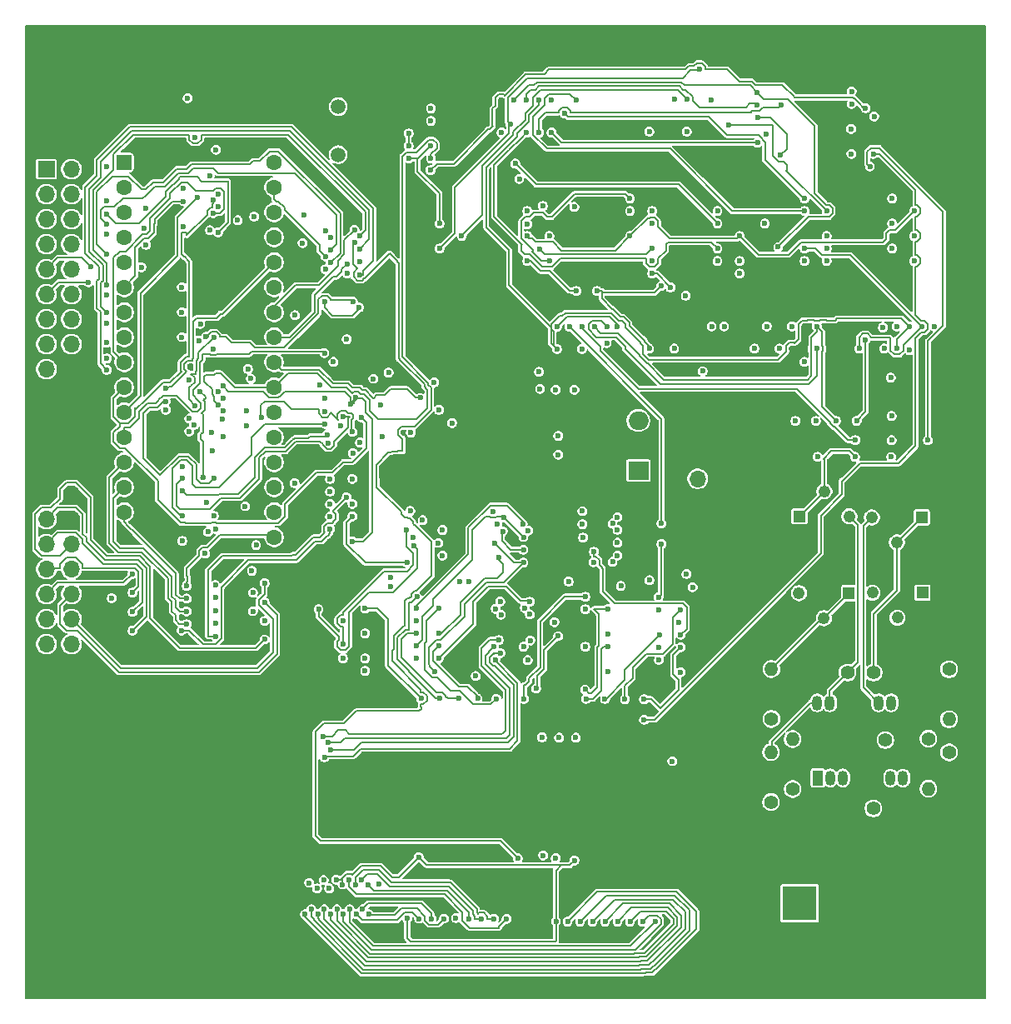
<source format=gbr>
%TF.GenerationSoftware,KiCad,Pcbnew,9.0.0*%
%TF.CreationDate,2025-04-23T17:39:49-07:00*%
%TF.ProjectId,ntscv2,6e747363-7632-42e6-9b69-6361645f7063,rev?*%
%TF.SameCoordinates,Original*%
%TF.FileFunction,Copper,L2,Inr*%
%TF.FilePolarity,Positive*%
%FSLAX46Y46*%
G04 Gerber Fmt 4.6, Leading zero omitted, Abs format (unit mm)*
G04 Created by KiCad (PCBNEW 9.0.0) date 2025-04-23 17:39:49*
%MOMM*%
%LPD*%
G01*
G04 APERTURE LIST*
G04 Aperture macros list*
%AMRoundRect*
0 Rectangle with rounded corners*
0 $1 Rounding radius*
0 $2 $3 $4 $5 $6 $7 $8 $9 X,Y pos of 4 corners*
0 Add a 4 corners polygon primitive as box body*
4,1,4,$2,$3,$4,$5,$6,$7,$8,$9,$2,$3,0*
0 Add four circle primitives for the rounded corners*
1,1,$1+$1,$2,$3*
1,1,$1+$1,$4,$5*
1,1,$1+$1,$6,$7*
1,1,$1+$1,$8,$9*
0 Add four rect primitives between the rounded corners*
20,1,$1+$1,$2,$3,$4,$5,0*
20,1,$1+$1,$4,$5,$6,$7,0*
20,1,$1+$1,$6,$7,$8,$9,0*
20,1,$1+$1,$8,$9,$2,$3,0*%
G04 Aperture macros list end*
%TA.AperFunction,ComponentPad*%
%ADD10RoundRect,0.250000X-0.550000X-0.550000X0.550000X-0.550000X0.550000X0.550000X-0.550000X0.550000X0*%
%TD*%
%TA.AperFunction,ComponentPad*%
%ADD11C,1.600000*%
%TD*%
%TA.AperFunction,ComponentPad*%
%ADD12C,1.400000*%
%TD*%
%TA.AperFunction,ComponentPad*%
%ADD13O,1.400000X1.400000*%
%TD*%
%TA.AperFunction,ComponentPad*%
%ADD14R,1.050000X1.500000*%
%TD*%
%TA.AperFunction,ComponentPad*%
%ADD15O,1.050000X1.500000*%
%TD*%
%TA.AperFunction,ComponentPad*%
%ADD16R,3.500000X3.500000*%
%TD*%
%TA.AperFunction,ComponentPad*%
%ADD17C,4.000000*%
%TD*%
%TA.AperFunction,ComponentPad*%
%ADD18C,4.700000*%
%TD*%
%TA.AperFunction,ComponentPad*%
%ADD19R,1.222000X1.222000*%
%TD*%
%TA.AperFunction,ComponentPad*%
%ADD20C,1.222000*%
%TD*%
%TA.AperFunction,ComponentPad*%
%ADD21R,1.700000X1.700000*%
%TD*%
%TA.AperFunction,ComponentPad*%
%ADD22O,1.700000X1.700000*%
%TD*%
%TA.AperFunction,ComponentPad*%
%ADD23C,1.500000*%
%TD*%
%TA.AperFunction,ComponentPad*%
%ADD24R,2.000000X1.905000*%
%TD*%
%TA.AperFunction,ComponentPad*%
%ADD25O,2.000000X1.905000*%
%TD*%
%TA.AperFunction,ViaPad*%
%ADD26C,0.600000*%
%TD*%
%TA.AperFunction,Conductor*%
%ADD27C,0.200000*%
%TD*%
%TA.AperFunction,Conductor*%
%ADD28C,0.150000*%
%TD*%
G04 APERTURE END LIST*
D10*
%TO.N,unconnected-(U17-NC-Pad1)*%
%TO.C,U17*%
X117785001Y-38212498D03*
D11*
%TO.N,sram1_addr16*%
X117785001Y-40752498D03*
%TO.N,sram1_addr14*%
X117785001Y-43292498D03*
%TO.N,sram1_addr12*%
X117785001Y-45832498D03*
%TO.N,sram1_addr7*%
X117785001Y-48372498D03*
%TO.N,sram1_addr6*%
X117785001Y-50912498D03*
%TO.N,sram1_addr5*%
X117785001Y-53452498D03*
%TO.N,sram1_addr4*%
X117785001Y-55992498D03*
%TO.N,sram1_addr3*%
X117785001Y-58532498D03*
%TO.N,sram1_addr2*%
X117785001Y-61072498D03*
%TO.N,sram1_addr1*%
X117785001Y-63612498D03*
%TO.N,sram1_addr0*%
X117785001Y-66152498D03*
%TO.N,m1_data0*%
X117785001Y-68692498D03*
%TO.N,m1_data1*%
X117785001Y-71232498D03*
%TO.N,m1_data2*%
X117785001Y-73772498D03*
%TO.N,GND*%
X117785001Y-76312498D03*
%TO.N,m1_data3*%
X133025001Y-76312498D03*
%TO.N,m1_data4*%
X133025001Y-73772498D03*
%TO.N,m1_data5*%
X133025001Y-71232498D03*
%TO.N,m1_data6*%
X133025001Y-68692498D03*
%TO.N,m1_data7*%
X133025001Y-66152498D03*
%TO.N,memory_CS1*%
X133025001Y-63612498D03*
%TO.N,sram1_addr10*%
X133025001Y-61072498D03*
%TO.N,memory_output_enable*%
X133025001Y-58532498D03*
%TO.N,sram1_addr11*%
X133025001Y-55992498D03*
%TO.N,sram1_addr9*%
X133025001Y-53452498D03*
%TO.N,sram1_addr8*%
X133025001Y-50912498D03*
%TO.N,sram1_addr13*%
X133025001Y-48372498D03*
%TO.N,memory_write_enable*%
X133025001Y-45832498D03*
%TO.N,memory_CS2*%
X133025001Y-43292498D03*
%TO.N,sram1_addr15*%
X133025001Y-40752498D03*
%TO.N,5vdc*%
X133025001Y-38212498D03*
%TD*%
D12*
%TO.N,Net-(R7-Pad1)*%
%TO.C,R7*%
X193994500Y-90069999D03*
D13*
%TO.N,GND*%
X199074502Y-90069997D03*
%TD*%
D14*
%TO.N,GND*%
%TO.C,Q1*%
X190794499Y-93140000D03*
D15*
%TO.N,ampinput*%
X189524499Y-93139999D03*
%TO.N,Net-(Q1-D)*%
X188254499Y-93140000D03*
%TD*%
D12*
%TO.N,ampinput*%
%TO.C,R2*%
X191324499Y-90069999D03*
D13*
%TO.N,GND*%
X186244500Y-90069999D03*
%TD*%
D16*
%TO.N,Output_Signal_75ohm*%
%TO.C,J2*%
X186475000Y-113525000D03*
D17*
%TO.N,GND*%
X191500000Y-118550000D03*
X191500000Y-108500000D03*
X181450000Y-118550000D03*
X181450000Y-108500000D03*
%TD*%
D12*
%TO.N,bias_control*%
%TO.C,R6*%
X183594500Y-94779999D03*
D13*
%TO.N,Net-(R6-Pad2)*%
X183594498Y-89699998D03*
%TD*%
D14*
%TO.N,5vdc*%
%TO.C,Q3*%
X188304500Y-100769999D03*
D15*
%TO.N,transistor_bias*%
X189574500Y-100770000D03*
%TO.N,Net-(Q3-E)*%
X190844500Y-100769999D03*
%TD*%
D12*
%TO.N,brightness_adj*%
%TO.C,R11*%
X201644500Y-89729999D03*
D13*
%TO.N,Output_Signal_75ohm*%
X201644502Y-94810000D03*
%TD*%
D18*
%TO.N,GND*%
%TO.C,H3*%
X200900000Y-28800000D03*
%TD*%
D12*
%TO.N,BRIGHTNESS_CONTROL*%
%TO.C,R13*%
X193954500Y-103870000D03*
D13*
%TO.N,GND*%
X199034501Y-103869998D03*
%TD*%
D19*
%TO.N,Net-(R7-Pad1)*%
%TO.C,RV2*%
X198884500Y-74299999D03*
D20*
X196344500Y-76839999D03*
%TO.N,bias_control*%
X193804500Y-74299999D03*
%TD*%
D21*
%TO.N,GND*%
%TO.C,J3*%
X176100000Y-67825000D03*
D22*
%TO.N,inputvoltage*%
X176100000Y-70365000D03*
%TD*%
D12*
%TO.N,bias_control*%
%TO.C,R5*%
X183544502Y-103230000D03*
D13*
%TO.N,Net-(Q1-D)*%
X183544500Y-98149999D03*
%TD*%
D19*
%TO.N,brightness_adj*%
%TO.C,RV4*%
X198944500Y-81954999D03*
D20*
X196404500Y-84494999D03*
%TO.N,Net-(Q3-E)*%
X193864500Y-81954999D03*
%TD*%
D14*
%TO.N,GND*%
%TO.C,Q2*%
X197024499Y-93140001D03*
D15*
%TO.N,BIAS_ADJ*%
X195754499Y-93140000D03*
%TO.N,bias_control*%
X194484499Y-93140001D03*
%TD*%
D12*
%TO.N,BIAS_ADJ*%
%TO.C,R3*%
X195174501Y-96919997D03*
D13*
%TO.N,GND*%
X190094500Y-96919999D03*
%TD*%
D18*
%TO.N,GND*%
%TO.C,H4*%
X200900000Y-118700000D03*
%TD*%
%TO.N,GND*%
%TO.C,H2*%
X112200000Y-118700000D03*
%TD*%
D12*
%TO.N,Output_Signal_75ohm*%
%TO.C,R14*%
X199544500Y-96789997D03*
D13*
%TO.N,Net-(Q4-D)*%
X199544501Y-101869999D03*
%TD*%
D19*
%TO.N,Net-(R6-Pad2)*%
%TO.C,RV1*%
X191475000Y-82000000D03*
D20*
X188935000Y-84540000D03*
%TO.N,transistor_bias*%
X186395000Y-82000000D03*
%TD*%
D18*
%TO.N,GND*%
%TO.C,H1*%
X112200000Y-28800000D03*
%TD*%
D12*
%TO.N,5vdc*%
%TO.C,R4*%
X185744500Y-101899998D03*
D13*
%TO.N,bias_control*%
X185744500Y-96819999D03*
%TD*%
D14*
%TO.N,GND*%
%TO.C,Q4*%
X194434500Y-100779999D03*
D15*
%TO.N,BRIGHTNESS_CONTROL*%
X195704500Y-100780000D03*
%TO.N,Net-(Q4-D)*%
X196974500Y-100779999D03*
%TD*%
D19*
%TO.N,Net-(R8-Pad2)*%
%TO.C,RV3*%
X186434500Y-74189999D03*
D20*
X188974500Y-71649999D03*
%TO.N,ampinput*%
X191514500Y-74189999D03*
%TD*%
D23*
%TO.N,Net-(C1-Pad1)*%
%TO.C,Y1*%
X139557502Y-32564996D03*
%TO.N,Net-(C2-Pad1)*%
X139557502Y-37444996D03*
%TD*%
D12*
%TO.N,Output_Signal_75ohm*%
%TO.C,R12*%
X201654499Y-98169998D03*
D13*
%TO.N,GND*%
X201654500Y-103250000D03*
%TD*%
D21*
%TO.N,Net-(J1-Pin_1)*%
%TO.C,J1*%
X109880000Y-38910000D03*
D22*
%TO.N,Net-(J1-Pin_2)*%
X112420000Y-38910000D03*
%TO.N,Net-(J1-Pin_3)*%
X109880000Y-41450000D03*
%TO.N,Net-(J1-Pin_4)*%
X112420000Y-41450000D03*
%TO.N,Net-(J1-Pin_5)*%
X109880000Y-43989999D03*
%TO.N,Net-(J1-Pin_6)*%
X112420000Y-43990000D03*
%TO.N,Net-(J1-Pin_7)*%
X109880000Y-46530000D03*
%TO.N,Net-(J1-Pin_8)*%
X112420000Y-46530000D03*
%TO.N,Net-(J1-Pin_9)*%
X109880000Y-49070000D03*
%TO.N,Net-(J1-Pin_10)*%
X112420000Y-49070000D03*
%TO.N,Net-(J1-Pin_11)*%
X109880000Y-51610000D03*
%TO.N,Net-(J1-Pin_12)*%
X112420000Y-51610000D03*
%TO.N,Net-(J1-Pin_13)*%
X109880000Y-54150000D03*
%TO.N,Net-(J1-Pin_14)*%
X112420000Y-54150000D03*
%TO.N,Net-(J1-Pin_15)*%
X109880000Y-56690001D03*
%TO.N,Net-(J1-Pin_16)*%
X112420000Y-56690000D03*
%TO.N,Net-(J1-Pin_17)*%
X109880000Y-59230000D03*
%TO.N,GND*%
X112420000Y-59230000D03*
X109880000Y-61770000D03*
X112420000Y-61770000D03*
X109880000Y-64310000D03*
X112420000Y-64310000D03*
X109880000Y-66849999D03*
X112420000Y-66850000D03*
X109880000Y-69390000D03*
X112420000Y-69390000D03*
X109880000Y-71930000D03*
X112420000Y-71930000D03*
%TO.N,Net-(J1-Pin_29)*%
X109880000Y-74470000D03*
%TO.N,GND*%
X112420000Y-74470000D03*
%TO.N,Net-(J1-Pin_31)*%
X109880000Y-77009999D03*
%TO.N,Net-(J1-Pin_32)*%
X112420000Y-77010000D03*
%TO.N,Net-(J1-Pin_33)*%
X109880000Y-79550001D03*
%TO.N,Net-(J1-Pin_34)*%
X112420000Y-79550000D03*
%TO.N,Net-(J1-Pin_35)*%
X109880000Y-82090000D03*
%TO.N,Net-(J1-Pin_36)*%
X112420000Y-82090000D03*
%TO.N,Net-(J1-Pin_37)*%
X109880000Y-84630000D03*
%TO.N,Net-(J1-Pin_38)*%
X112420000Y-84630000D03*
%TO.N,Net-(J1-Pin_39)*%
X109880000Y-87170000D03*
%TO.N,Net-(J1-Pin_40)*%
X112420000Y-87170000D03*
%TD*%
D24*
%TO.N,inputvoltage*%
%TO.C,U28*%
X170059999Y-69529999D03*
D25*
%TO.N,GND*%
X170059999Y-66989999D03*
%TO.N,5vdc*%
X170060000Y-64450000D03*
%TD*%
D26*
%TO.N,GND*%
X147050000Y-53750000D03*
X157875000Y-59300000D03*
X194900000Y-71550000D03*
X190950000Y-79225000D03*
X171100000Y-72900000D03*
X200134999Y-57132501D03*
X176840000Y-75200000D03*
X165880000Y-82350000D03*
X127630000Y-46720000D03*
X116970000Y-86720000D03*
X120190000Y-29400000D03*
X145400000Y-105460000D03*
X157861659Y-115132498D03*
X178107500Y-49510000D03*
X153790000Y-34340000D03*
X144087500Y-28964999D03*
X145830000Y-68160000D03*
X150580000Y-42590000D03*
X174760000Y-47470000D03*
X138790000Y-80490000D03*
X175500000Y-106460000D03*
X115260000Y-61210000D03*
X181210000Y-103230000D03*
X124930000Y-66300000D03*
X164750000Y-48840000D03*
X131955735Y-36519265D03*
X179430000Y-38990000D03*
X159880000Y-39480000D03*
X120630000Y-64230000D03*
X138110000Y-99640000D03*
X186957500Y-49510000D03*
X134060000Y-85120000D03*
X125337500Y-79525000D03*
X144290000Y-44130000D03*
X179130000Y-91880000D03*
X155240000Y-29210000D03*
X144150000Y-70020000D03*
X133825000Y-36200000D03*
X150820000Y-66390000D03*
X143325000Y-114124999D03*
X144675000Y-116425000D03*
X159075000Y-73114998D03*
X144700000Y-121740000D03*
X123699997Y-77959998D03*
X189484999Y-57132501D03*
X173021658Y-115342499D03*
X195857500Y-49510000D03*
X182210000Y-82000000D03*
X170760000Y-91360000D03*
X164675000Y-89964999D03*
X136680000Y-89200000D03*
X203894500Y-96669998D03*
X145440000Y-109960000D03*
X177880000Y-91880000D03*
X166680000Y-28160000D03*
X124350000Y-86940000D03*
X135690000Y-97480000D03*
X165310000Y-71820000D03*
X174210000Y-75210000D03*
X183450000Y-29400000D03*
X150350000Y-72950000D03*
X189410000Y-39240000D03*
X109980000Y-102980000D03*
X169650000Y-53770000D03*
X158350000Y-67630000D03*
X167770000Y-73150000D03*
X117725000Y-83125000D03*
X183790000Y-43840000D03*
X150750000Y-56910000D03*
X134175000Y-112775000D03*
X126340000Y-58930000D03*
X152980000Y-58910000D03*
X191000000Y-56270000D03*
X144470000Y-53430000D03*
X136000000Y-104810000D03*
X197220000Y-63340000D03*
X178760000Y-37080000D03*
X178400000Y-81760000D03*
X146682500Y-39004997D03*
X123800000Y-91175000D03*
X178410000Y-56740000D03*
X180350000Y-54065000D03*
X136540000Y-108230000D03*
X156100001Y-31917499D03*
X122700000Y-37925000D03*
X159525000Y-116475000D03*
X158757500Y-49510000D03*
X110050000Y-93510000D03*
X153950000Y-53560000D03*
X147330000Y-71620000D03*
X149857500Y-49510000D03*
X122350000Y-58900000D03*
X135280000Y-52600000D03*
X135870000Y-49700000D03*
X183600000Y-51060000D03*
X196570000Y-87310000D03*
X164780000Y-44500000D03*
X188680000Y-87020000D03*
X159775000Y-111575000D03*
X122090735Y-46510735D03*
X158480000Y-101190000D03*
X133600000Y-79360000D03*
X200110000Y-60030000D03*
X119620000Y-70450000D03*
X139600000Y-108180000D03*
X132510000Y-99160000D03*
X175720000Y-98280000D03*
X154040000Y-37010000D03*
X181970000Y-74020000D03*
X158350000Y-90730000D03*
X168134999Y-57182501D03*
X142620000Y-98630000D03*
X115050000Y-90460000D03*
X135625000Y-58250000D03*
X190830000Y-59690000D03*
X127100000Y-37775000D03*
X181730000Y-67450000D03*
X158900000Y-55690000D03*
X174710000Y-43390000D03*
X139370000Y-91140000D03*
X203894500Y-88069999D03*
X122120000Y-104720000D03*
X144950000Y-41240000D03*
X135425000Y-34225000D03*
X124500000Y-58960000D03*
X128375000Y-79325000D03*
X174590000Y-39140000D03*
X135824781Y-67174781D03*
X178900000Y-59700000D03*
X129250000Y-90950000D03*
X143110000Y-39780000D03*
X177449998Y-35132500D03*
X138715000Y-76750000D03*
X172180000Y-39020000D03*
X127740001Y-58932501D03*
X201710000Y-72030000D03*
X180984858Y-87982269D03*
X166230000Y-65890000D03*
X177750000Y-63280000D03*
X181210000Y-64205000D03*
X169207500Y-49510000D03*
X144860000Y-48840000D03*
X152069998Y-30045001D03*
X181120000Y-96860000D03*
X184160000Y-63300000D03*
X170840000Y-78150000D03*
X158250000Y-63070000D03*
X133300000Y-31575000D03*
X159560000Y-121750000D03*
X115290000Y-74930000D03*
X141430000Y-102170000D03*
X190800000Y-63090000D03*
X134907943Y-65676180D03*
X173850000Y-65975000D03*
X165600000Y-64600000D03*
X125040000Y-121130000D03*
X174590000Y-118470000D03*
X173930000Y-82030000D03*
X144325000Y-57250000D03*
X114820000Y-80080000D03*
X201830000Y-39850000D03*
X176555000Y-91805000D03*
X166320000Y-68160000D03*
X201710000Y-84030000D03*
X193030000Y-29550000D03*
%TO.N,14mhz_CLK0*%
X148972496Y-36545001D03*
X149857500Y-44430000D03*
X146722496Y-37815000D03*
%TO.N,colorburst_ref_colorwhite*%
X163055000Y-54932500D03*
X172400000Y-74910000D03*
%TO.N,7.1mhz_CLK1*%
X157040000Y-34360000D03*
X178107500Y-44430000D03*
X149857500Y-46970000D03*
X176250000Y-28750000D03*
X157550000Y-38350000D03*
%TO.N,CDL_output_enable*%
X163570829Y-109154171D03*
X147735000Y-108817499D03*
X146561659Y-115027499D03*
X140985000Y-74190001D03*
X139335001Y-111100000D03*
X139985002Y-111600000D03*
X161676656Y-115327500D03*
X146559998Y-78899998D03*
%TO.N,_HRESET*%
X181864999Y-57132499D03*
X195857500Y-41890000D03*
X158757500Y-45700000D03*
X180357500Y-49510000D03*
X178107500Y-48240000D03*
X169207500Y-45700000D03*
X180357500Y-45700000D03*
X183135001Y-54882499D03*
X198107500Y-43160000D03*
%TO.N,VRESET*%
X174990002Y-31810000D03*
X180357500Y-48240000D03*
X126093106Y-55938366D03*
X152107500Y-45700000D03*
X127066033Y-75455109D03*
X141025000Y-52350000D03*
%TO.N,HRESET*%
X178107500Y-46970000D03*
X158689999Y-35184999D03*
%TO.N,Net-(D6-A)*%
X172400004Y-77010002D03*
X172125000Y-82394999D03*
%TO.N,HSYNCA*%
X186944999Y-58495000D03*
%TO.N,HSYNCB*%
X188215001Y-54882501D03*
X165595000Y-54932500D03*
X190147501Y-64480000D03*
%TO.N,Net-(D7-A)*%
X172230000Y-86200001D03*
X166669996Y-92750000D03*
%TO.N,_HSYNCA*%
X186017501Y-64480000D03*
X188215000Y-57132500D03*
X166865001Y-54932501D03*
%TO.N,colorburst_delayline*%
X170640004Y-94860000D03*
X193940000Y-37360000D03*
%TO.N,V16*%
X171179998Y-35092499D03*
X174875808Y-51771001D03*
%TO.N,_VBLANK*%
X178785001Y-54882501D03*
X164324999Y-57182499D03*
X138715000Y-74210000D03*
%TO.N,Net-(D8-A)*%
X174375000Y-87474999D03*
X170640000Y-92760000D03*
%TO.N,PIXELDRAWEN*%
X160356294Y-42642683D03*
X176615001Y-59440000D03*
X194040000Y-33550000D03*
%TO.N,VBLANK*%
X140985000Y-72920000D03*
X177515001Y-54882501D03*
%TO.N,Net-(D9-A)*%
X174375000Y-83664999D03*
X168696659Y-92760002D03*
%TO.N,CB_DISABLE*%
X159955001Y-59500000D03*
X198107500Y-48240000D03*
%TO.N,CB_ENABLE*%
X195857500Y-46970000D03*
X189207500Y-48240000D03*
%TO.N,V4*%
X191740000Y-31010000D03*
X174989999Y-35092500D03*
%TO.N,V256*%
X173720001Y-31809999D03*
X191740000Y-32280000D03*
%TO.N,V1*%
X191690000Y-34820000D03*
X177450002Y-31849999D03*
%TO.N,H128*%
X182170000Y-36220000D03*
X161230000Y-35185000D03*
%TO.N,H256*%
X159959999Y-35184999D03*
X184550000Y-32400000D03*
%TO.N,H1*%
X171457500Y-43160000D03*
X156149999Y-35184999D03*
X158757500Y-43160000D03*
X169207500Y-43160000D03*
X148972499Y-32735000D03*
%TO.N,Net-(D10-A)*%
X164675000Y-82344999D03*
X158433992Y-92727500D03*
%TO.N,H8*%
X196324999Y-57132499D03*
X159910000Y-31917501D03*
X197595000Y-54882500D03*
X161785000Y-57182500D03*
%TO.N,Net-(D11-A)*%
X161900000Y-86360000D03*
X159670000Y-91680000D03*
%TO.N,H2*%
X186956500Y-46975543D03*
X184275000Y-46825000D03*
X198865001Y-54882501D03*
X182150000Y-31150000D03*
X192514999Y-57132499D03*
X157370001Y-31917499D03*
%TO.N,H32*%
X163720001Y-31917501D03*
X197594000Y-57286097D03*
X186957500Y-43160000D03*
%TO.N,Net-(D12-A)*%
X166925000Y-87424999D03*
X164739998Y-92740000D03*
%TO.N,Net-(D13-A)*%
X166925000Y-83614999D03*
X164650000Y-91780000D03*
%TO.N,H64*%
X189207500Y-43160000D03*
X161180000Y-31917500D03*
X179230000Y-34400000D03*
%TO.N,H4*%
X189207500Y-46970000D03*
X182150000Y-32410000D03*
X158640000Y-31917500D03*
%TO.N,H16*%
X162550000Y-33250000D03*
X186957500Y-41890000D03*
%TO.N,Net-(D1-K)*%
X194925000Y-55000000D03*
X188117501Y-64480000D03*
%TO.N,Net-(D2-K)*%
X193139999Y-56230000D03*
X192247501Y-64480000D03*
%TO.N,Net-(D3-A)*%
X196325000Y-54882501D03*
X195812500Y-66460000D03*
X195723999Y-60090000D03*
X195812500Y-63990000D03*
%TO.N,Net-(D4-A)*%
X193595000Y-38630000D03*
X199487501Y-66460000D03*
%TO.N,Net-(D5-A)*%
X192112501Y-66435000D03*
X164325000Y-54932501D03*
%TO.N,Net-(D14-A)*%
X147549999Y-82365000D03*
X149892995Y-92672503D03*
%TO.N,ampinput*%
X188287502Y-68134999D03*
X195762501Y-68160001D03*
%TO.N,Net-(D15-A)*%
X151802996Y-92692502D03*
X147510000Y-86095002D03*
%TO.N,Net-(D16-A)*%
X153719997Y-92697501D03*
X149759999Y-87365001D03*
%TO.N,Net-(D17-A)*%
X155631997Y-92737501D03*
X149760001Y-83555002D03*
%TO.N,Net-(D36-A)*%
X146930000Y-65672929D03*
X138715000Y-72940000D03*
%TO.N,m_addr14*%
X127825000Y-63499999D03*
X125390000Y-56320000D03*
%TO.N,m_addr15*%
X127767501Y-64298210D03*
X123650002Y-53429999D03*
%TO.N,m_addr16*%
X127830000Y-66090284D03*
X123650001Y-50889998D03*
%TO.N,m_addr13*%
X127825000Y-62200000D03*
X123649999Y-55969998D03*
%TO.N,m_addr12*%
X126860002Y-57170002D03*
X124900000Y-64900000D03*
%TO.N,colorselect11*%
X159010001Y-82855001D03*
X149759999Y-88635002D03*
%TO.N,colorselect14*%
X140035000Y-88610002D03*
X155543630Y-83579999D03*
%TO.N,colorselect9*%
X147510001Y-84825000D03*
X159010001Y-84155001D03*
%TO.N,colorselect4*%
X158390000Y-87440000D03*
X174160000Y-84930001D03*
%TO.N,colorselect2*%
X158810000Y-88800000D03*
X172150000Y-88760000D03*
%TO.N,colorselect15*%
X142284999Y-88610002D03*
X156090000Y-84185003D03*
%TO.N,colorselect13*%
X140035001Y-84800000D03*
X156020000Y-82850000D03*
%TO.N,colorselect10*%
X158509999Y-83505001D03*
X147510000Y-88635002D03*
%TO.N,colorselect5*%
X159080000Y-86800000D03*
X161534265Y-84944265D03*
%TO.N,delayline2*%
X165490000Y-78850000D03*
X172170000Y-87470001D03*
%TO.N,delayline4*%
X165540000Y-77780000D03*
X174375000Y-86204999D03*
%TO.N,delayline3*%
X174375000Y-90014999D03*
X167435003Y-74915001D03*
%TO.N,delayline8*%
X166925000Y-86154999D03*
X158875003Y-75640003D03*
%TO.N,delayline7*%
X166925000Y-89964999D03*
X155737469Y-75000000D03*
%TO.N,delayline6*%
X167935003Y-75565003D03*
X164675000Y-87424999D03*
X164370000Y-73660002D03*
%TO.N,delayline5*%
X164675000Y-83614999D03*
X164365002Y-74980000D03*
X167935005Y-76865002D03*
%TO.N,delayline9*%
X147510000Y-83555000D03*
X158300000Y-74949998D03*
%TO.N,delayline11*%
X149370763Y-89944238D03*
X158375003Y-78890002D03*
X155470000Y-76930000D03*
%TO.N,delayline12*%
X155894999Y-78344999D03*
X149760001Y-86095001D03*
%TO.N,delayline10*%
X158375005Y-76290000D03*
X156397502Y-74312498D03*
X147510002Y-87365001D03*
%TO.N,delayline13*%
X147275000Y-77200000D03*
X137550000Y-83625000D03*
%TO.N,delayline15*%
X142285000Y-89880001D03*
X150140001Y-78170001D03*
X147125000Y-76289998D03*
%TO.N,delayline14*%
X146475000Y-75610000D03*
X140018736Y-87182734D03*
%TO.N,m_addr6*%
X126120000Y-72800000D03*
X139774994Y-64960000D03*
%TO.N,m_addr5*%
X140070000Y-64060000D03*
X123699998Y-70339999D03*
%TO.N,m_addr1*%
X138180000Y-62185000D03*
X123699997Y-76689999D03*
%TO.N,sram1_addr4*%
X141765958Y-66680284D03*
X126736430Y-67529000D03*
X126500000Y-45125000D03*
%TO.N,m_addr4*%
X123699999Y-71609999D03*
X138430000Y-65900000D03*
%TO.N,sram1_addr1*%
X125225000Y-41825000D03*
X143875000Y-62875000D03*
%TO.N,m_addr3*%
X123700000Y-74150000D03*
X138205000Y-64785001D03*
%TO.N,sram1_addr2*%
X126824999Y-42075001D03*
X141880000Y-64109999D03*
%TO.N,m_addr8*%
X141041879Y-67778479D03*
X126909999Y-74149999D03*
%TO.N,m_addr2*%
X126312785Y-75767215D03*
X138180000Y-63510000D03*
%TO.N,sram1_addr5*%
X123825000Y-40875000D03*
X125526614Y-54641000D03*
X119550000Y-48875000D03*
X135150000Y-53750000D03*
%TO.N,sram1_addr6*%
X123825000Y-42175000D03*
%TO.N,sram1_addr3*%
X140991000Y-65605992D03*
X131775490Y-64113498D03*
X126824999Y-43374999D03*
%TO.N,sram1_addr7*%
X120007815Y-46607815D03*
%TO.N,m_addr7*%
X130090000Y-73160000D03*
X143980000Y-66050000D03*
%TO.N,sram1_addr8*%
X138546453Y-66730619D03*
X123825000Y-44775000D03*
%TO.N,sram1_addr13*%
X121975000Y-61175000D03*
X138254433Y-45171979D03*
%TO.N,m_addr9*%
X125488897Y-61479632D03*
X125780000Y-70260000D03*
%TO.N,sram1_addr10*%
X127324999Y-62850001D03*
X141204432Y-46371980D03*
%TO.N,sram1_addr9*%
X127324998Y-61550000D03*
X141204431Y-45071979D03*
%TO.N,m_addr11*%
X126900000Y-55980002D03*
X125000000Y-62925000D03*
X123739997Y-69149999D03*
%TO.N,m_addr10*%
X121987500Y-62512500D03*
X126910001Y-70340000D03*
%TO.N,sram1_addr15*%
X124400000Y-64250000D03*
X138254433Y-47771979D03*
%TO.N,sram1_addr14*%
X135920000Y-46420000D03*
X122025000Y-63361765D03*
%TO.N,sram1_addr12*%
X140409000Y-56191278D03*
X130242500Y-64949379D03*
X137650000Y-60809998D03*
X126646039Y-65689932D03*
X140466281Y-49517391D03*
%TO.N,sram1_addr16*%
X138254433Y-49071979D03*
X124400000Y-65550000D03*
%TO.N,sram1_addr11*%
X140444265Y-48560000D03*
X130250234Y-63463552D03*
%TO.N,sram1_addr0*%
X138143265Y-57607070D03*
X125010000Y-35660000D03*
%TO.N,m_addr0*%
X126020000Y-77959999D03*
X139048000Y-58500000D03*
%TO.N,bus_addr8*%
X116017500Y-43520000D03*
X127325000Y-45325001D03*
%TO.N,bus_addr7*%
X129325000Y-44100000D03*
X116017500Y-56560000D03*
%TO.N,bus_addr6*%
X127325000Y-42724999D03*
X116017500Y-54540000D03*
%TO.N,bus_addr5*%
X116017500Y-51660000D03*
X127325000Y-41425000D03*
%TO.N,bus_addr11*%
X116017500Y-44500000D03*
X138754433Y-47121979D03*
%TO.N,bus_addr15*%
X116017500Y-58130000D03*
X141704433Y-48321979D03*
%TO.N,bus_addr16*%
X141704433Y-49621980D03*
X116017500Y-59310000D03*
%TO.N,bus_addr10*%
X138754433Y-45821979D03*
X116017500Y-45480000D03*
%TO.N,bus_addr13*%
X116017500Y-50700000D03*
X141704433Y-45721979D03*
%TO.N,bus_addr9*%
X131000000Y-43725000D03*
X116017500Y-42125000D03*
%TO.N,bus_addr14*%
X116017500Y-53480000D03*
X141704433Y-47021978D03*
%TO.N,bus_addr12*%
X116017500Y-47570000D03*
X138754433Y-48421979D03*
%TO.N,bus_addr0*%
X116017500Y-38670000D03*
X127120002Y-36940003D03*
%TO.N,luminosity_select7*%
X170486655Y-115367500D03*
X140065002Y-114625000D03*
%TO.N,luminosity_select14*%
X141935001Y-111100000D03*
X154101659Y-115067499D03*
%TO.N,luminosity_select13*%
X142599998Y-111600000D03*
X152831661Y-115067498D03*
%TO.N,luminosity_select2*%
X136815002Y-114125000D03*
X164136656Y-115367498D03*
%TO.N,luminosity_select15*%
X155371658Y-115067499D03*
X141285001Y-111600000D03*
%TO.N,luminosity_select6*%
X139415003Y-114125000D03*
X169216656Y-115367500D03*
%TO.N,luminosity_select1*%
X162866657Y-115367499D03*
X136165002Y-114625000D03*
%TO.N,luminosity_select9*%
X147751660Y-115067498D03*
X141365002Y-114625000D03*
%TO.N,luminosity_select16*%
X140635001Y-111100000D03*
X156671658Y-115092499D03*
%TO.N,luminosity_select10*%
X149021659Y-115067497D03*
X142015001Y-114125001D03*
%TO.N,luminosity_select8*%
X140715002Y-114125001D03*
X171751659Y-115342499D03*
%TO.N,luminosity_select12*%
X151509582Y-115015418D03*
X143700000Y-111550000D03*
%TO.N,luminosity_select5*%
X138765002Y-114625000D03*
X167946658Y-115367499D03*
%TO.N,luminosity_select4*%
X166676657Y-115367498D03*
X138115001Y-114125000D03*
%TO.N,luminosity_select3*%
X137465002Y-114625000D03*
X165406658Y-115367500D03*
%TO.N,luminosity_select11*%
X142675000Y-114625000D03*
X150291661Y-115067499D03*
%TO.N,m1_data4*%
X155510001Y-88780001D03*
X127060003Y-85070004D03*
X138150000Y-98680000D03*
%TO.N,m1_data5*%
X138786695Y-97944186D03*
X130880000Y-83830000D03*
X127060003Y-83770001D03*
X156040000Y-88080000D03*
%TO.N,m1_data6*%
X155350000Y-87425000D03*
X127060004Y-82470003D03*
X130882500Y-81950000D03*
X138550000Y-97180000D03*
%TO.N,m1_data1*%
X137400000Y-112000000D03*
X124135003Y-83845002D03*
%TO.N,m1_data3*%
X124135003Y-81245003D03*
X138625000Y-112000000D03*
%TO.N,m1_data2*%
X124135003Y-82545003D03*
X138075003Y-111150000D03*
%TO.N,m1_data7*%
X127060004Y-81170001D03*
X130767500Y-79720000D03*
X137990000Y-96580000D03*
X155870000Y-86750000D03*
%TO.N,m1_data0*%
X124135003Y-85145002D03*
X136590000Y-111430000D03*
%TO.N,5vdc*%
X130675000Y-60200000D03*
X153520000Y-90420000D03*
X149310000Y-60580000D03*
X130375000Y-59225000D03*
X161920000Y-66010000D03*
X168280000Y-81260000D03*
X143112502Y-60204996D03*
X161660000Y-61325000D03*
X175576000Y-81390000D03*
X160275000Y-96650000D03*
X160375000Y-108650000D03*
X162000000Y-96675002D03*
X144900000Y-80380000D03*
X144870000Y-81290000D03*
X163560000Y-61325000D03*
X160062102Y-61247898D03*
X171195001Y-80680001D03*
X174960000Y-80050000D03*
X151900000Y-80800000D03*
X161920000Y-67920000D03*
X161656661Y-108917498D03*
X144675000Y-59575000D03*
X152860000Y-80800000D03*
X162978669Y-80815002D03*
X163700000Y-96675002D03*
%TO.N,memory_write_enable*%
X138715000Y-70400000D03*
%TO.N,Net-(D37-A)*%
X171457500Y-49510000D03*
X173325000Y-50925000D03*
%TO.N,bus_write_set*%
X116517500Y-82500000D03*
X135125000Y-70825000D03*
%TO.N,Net-(U1-Pad3)*%
X182195000Y-33680000D03*
X184510000Y-37490000D03*
%TO.N,Net-(U8A-D)*%
X183017489Y-35364700D03*
X178107500Y-43160000D03*
%TO.N,Net-(U8B-D)*%
X182925000Y-44431000D03*
X191715000Y-37360000D03*
%TO.N,Net-(U9A-C)*%
X200135001Y-54882501D03*
X184404999Y-57132499D03*
%TO.N,Net-(U10A-C)*%
X186957500Y-48240000D03*
X195857500Y-44430000D03*
%TO.N,Net-(U10B-C)*%
X189207500Y-45700000D03*
X198107500Y-45700000D03*
%TO.N,Net-(U11A-C)*%
X161007500Y-45700000D03*
X173704999Y-57132499D03*
%TO.N,Net-(U9B-C)*%
X185675000Y-54882501D03*
X195054999Y-57132499D03*
%TO.N,_VBLANK_BUFFERED*%
X138143265Y-52407070D03*
X124340002Y-60310002D03*
X140985000Y-76730000D03*
X141352096Y-62112162D03*
X140822110Y-62777890D03*
X127825000Y-60900000D03*
X141643265Y-52957070D03*
%TO.N,delayline16*%
X146875000Y-73640002D03*
X142285001Y-86070001D03*
X150140002Y-75570003D03*
%TO.N,Net-(U4-Pad13)*%
X161785001Y-54932499D03*
X167890000Y-54920000D03*
%TO.N,Net-(U27-2A1)*%
X164430000Y-76340000D03*
X167935002Y-78165001D03*
%TO.N,field1*%
X171457500Y-46970000D03*
X160000000Y-47000000D03*
%TO.N,Net-(D39-A)*%
X147960000Y-92700000D03*
X142285001Y-83530002D03*
%TO.N,Net-(U31-2A2)*%
X148125000Y-74575000D03*
X149715001Y-76890001D03*
%TO.N,Net-(U27-2Y3)*%
X155300000Y-73730001D03*
X167935005Y-74265001D03*
%TO.N,Net-(U29-1A1)*%
X156280000Y-75714998D03*
X158375003Y-77590002D03*
%TO.N,Net-(U22-Pad11)*%
X146722498Y-36545001D03*
X146722497Y-35275001D03*
%TO.N,Net-(U15-Pad9)*%
X148972495Y-34004999D03*
X171457500Y-48240000D03*
X157955000Y-39904002D03*
%TO.N,Net-(R8-Pad2)*%
X192087501Y-68134999D03*
%TO.N,Net-(D41-K)*%
X171164999Y-57132499D03*
X172375000Y-50800000D03*
X165857507Y-51284998D03*
%TO.N,Net-(D42-A)*%
X158757500Y-48240000D03*
X163757501Y-51285002D03*
%TO.N,bus_read{slash}write_modeset*%
X140985000Y-70380000D03*
X138715000Y-71670000D03*
%TO.N,Net-(U16-Pad13)*%
X163550000Y-42750000D03*
X166846035Y-56575000D03*
%TO.N,field0*%
X161007500Y-48240000D03*
X169207500Y-41890000D03*
X171457500Y-44430000D03*
%TO.N,BRIGHTNESS_CONTROL*%
X173514003Y-99065491D03*
%TO.N,Net-(U23-CLK)*%
X158756500Y-44505234D03*
X151130000Y-64700000D03*
X149780000Y-63370000D03*
X131200001Y-77110000D03*
%TO.N,delayline1*%
X172125000Y-83664999D03*
X167435003Y-78815002D03*
%TO.N,memory_output_enable*%
X147900000Y-62150000D03*
%TO.N,VBLANK_BUFFERED*%
X136070000Y-43600000D03*
X138715000Y-75480000D03*
X126475000Y-39575000D03*
X123635003Y-85795002D03*
X124230000Y-31700002D03*
%TO.N,Net-(U20-DIR)*%
X140385000Y-72265570D03*
X127060003Y-86370003D03*
%TO.N,color_black*%
X148972497Y-37815002D03*
X157796658Y-108917499D03*
%TO.N,Net-(J1-Pin_10)*%
X119812500Y-44940000D03*
%TO.N,Net-(J1-Pin_8)*%
X119952500Y-42850000D03*
%TO.N,Net-(J1-Pin_9)*%
X114356622Y-48839351D03*
%TO.N,Net-(J1-Pin_11)*%
X114175000Y-50400000D03*
%TO.N,Net-(J1-Pin_36)*%
X132072500Y-82925000D03*
%TO.N,Net-(J1-Pin_34)*%
X132072500Y-84800000D03*
%TO.N,Net-(J1-Pin_38)*%
X132072500Y-80975000D03*
%TO.N,Net-(J1-Pin_32)*%
X132072500Y-86700000D03*
%TO.N,Net-(J1-Pin_31)*%
X118630000Y-83900000D03*
%TO.N,Net-(J1-Pin_35)*%
X118630000Y-80025000D03*
%TO.N,Net-(J1-Pin_33)*%
X118630000Y-81925000D03*
%TO.N,Net-(J1-Pin_29)*%
X118630000Y-85800000D03*
%TO.N,color_black_debug1*%
X193170764Y-32720764D03*
X148932499Y-39005003D03*
%TD*%
D27*
%TO.N,sram1_addr10*%
X141520980Y-49020980D02*
X141455490Y-49020980D01*
X141050000Y-48550000D02*
X141520980Y-49020980D01*
X141103433Y-49870923D02*
X141455490Y-50222980D01*
X138849000Y-61099000D02*
X137426000Y-59676000D01*
X142150356Y-50026000D02*
X142216100Y-50026000D01*
X142732000Y-62344956D02*
X142145043Y-61757999D01*
X141455490Y-50222980D02*
X141953376Y-50222980D01*
X148599000Y-61286043D02*
X148599000Y-63193900D01*
X141204432Y-46371980D02*
X141050000Y-46526412D01*
X141455490Y-49020980D02*
X141103433Y-49373037D01*
X144756050Y-47486050D02*
X145509000Y-48239000D01*
X141847876Y-61757999D02*
X141601039Y-61511162D01*
X145509000Y-48239000D02*
X145509000Y-48319000D01*
X142216100Y-50026000D02*
X144756050Y-47486050D01*
X137426000Y-59676000D02*
X134421499Y-59676000D01*
X134421499Y-59676000D02*
X133025001Y-61072498D01*
X145509000Y-48319000D02*
X145680500Y-48490500D01*
X141050000Y-46526412D02*
X141050000Y-48550000D01*
X145680500Y-48490500D02*
X145680500Y-49308443D01*
X143570000Y-64270000D02*
X142745171Y-63445171D01*
X145680500Y-49308443D02*
X145680500Y-57835400D01*
X145680500Y-57835400D02*
X145680500Y-58167600D01*
X145915400Y-58402500D02*
X148308000Y-60795100D01*
X145680500Y-58167600D02*
X145915400Y-58402500D01*
X148308000Y-60795100D02*
X148308000Y-60995043D01*
X141953376Y-50222980D02*
X142150356Y-50026000D01*
X148308000Y-60995043D02*
X148542900Y-61229943D01*
X141103433Y-49373037D02*
X141103433Y-49870923D01*
X148542900Y-61229943D02*
X148599000Y-61286043D01*
X148599000Y-63193900D02*
X147522900Y-64270000D01*
X142732000Y-62784900D02*
X142732000Y-62344956D01*
X141103153Y-61511162D02*
X140938208Y-61676107D01*
X147522900Y-64270000D02*
X143570000Y-64270000D01*
X142745171Y-63445171D02*
X142745171Y-62798071D01*
X142745171Y-62798071D02*
X142732000Y-62784900D01*
X142145043Y-61757999D02*
X141847876Y-61757999D01*
X141601039Y-61511162D02*
X141103153Y-61511162D01*
X140938208Y-61676107D02*
X140361101Y-61099000D01*
X140361101Y-61099000D02*
X138849000Y-61099000D01*
%TO.N,color_black*%
X148723553Y-35944001D02*
X147453554Y-37214000D01*
X144640000Y-67690000D02*
X143406000Y-68924000D01*
X137239000Y-106669000D02*
X137740000Y-107170000D01*
X147291000Y-65069000D02*
X145941057Y-65069000D01*
X147511000Y-81764000D02*
X147301056Y-81764000D01*
X146081500Y-66271000D02*
X146081500Y-67561557D01*
X149573496Y-36296058D02*
X149221439Y-35944001D01*
X148561000Y-92948943D02*
X148208943Y-93301000D01*
X148972497Y-37394943D02*
X149573496Y-36793944D01*
X143470000Y-70470000D02*
X143470000Y-71240000D01*
X148208943Y-93301000D02*
X147925000Y-93301000D01*
X145581057Y-67559000D02*
X145570057Y-67570000D01*
X147925000Y-93301000D02*
X147925000Y-93550000D01*
X147308941Y-75048998D02*
X147660998Y-75401055D01*
X147926100Y-92099000D02*
X148208943Y-92099000D01*
X147453554Y-37214000D02*
X146473553Y-37214000D01*
X147660998Y-75430998D02*
X149025000Y-76795000D01*
X145941057Y-65069000D02*
X145589000Y-65421057D01*
X145570057Y-67570000D02*
X144990000Y-67570000D01*
X146558900Y-82519000D02*
X146324000Y-82753900D01*
X146202798Y-85293002D02*
X145168000Y-86327800D01*
X145000000Y-87832101D02*
X145000000Y-88870000D01*
X146473553Y-37214000D02*
X146081500Y-37606053D01*
X143470000Y-71240000D02*
X145958998Y-73728998D01*
X138100000Y-95225000D02*
X137239000Y-96086000D01*
X145958998Y-73728998D02*
X145958998Y-73948941D01*
X148972497Y-37815002D02*
X148972497Y-37394943D01*
X146081500Y-37606053D02*
X146081500Y-58001500D01*
X146081500Y-58001500D02*
X148709000Y-60629000D01*
X148709000Y-60629000D02*
X148709000Y-60828943D01*
X147735000Y-93975000D02*
X141395000Y-93975000D01*
X148709000Y-60828943D02*
X149000000Y-61119943D01*
X146081500Y-67561557D02*
X146078943Y-67559000D01*
X149573496Y-36793944D02*
X149573496Y-36296058D01*
X149000000Y-61119943D02*
X149000000Y-63360000D01*
X145958998Y-73948941D02*
X146311055Y-74300998D01*
X147925000Y-92097900D02*
X147926100Y-92099000D01*
X147301056Y-81764000D02*
X146948999Y-82116057D01*
X147278998Y-75048998D02*
X147308941Y-75048998D01*
X145589000Y-65421057D02*
X145589000Y-65918943D01*
X145589000Y-65918943D02*
X145941057Y-66271000D01*
X149221439Y-35944001D02*
X148723553Y-35944001D01*
X145941057Y-66271000D02*
X146081500Y-66271000D01*
X146078943Y-67559000D02*
X145581057Y-67559000D01*
X144870000Y-67690000D02*
X144640000Y-67690000D01*
X147925000Y-91795000D02*
X147925000Y-92097900D01*
X147660998Y-75401055D02*
X147660998Y-75430998D01*
X156049159Y-107170000D02*
X157796658Y-108917499D01*
X144990000Y-67570000D02*
X144870000Y-67690000D01*
X143406000Y-68924000D02*
X143406000Y-70406000D01*
X143406000Y-70406000D02*
X143470000Y-70470000D01*
X146311055Y-74300998D02*
X146530998Y-74300998D01*
X146530998Y-74300998D02*
X146628998Y-74398998D01*
X149025000Y-76795000D02*
X149025000Y-80250000D01*
X146628998Y-74398998D02*
X146808941Y-74398998D01*
X147160998Y-74930998D02*
X147278998Y-75048998D01*
X146808941Y-74398998D02*
X147160998Y-74751055D01*
X149000000Y-63360000D02*
X147291000Y-65069000D01*
X145000000Y-88870000D02*
X147925000Y-91795000D01*
X147160998Y-74751055D02*
X147160998Y-74930998D01*
X149025000Y-80250000D02*
X147511000Y-81764000D01*
X146948999Y-82116057D02*
X146948999Y-82326001D01*
X146948999Y-82326001D02*
X146756000Y-82519000D01*
X146756000Y-82519000D02*
X146558900Y-82519000D01*
X146324000Y-82753900D02*
X146324000Y-85293002D01*
X146324000Y-85293002D02*
X146202798Y-85293002D01*
X145168000Y-86327800D02*
X145168000Y-87664101D01*
X148561000Y-92451057D02*
X148561000Y-92948943D01*
X140145000Y-95225000D02*
X138100000Y-95225000D01*
X145168000Y-87664101D02*
X145000000Y-87832101D01*
X148208943Y-92099000D02*
X148561000Y-92451057D01*
X147925000Y-93550000D02*
X147975000Y-93600000D01*
X147975000Y-93600000D02*
X147975000Y-93735000D01*
X147975000Y-93735000D02*
X147735000Y-93975000D01*
X141395000Y-93975000D02*
X140145000Y-95225000D01*
X137239000Y-96086000D02*
X137239000Y-106669000D01*
X137740000Y-107170000D02*
X156049159Y-107170000D01*
%TO.N,14mhz_CLK0*%
X147702497Y-37815000D02*
X148972496Y-36545001D01*
X147610000Y-37907497D02*
X148972496Y-36545001D01*
X149857500Y-41377500D02*
X147610000Y-39130000D01*
X146722496Y-37815000D02*
X147702497Y-37815000D01*
X147610000Y-39130000D02*
X147610000Y-37907497D01*
X149857500Y-44430000D02*
X149857500Y-41377500D01*
%TO.N,colorburst_ref_colorwhite*%
X172400000Y-64277500D02*
X163055000Y-54932500D01*
X172400000Y-74910000D02*
X172400000Y-64277500D01*
%TO.N,7.1mhz_CLK1*%
X156925000Y-35259941D02*
X156398942Y-35785999D01*
X156769001Y-31668556D02*
X156769001Y-34089001D01*
X176250000Y-28750000D02*
X176149080Y-28850920D01*
X158737557Y-29700000D02*
X156769001Y-31668556D01*
X151400000Y-45427500D02*
X149857500Y-46970000D01*
X156925000Y-34475000D02*
X156925000Y-35259941D01*
X174552302Y-29671000D02*
X159605258Y-29671000D01*
X156769001Y-34089001D02*
X157040000Y-34360000D01*
X151400000Y-40780000D02*
X151400000Y-45427500D01*
X159650000Y-40450000D02*
X157550000Y-38350000D01*
X156394001Y-35785999D02*
X151400000Y-40780000D01*
X174127500Y-40450000D02*
X159650000Y-40450000D01*
X159605258Y-29671000D02*
X159576258Y-29700000D01*
X156398942Y-35785999D02*
X156394001Y-35785999D01*
X176149080Y-28850920D02*
X175372382Y-28850920D01*
X159576258Y-29700000D02*
X158737557Y-29700000D01*
X178107500Y-44430000D02*
X174127500Y-40450000D01*
X157040000Y-34360000D02*
X156925000Y-34475000D01*
X175372382Y-28850920D02*
X174552302Y-29671000D01*
%TO.N,CDL_output_enable*%
X163100000Y-109625000D02*
X162225000Y-109625000D01*
X163570829Y-109154171D02*
X163100000Y-109625000D01*
X147735000Y-108825000D02*
X147735000Y-108817499D01*
X140985000Y-74190001D02*
X140384000Y-74791001D01*
X139985002Y-111600000D02*
X139985002Y-110900056D01*
X146935000Y-117410000D02*
X146561659Y-117036659D01*
X161690000Y-115314156D02*
X161676656Y-115327500D01*
X161676656Y-117348344D02*
X161615000Y-117410000D01*
X145680000Y-110880000D02*
X147735000Y-108825000D01*
X161690000Y-110160000D02*
X161690000Y-115314156D01*
X162224159Y-109620000D02*
X148537501Y-109620000D01*
X139785058Y-111100000D02*
X140117529Y-110767529D01*
X141001451Y-110616507D02*
X141920958Y-109697000D01*
X139985002Y-110900056D02*
X140117529Y-110767529D01*
X162229159Y-109625000D02*
X162224159Y-109620000D01*
X140883944Y-110499000D02*
X141001451Y-110616507D01*
X161676656Y-115327500D02*
X161676656Y-117348344D01*
X140384000Y-76978943D02*
X142305055Y-78899998D01*
X163100000Y-109625000D02*
X162229159Y-109625000D01*
X161615000Y-117410000D02*
X146935000Y-117410000D01*
X140117529Y-110767529D02*
X140386058Y-110499000D01*
X140386058Y-110499000D02*
X140883944Y-110499000D01*
X162225000Y-109625000D02*
X161690000Y-110160000D01*
X146561659Y-117036659D02*
X146561659Y-115027499D01*
X139335001Y-111100000D02*
X139785058Y-111100000D01*
X142305055Y-78899998D02*
X146559998Y-78899998D01*
X145047100Y-110880000D02*
X145680000Y-110880000D01*
X140384000Y-74791001D02*
X140384000Y-76978943D01*
X143864100Y-109697000D02*
X145047100Y-110880000D01*
X141920958Y-109697000D02*
X143864100Y-109697000D01*
X148537501Y-109620000D02*
X147735000Y-108817499D01*
%TO.N,_HRESET*%
X182282500Y-47625000D02*
X180357500Y-45700000D01*
X194917500Y-46350000D02*
X186575000Y-46350000D01*
X162260000Y-47170000D02*
X167737500Y-47170000D01*
X195256500Y-45451057D02*
X195256500Y-45948943D01*
X195256500Y-45948943D02*
X195287528Y-45979972D01*
X196106443Y-45099000D02*
X195608557Y-45099000D01*
X196137471Y-45130029D02*
X196106443Y-45099000D01*
X195608557Y-45099000D02*
X195256500Y-45451057D01*
X172012500Y-44724943D02*
X172058500Y-44678943D01*
X173237557Y-45950000D02*
X172012500Y-44724943D01*
X161267443Y-46290000D02*
X161380000Y-46290000D01*
X160747557Y-46290000D02*
X160758557Y-46301000D01*
X159624600Y-46290000D02*
X160747557Y-46290000D01*
X158957500Y-45900000D02*
X159234600Y-45900000D01*
X161256443Y-46301000D02*
X161267443Y-46290000D01*
X171706443Y-43829000D02*
X171208557Y-43829000D01*
X195287528Y-45979972D02*
X194917500Y-46350000D01*
X180357500Y-45700000D02*
X180107500Y-45950000D01*
X172058500Y-44181057D02*
X171706443Y-43829000D01*
X180107500Y-45950000D02*
X173237557Y-45950000D01*
X171162557Y-43875000D02*
X171032500Y-43875000D01*
X171032500Y-43875000D02*
X169207500Y-45700000D01*
X186575000Y-46350000D02*
X185300000Y-47625000D01*
X198107500Y-43160000D02*
X196137471Y-45130029D01*
X185300000Y-47625000D02*
X182282500Y-47625000D01*
X158757500Y-45700000D02*
X158957500Y-45900000D01*
X159234600Y-45900000D02*
X159624600Y-46290000D01*
X161380000Y-46290000D02*
X162260000Y-47170000D01*
X172058500Y-44678943D02*
X172058500Y-44181057D01*
X171208557Y-43829000D02*
X171162557Y-43875000D01*
X160758557Y-46301000D02*
X161256443Y-46301000D01*
X167737500Y-47170000D02*
X169207500Y-45700000D01*
D28*
%TO.N,VRESET*%
X130556000Y-56526000D02*
X131098498Y-57068498D01*
D27*
X157326000Y-35106900D02*
X157326000Y-35426041D01*
X154200000Y-38547100D02*
X154200000Y-43607500D01*
X138744265Y-52158127D02*
X138392208Y-51806070D01*
X174054002Y-30874000D02*
X160103558Y-30874000D01*
X160103558Y-30874000D02*
X159309000Y-31668558D01*
X138392208Y-51806070D02*
X137894322Y-51806070D01*
D28*
X128716000Y-56526000D02*
X130556000Y-56526000D01*
D27*
X154200000Y-43607500D02*
X152107500Y-45700000D01*
D28*
X127138588Y-55404002D02*
X127476000Y-55741414D01*
D27*
X137542265Y-52656013D02*
X137542265Y-53567735D01*
X158556999Y-33208801D02*
X158556999Y-33875901D01*
D28*
X127476000Y-55938366D02*
X128128366Y-55938366D01*
X126093106Y-55938366D02*
X126324000Y-55938366D01*
D27*
X158556999Y-33875901D02*
X157326000Y-35106900D01*
D28*
X131098498Y-57068498D02*
X134041502Y-57068498D01*
D27*
X141025000Y-52350000D02*
X141025000Y-52347140D01*
D28*
X126324000Y-55938366D02*
X126324000Y-55741414D01*
X128128366Y-55938366D02*
X128716000Y-56526000D01*
D27*
X156565042Y-36186999D02*
X157326000Y-35426041D01*
X174990002Y-31810000D02*
X174054002Y-30874000D01*
X140877860Y-52200000D02*
X138744265Y-52200000D01*
D28*
X126324000Y-55741414D02*
X126661412Y-55404002D01*
X126661412Y-55404002D02*
X127138588Y-55404002D01*
D27*
X138744265Y-52200000D02*
X138744265Y-52158127D01*
D28*
X134041502Y-57068498D02*
X137542265Y-53567735D01*
D27*
X156560101Y-36186999D02*
X154200000Y-38547100D01*
X159309000Y-32456800D02*
X158556999Y-33208801D01*
X156565042Y-36186999D02*
X156560101Y-36186999D01*
X159309000Y-31668558D02*
X159309000Y-32456800D01*
X137894322Y-51806070D02*
X137542265Y-52158127D01*
X137542265Y-52158127D02*
X137542265Y-52656013D01*
D28*
X127476000Y-55741414D02*
X127476000Y-55938366D01*
D27*
X141025000Y-52347140D02*
X140877860Y-52200000D01*
%TO.N,HRESET*%
X158156500Y-46721057D02*
X158259007Y-46618550D01*
X158156500Y-47218943D02*
X158156500Y-46721057D01*
X170856500Y-48488943D02*
X170856500Y-47991057D01*
X172058500Y-47991057D02*
X172058500Y-48488943D01*
X178107500Y-46970000D02*
X177488500Y-46351000D01*
X171706443Y-48841000D02*
X171208557Y-48841000D01*
X171208557Y-48841000D02*
X170856500Y-48488943D01*
X155400000Y-43759543D02*
X155400000Y-38481300D01*
X172870000Y-46650000D02*
X172870000Y-47179557D01*
X158508557Y-47571000D02*
X158156500Y-47218943D01*
X172058500Y-48488943D02*
X171706443Y-48841000D01*
X160266000Y-48841000D02*
X158996000Y-47571000D01*
X177488500Y-46351000D02*
X173071457Y-46351000D01*
X172880000Y-46640000D02*
X172870000Y-46650000D01*
X173071457Y-46351000D02*
X172880000Y-46542457D01*
X158259007Y-46618550D02*
X155400000Y-43759543D01*
X172880000Y-46542457D02*
X172880000Y-46640000D01*
X172870000Y-47179557D02*
X172058500Y-47991057D01*
X155400000Y-38481300D02*
X156892301Y-36988999D01*
X161256443Y-48841000D02*
X160266000Y-48841000D01*
X156897242Y-36988999D02*
X158128000Y-35758241D01*
X170875557Y-47972000D02*
X162125443Y-47972000D01*
X170856500Y-47991057D02*
X170875557Y-47972000D01*
X156892301Y-36988999D02*
X156897242Y-36988999D01*
X158128000Y-35746998D02*
X158689999Y-35184999D01*
X162125443Y-47972000D02*
X161256443Y-48841000D01*
X158128000Y-35758241D02*
X158128000Y-35746998D01*
X158996000Y-47571000D02*
X158508557Y-47571000D01*
%TO.N,Net-(D6-A)*%
X172370000Y-77040006D02*
X172370000Y-82149999D01*
X172400004Y-77010002D02*
X172370000Y-77040006D01*
X172370000Y-82149999D02*
X172125000Y-82394999D01*
%TO.N,HSYNCB*%
X187650000Y-56847557D02*
X187650000Y-55990000D01*
X188750000Y-55417500D02*
X188215001Y-54882501D01*
X187650000Y-55990000D02*
X188215001Y-55424999D01*
X172650000Y-60300000D02*
X187252900Y-60300000D01*
X167944541Y-55575000D02*
X167975000Y-55575000D01*
X165595000Y-54932500D02*
X166236500Y-55574000D01*
X169150000Y-56800000D02*
X170162999Y-57812999D01*
X189761000Y-64093499D02*
X189761000Y-64073900D01*
X167975000Y-55575000D02*
X169150000Y-56750000D01*
X171026000Y-58676000D02*
X172650000Y-60300000D01*
X188750000Y-63062900D02*
X188750000Y-57447443D01*
X187252900Y-60300000D02*
X187650000Y-59902900D01*
X188816000Y-56883557D02*
X188750000Y-56817557D01*
X188750000Y-56817557D02*
X188750000Y-55417500D01*
X188750000Y-57447443D02*
X188816000Y-57381443D01*
X187614000Y-57381443D02*
X187614000Y-56883557D01*
X187614000Y-56883557D02*
X187650000Y-56847557D01*
X169150000Y-56750000D02*
X169150000Y-56800000D01*
X170162999Y-57905099D02*
X170933900Y-58676000D01*
X187650000Y-59902900D02*
X187650000Y-57417443D01*
X166236500Y-55574000D02*
X167943541Y-55574000D01*
X170933900Y-58676000D02*
X171026000Y-58676000D01*
X190147501Y-64480000D02*
X189761000Y-64093499D01*
X189761000Y-64073900D02*
X188750000Y-63062900D01*
X187650000Y-57417443D02*
X187614000Y-57381443D01*
X188816000Y-57381443D02*
X188816000Y-56883557D01*
X167943541Y-55574000D02*
X167944541Y-55575000D01*
X188215001Y-55424999D02*
X188215001Y-54882501D01*
X170162999Y-57812999D02*
X170162999Y-57905099D01*
%TO.N,Net-(D7-A)*%
X168700000Y-89770000D02*
X172230000Y-86240000D01*
X166669996Y-92750000D02*
X166793335Y-92750000D01*
X166793335Y-92750000D02*
X168700000Y-90843335D01*
X168700000Y-90843335D02*
X168700000Y-89770000D01*
X172230000Y-86240000D02*
X172230000Y-86200001D01*
%TO.N,_HSYNCA*%
X164994000Y-54683557D02*
X164994000Y-55181443D01*
X165787557Y-55975000D02*
X167777441Y-55975000D01*
X187380000Y-60740000D02*
X188215000Y-59905000D01*
X167777441Y-55975000D02*
X168735999Y-56933558D01*
X168735999Y-57210999D02*
X172265000Y-60740000D01*
X164994000Y-55181443D02*
X165787557Y-55975000D01*
X166865001Y-54932501D02*
X166264000Y-54331500D01*
X166264000Y-54331500D02*
X165346057Y-54331500D01*
X165346057Y-54331500D02*
X164994000Y-54683557D01*
X172265000Y-60740000D02*
X187380000Y-60740000D01*
X188215000Y-59905000D02*
X188215000Y-57132500D01*
X168735999Y-56933558D02*
X168735999Y-57210999D01*
%TO.N,colorburst_delayline*%
X198356443Y-47639000D02*
X198708500Y-47991057D01*
X198240000Y-56074602D02*
X198240000Y-67050000D01*
X193940000Y-37360000D02*
X194590000Y-37360000D01*
X196488264Y-68801736D02*
X192600000Y-68801736D01*
X198356443Y-46301000D02*
X198240000Y-46301000D01*
X198708500Y-43408943D02*
X198356443Y-43761000D01*
X198240000Y-41010000D02*
X198240000Y-42559000D01*
X188600000Y-74097399D02*
X188600000Y-77950000D01*
X198708500Y-45948943D02*
X198356443Y-46301000D01*
X198240000Y-43761000D02*
X198240000Y-45099000D01*
X198240000Y-48841000D02*
X198240000Y-53690400D01*
X199466001Y-54633558D02*
X199466001Y-55131444D01*
X198240000Y-46301000D02*
X198240000Y-47639000D01*
X199113944Y-55483501D02*
X198831101Y-55483501D01*
X199113944Y-54281501D02*
X199466001Y-54633558D01*
X190730558Y-70571899D02*
X190730558Y-71966841D01*
X194590000Y-37360000D02*
X198240000Y-41010000D01*
X198708500Y-47991057D02*
X198708500Y-48488943D01*
X198708500Y-42911057D02*
X198708500Y-43408943D01*
X198240000Y-47639000D02*
X198356443Y-47639000D01*
X198356443Y-43761000D02*
X198240000Y-43761000D01*
X198240000Y-53690400D02*
X198831101Y-54281501D01*
X198708500Y-45451057D02*
X198708500Y-45948943D01*
X198240000Y-42559000D02*
X198356443Y-42559000D01*
X171690000Y-94860000D02*
X170640004Y-94860000D01*
X198831101Y-55483501D02*
X198240000Y-56074602D01*
X198356443Y-48841000D02*
X198240000Y-48841000D01*
X198356443Y-45099000D02*
X198708500Y-45451057D01*
X198240000Y-67050000D02*
X196488264Y-68801736D01*
X190730558Y-71966841D02*
X188600000Y-74097399D01*
X190829837Y-70571899D02*
X190730558Y-70571899D01*
X198240000Y-45099000D02*
X198356443Y-45099000D01*
X188600000Y-77950000D02*
X171690000Y-94860000D01*
X198708500Y-48488943D02*
X198356443Y-48841000D01*
X192600000Y-68801736D02*
X190829837Y-70571899D01*
X199466001Y-55131444D02*
X199113944Y-55483501D01*
X198356443Y-42559000D02*
X198708500Y-42911057D01*
X198831101Y-54281501D02*
X199113944Y-54281501D01*
%TO.N,Net-(D8-A)*%
X172283120Y-93699779D02*
X171343341Y-92760000D01*
X173610000Y-88239999D02*
X173610000Y-89759557D01*
X173608500Y-90258943D02*
X174130000Y-90780443D01*
X174130000Y-90780443D02*
X174130000Y-91852899D01*
X173610000Y-89759557D02*
X173608500Y-89761057D01*
X174130000Y-91852899D02*
X172283120Y-93699779D01*
X173608500Y-89761057D02*
X173608500Y-90258943D01*
X171343341Y-92760000D02*
X170640000Y-92760000D01*
X174375000Y-87474999D02*
X173610000Y-88239999D01*
%TO.N,Net-(D9-A)*%
X168696659Y-91413776D02*
X169490000Y-90620435D01*
X171901057Y-88159000D02*
X172541000Y-88159000D01*
X169490000Y-90620435D02*
X169490000Y-89547100D01*
X173559000Y-84480999D02*
X174375000Y-83664999D01*
X171892057Y-88150000D02*
X171901057Y-88159000D01*
X169490000Y-89547100D02*
X170887100Y-88150000D01*
X172541000Y-88159000D02*
X173559000Y-87141000D01*
X168696659Y-92760002D02*
X168696659Y-91413776D01*
X170887100Y-88150000D02*
X171892057Y-88150000D01*
X173559000Y-87141000D02*
X173559000Y-84480999D01*
%TO.N,H128*%
X161230000Y-35185000D02*
X162265000Y-36220000D01*
X162265000Y-36220000D02*
X182170000Y-36220000D01*
%TO.N,H256*%
X182751000Y-32650000D02*
X184300000Y-32650000D01*
X162798943Y-32649000D02*
X163151000Y-33001057D01*
X184300000Y-32650000D02*
X184550000Y-32400000D01*
X161949000Y-33150000D02*
X161949000Y-33001057D01*
X181549000Y-33150000D02*
X181549000Y-33011000D01*
X163151000Y-33001057D02*
X163151000Y-33150000D01*
X159959999Y-33790001D02*
X160600000Y-33150000D01*
X159959999Y-35184999D02*
X159959999Y-33790001D01*
X160600000Y-33150000D02*
X161949000Y-33150000D01*
X181549000Y-33011000D02*
X182398943Y-33011000D01*
X162301057Y-32649000D02*
X162798943Y-32649000D01*
X182398943Y-33011000D02*
X182751000Y-32658943D01*
X161949000Y-33001057D02*
X162301057Y-32649000D01*
X163151000Y-33150000D02*
X181549000Y-33150000D01*
X182751000Y-32658943D02*
X182751000Y-32650000D01*
%TO.N,Net-(D10-A)*%
X158598943Y-91331000D02*
X158951000Y-90978943D01*
X162590000Y-82340000D02*
X164670001Y-82340000D01*
X158433992Y-92727500D02*
X158433992Y-91331000D01*
X164670001Y-82340000D02*
X164675000Y-82344999D01*
X158951000Y-90978943D02*
X158951000Y-90659000D01*
X158951000Y-90659000D02*
X160073992Y-89536008D01*
X158433992Y-91331000D02*
X158598943Y-91331000D01*
X160073992Y-89536008D02*
X160073992Y-84856008D01*
X160073992Y-84856008D02*
X162590000Y-82340000D01*
%TO.N,H8*%
X190058499Y-54281501D02*
X190260000Y-54080000D01*
X161184001Y-54994001D02*
X161184001Y-55181442D01*
X186696057Y-54281500D02*
X187193943Y-54281500D01*
X168736001Y-54683558D02*
X168736001Y-54966401D01*
X156900000Y-47120000D02*
X156900000Y-50710000D01*
X188470445Y-54275000D02*
X189229557Y-54275000D01*
X159910000Y-31917501D02*
X159910000Y-32422900D01*
X186344000Y-55131443D02*
X186344000Y-54633557D01*
X168383944Y-54331501D02*
X168736001Y-54683558D01*
X196792500Y-54080000D02*
X197595000Y-54882500D01*
X185426056Y-56531499D02*
X185923942Y-56531499D01*
X158957999Y-34042001D02*
X157727000Y-35273000D01*
X186350000Y-55137443D02*
X186344000Y-55131443D01*
X185111479Y-57418923D02*
X185073999Y-57381442D01*
X162067557Y-53800000D02*
X162350400Y-53800000D01*
X186350000Y-56180402D02*
X186350000Y-55137443D01*
X196324999Y-56152501D02*
X197595000Y-54882500D01*
X187966058Y-54281501D02*
X188463944Y-54281501D01*
X184994033Y-57536369D02*
X184994033Y-57536367D01*
X154601000Y-38713200D02*
X154601000Y-44821000D01*
X184255402Y-58275000D02*
X184994033Y-57536369D01*
X187193943Y-54281500D02*
X187200443Y-54275000D01*
X185961422Y-56568980D02*
X186350000Y-56180402D01*
X187959557Y-54275000D02*
X187966058Y-54281501D01*
X185073999Y-57381442D02*
X185073999Y-56883556D01*
X154601000Y-44821000D02*
X156900000Y-47120000D01*
X156900000Y-50710000D02*
X161184001Y-54994001D01*
X162350400Y-53800000D02*
X162620900Y-53529500D01*
X157727000Y-35273000D02*
X157727000Y-35592141D01*
X161455000Y-56852500D02*
X161785000Y-57182500D01*
X186344000Y-54633557D02*
X186696057Y-54281500D01*
X161184001Y-54683556D02*
X162067557Y-53800000D01*
X190260000Y-54080000D02*
X196792500Y-54080000D01*
X170300000Y-56619557D02*
X170563999Y-56883556D01*
X185923942Y-56531499D02*
X185961422Y-56568980D01*
X157727000Y-35592141D02*
X156731142Y-36587999D01*
X185073999Y-56883556D02*
X185426056Y-56531499D01*
X168101101Y-54331501D02*
X168383944Y-54331501D01*
X161785000Y-57182500D02*
X161184001Y-56581501D01*
X167299100Y-53529500D02*
X168101101Y-54331501D01*
X170563999Y-57738999D02*
X171100000Y-58275000D01*
X170300000Y-56500000D02*
X170300000Y-56619557D01*
X189236058Y-54281501D02*
X190058499Y-54281501D01*
X187200443Y-54275000D02*
X187959557Y-54275000D01*
X156726201Y-36587999D02*
X154601000Y-38713200D01*
X196324999Y-57132499D02*
X196324999Y-56152501D01*
X159910000Y-32422900D02*
X158957999Y-33374901D01*
X161184001Y-56581501D02*
X161184001Y-54683556D01*
X156731142Y-36587999D02*
X156726201Y-36587999D01*
X188463944Y-54281501D02*
X188470445Y-54275000D01*
X171100000Y-58275000D02*
X184255402Y-58275000D01*
X161455000Y-55452441D02*
X161455000Y-56852500D01*
X170269600Y-56500000D02*
X170300000Y-56500000D01*
X158957999Y-33374901D02*
X158957999Y-34042001D01*
X170563999Y-56883556D02*
X170563999Y-57738999D01*
X162620900Y-53529500D02*
X167299100Y-53529500D01*
X189229557Y-54275000D02*
X189236058Y-54281501D01*
X161184001Y-55181442D02*
X161455000Y-55452441D01*
X184994033Y-57536367D02*
X185111479Y-57418923D01*
X168736001Y-54966401D02*
X170269600Y-56500000D01*
%TO.N,Net-(D11-A)*%
X160474992Y-89702108D02*
X160474992Y-87785008D01*
X160474992Y-87785008D02*
X161900000Y-86360000D01*
X159670000Y-91680000D02*
X159800000Y-91550000D01*
X159800000Y-90377100D02*
X160474992Y-89702108D01*
X159800000Y-91550000D02*
X159800000Y-90377100D01*
%TO.N,H2*%
X187339000Y-43761000D02*
X189456443Y-43761000D01*
X189456443Y-42559000D02*
X189173600Y-42559000D01*
X189173600Y-42559000D02*
X187990000Y-41375400D01*
X189456443Y-43761000D02*
X189808500Y-43408943D01*
X196994000Y-56753502D02*
X198865001Y-54882501D01*
X185274000Y-31799000D02*
X182799000Y-31799000D01*
X182150000Y-31125000D02*
X182150000Y-31150000D01*
X158887500Y-30400000D02*
X159443358Y-30400000D01*
X193740999Y-55981057D02*
X193740999Y-56050000D01*
X157370001Y-31917499D02*
X158887500Y-30400000D01*
X188695500Y-47639000D02*
X191621500Y-47639000D01*
X193740999Y-56050000D02*
X195600000Y-56050000D01*
X159443358Y-30400000D02*
X159771358Y-30072000D01*
X159771358Y-30072000D02*
X174386202Y-30072000D01*
X188032043Y-46975543D02*
X188695500Y-47639000D01*
X192538999Y-55981057D02*
X192891056Y-55629000D01*
X184275000Y-46825000D02*
X187339000Y-43761000D01*
X181425000Y-30400000D02*
X182150000Y-31125000D01*
X192514999Y-55985001D02*
X192538999Y-56009001D01*
X196994000Y-57381443D02*
X196994000Y-56753502D01*
X192891056Y-55629000D02*
X193388942Y-55629000D01*
X191621500Y-47639000D02*
X198865001Y-54882501D01*
X182799000Y-31799000D02*
X182150000Y-31150000D01*
X195670000Y-57327443D02*
X196076056Y-57733499D01*
X192538999Y-56009001D02*
X192538999Y-55981057D01*
X189808500Y-42911057D02*
X189456443Y-42559000D01*
X187990000Y-41375400D02*
X187990000Y-34515000D01*
X195600000Y-56050000D02*
X195670000Y-56120000D01*
X192514999Y-57132499D02*
X192514999Y-55985001D01*
X196641944Y-57733499D02*
X196994000Y-57381443D01*
X189808500Y-43408943D02*
X189808500Y-42911057D01*
X195670000Y-56120000D02*
X195670000Y-57327443D01*
X193388942Y-55629000D02*
X193740999Y-55981057D01*
X196076056Y-57733499D02*
X196641944Y-57733499D01*
X187990000Y-34515000D02*
X185274000Y-31799000D01*
X174714202Y-30400000D02*
X181425000Y-30400000D01*
X186956500Y-46975543D02*
X188032043Y-46975543D01*
X174386202Y-30072000D02*
X174714202Y-30400000D01*
%TO.N,H32*%
X160522558Y-31725000D02*
X160972558Y-31275000D01*
X173280057Y-36830057D02*
X160755114Y-36830057D01*
X163077500Y-31275000D02*
X163720001Y-31917501D01*
X179610000Y-43160000D02*
X173280057Y-36830057D01*
X159358999Y-35433942D02*
X159358999Y-33541001D01*
X160972558Y-31275000D02*
X163077500Y-31275000D01*
X186957500Y-43160000D02*
X179610000Y-43160000D01*
X160755114Y-36830057D02*
X159358999Y-35433942D01*
X159358999Y-33541001D02*
X160511000Y-32389000D01*
X160511000Y-32389000D02*
X160511000Y-31725000D01*
X160511000Y-31725000D02*
X160522558Y-31725000D01*
%TO.N,Net-(D12-A)*%
X166560000Y-87420000D02*
X166920001Y-87420000D01*
X166280000Y-87700000D02*
X166560000Y-87420000D01*
X165440000Y-92740000D02*
X166280000Y-91900000D01*
X164739998Y-92740000D02*
X165440000Y-92740000D01*
X166280000Y-91900000D02*
X166280000Y-87700000D01*
X166920001Y-87420000D02*
X166925000Y-87424999D01*
%TO.N,Net-(D13-A)*%
X166920001Y-83610000D02*
X166925000Y-83614999D01*
X165879000Y-91531000D02*
X165879000Y-87533900D01*
X165879000Y-87533900D02*
X166060000Y-87352900D01*
X165557500Y-83610000D02*
X166920001Y-83610000D01*
X164650000Y-91780000D02*
X165009000Y-92139000D01*
X166060000Y-87352900D02*
X166060000Y-84112500D01*
X166060000Y-84112500D02*
X165557500Y-83610000D01*
X165271000Y-92139000D02*
X165879000Y-91531000D01*
X165009000Y-92139000D02*
X165271000Y-92139000D01*
%TO.N,H64*%
X184823943Y-38159000D02*
X185176000Y-38511057D01*
X183740000Y-37520000D02*
X183730000Y-37530000D01*
X185176000Y-39008943D02*
X185116222Y-39068722D01*
X183730000Y-37530000D02*
X183730000Y-37562943D01*
X183740000Y-34515057D02*
X183740000Y-37520000D01*
X179230000Y-34400000D02*
X183624943Y-34400000D01*
X183730000Y-37562943D02*
X184326057Y-38159000D01*
X184326057Y-38159000D02*
X184823943Y-38159000D01*
X185176000Y-38511057D02*
X185176000Y-39008943D01*
X185116222Y-39068722D02*
X189207500Y-43160000D01*
X183624943Y-34400000D02*
X183740000Y-34515057D01*
%TO.N,H4*%
X175591002Y-31561057D02*
X175591002Y-31990943D01*
X158640000Y-31917500D02*
X158640000Y-31260000D01*
X180990843Y-32650000D02*
X181382900Y-32257943D01*
X181997943Y-32257943D02*
X182150000Y-32410000D01*
X159585458Y-30825000D02*
X159937458Y-30473000D01*
X174220102Y-30473000D02*
X174572102Y-30825000D01*
X158640000Y-31260000D02*
X159075000Y-30825000D01*
X174572102Y-30825000D02*
X174854945Y-30825000D01*
X181382900Y-32257943D02*
X181997943Y-32257943D01*
X159937458Y-30473000D02*
X174220102Y-30473000D01*
X174854945Y-30825000D02*
X175591002Y-31561057D01*
X159075000Y-30825000D02*
X159585458Y-30825000D01*
X175591002Y-31990943D02*
X176250059Y-32650000D01*
X176250059Y-32650000D02*
X180990843Y-32650000D01*
%TO.N,H16*%
X182970000Y-36165740D02*
X182970000Y-38004943D01*
X182970000Y-38004943D02*
X186855057Y-41890000D01*
X162900000Y-33600000D02*
X177225000Y-33600000D01*
X162550000Y-33250000D02*
X162900000Y-33600000D01*
X179065000Y-35440000D02*
X182250000Y-35440000D01*
X182250000Y-35440000D02*
X182351189Y-35541189D01*
X186855057Y-41890000D02*
X186957500Y-41890000D01*
X182351189Y-35541189D02*
X182351189Y-35546929D01*
X182351189Y-35546929D02*
X182970000Y-36165740D01*
X177225000Y-33600000D02*
X179065000Y-35440000D01*
%TO.N,Net-(D2-K)*%
X193139999Y-56230000D02*
X193139999Y-63587502D01*
X193139999Y-63587502D02*
X192247501Y-64480000D01*
%TO.N,Net-(D4-A)*%
X199487501Y-56382499D02*
X199487501Y-66460000D01*
X193339000Y-37111057D02*
X193691057Y-36759000D01*
X201020000Y-43222900D02*
X201020000Y-54850000D01*
X193339000Y-38374000D02*
X193339000Y-37111057D01*
X201020000Y-54850000D02*
X199487501Y-56382499D01*
X193595000Y-38630000D02*
X193339000Y-38374000D01*
X193691057Y-36759000D02*
X194556100Y-36759000D01*
X194556100Y-36759000D02*
X201020000Y-43222900D01*
%TO.N,Net-(D5-A)*%
X189898558Y-65081000D02*
X189546501Y-64728943D01*
X165764443Y-56502000D02*
X165747457Y-56502000D01*
X186190000Y-61250000D02*
X170082557Y-61250000D01*
X166200000Y-57367443D02*
X166200000Y-56937557D01*
X189546501Y-64728943D02*
X189546501Y-64606501D01*
X164325000Y-55079543D02*
X164325000Y-54932501D01*
X170082557Y-61250000D02*
X166200000Y-57367443D01*
X189546501Y-64606501D02*
X186190000Y-61250000D01*
X166200000Y-56937557D02*
X165764443Y-56502000D01*
X192112501Y-66435000D02*
X191375000Y-66435000D01*
X165747457Y-56502000D02*
X164325000Y-55079543D01*
X190021000Y-65081000D02*
X189898558Y-65081000D01*
X191375000Y-66435000D02*
X190021000Y-65081000D01*
%TO.N,Net-(D14-A)*%
X146725000Y-82920000D02*
X146994999Y-82920000D01*
X145569000Y-88696100D02*
X145569000Y-86493900D01*
X146994999Y-82920000D02*
X147549999Y-82365000D01*
X145569000Y-88696100D02*
X146725000Y-89852100D01*
X146725000Y-85694002D02*
X146725000Y-82920000D01*
X149892995Y-92672503D02*
X149427559Y-92672503D01*
X146725000Y-89969944D02*
X146725000Y-89852100D01*
X146368898Y-85694002D02*
X146725000Y-85694002D01*
X149427559Y-92672503D02*
X146725000Y-89969944D01*
X145569000Y-86493900D02*
X146368898Y-85694002D01*
%TO.N,ampinput*%
X191324499Y-90069999D02*
X192387000Y-89007498D01*
X192387000Y-75062499D02*
X191514500Y-74189999D01*
X191324499Y-90069999D02*
X189524499Y-91869999D01*
X192387000Y-89007498D02*
X192387000Y-75062499D01*
X189524499Y-91869999D02*
X189524499Y-93139999D01*
%TO.N,Net-(D15-A)*%
X150141938Y-92071503D02*
X149511503Y-92071503D01*
X150493995Y-92423560D02*
X150141938Y-92071503D01*
X145970000Y-86660000D02*
X146534998Y-86095002D01*
X150717557Y-92692502D02*
X150493995Y-92468940D01*
X145970000Y-88530000D02*
X145970000Y-86660000D01*
X150493995Y-92468940D02*
X150493995Y-92423560D01*
X151802996Y-92692502D02*
X150717557Y-92692502D01*
X149511503Y-92071503D02*
X145970000Y-88530000D01*
X146534998Y-86095002D02*
X147510000Y-86095002D01*
%TO.N,Net-(D16-A)*%
X149158999Y-87966001D02*
X149759999Y-87365001D01*
X152690000Y-91510000D02*
X151785054Y-91510000D01*
X151785054Y-91510000D02*
X149158999Y-88883945D01*
X149158999Y-88883945D02*
X149158999Y-87966001D01*
X153719997Y-92539997D02*
X152690000Y-91510000D01*
X153719997Y-92697501D02*
X153719997Y-92539997D01*
%TO.N,Net-(D17-A)*%
X149121820Y-90545238D02*
X148340000Y-89763418D01*
X151871437Y-91911000D02*
X150985468Y-91911000D01*
X155070997Y-93298501D02*
X153248501Y-93298501D01*
X148340000Y-87102103D02*
X148512000Y-86930103D01*
X150985468Y-91911000D02*
X149619706Y-90545238D01*
X152870000Y-92909563D02*
X151871437Y-91911000D01*
X152870000Y-92920000D02*
X152870000Y-92909563D01*
X155631997Y-92737501D02*
X155070997Y-93298501D01*
X148512000Y-84803003D02*
X149760001Y-83555002D01*
X153248501Y-93298501D02*
X152870000Y-92920000D01*
X148512000Y-86930103D02*
X148512000Y-84803003D01*
X148340000Y-89763418D02*
X148340000Y-87102103D01*
X149619706Y-90545238D02*
X149121820Y-90545238D01*
%TO.N,colorselect11*%
X158930000Y-82775000D02*
X159010001Y-82855001D01*
X156600000Y-81300000D02*
X158075000Y-82775000D01*
X153280000Y-82820000D02*
X154800000Y-81300000D01*
X149759999Y-88635002D02*
X153280000Y-85115001D01*
X153280000Y-85115001D02*
X153280000Y-82820000D01*
X154800000Y-81300000D02*
X156600000Y-81300000D01*
X158075000Y-82775000D02*
X158930000Y-82775000D01*
%TO.N,bias_control*%
X192952500Y-75151999D02*
X192952500Y-91608002D01*
X192952500Y-91608002D02*
X194484499Y-93140001D01*
X193804500Y-74299999D02*
X192952500Y-75151999D01*
%TO.N,delayline4*%
X166400000Y-79407943D02*
X166091000Y-79098943D01*
X166440000Y-81870000D02*
X166440000Y-79451000D01*
X166091000Y-78601057D02*
X165738943Y-78249000D01*
X165540000Y-78249000D02*
X165540000Y-77780000D01*
X165738943Y-78249000D02*
X165540000Y-78249000D01*
X174976000Y-83416056D02*
X174619944Y-83060000D01*
X166421000Y-79451000D02*
X166400000Y-79430000D01*
X166091000Y-79098943D02*
X166091000Y-78601057D01*
X174619944Y-83060000D02*
X167630000Y-83060000D01*
X166440000Y-79451000D02*
X166421000Y-79451000D01*
X174375000Y-86204999D02*
X174976000Y-85603999D01*
X167630000Y-83060000D02*
X166440000Y-81870000D01*
X174976000Y-85603999D02*
X174976000Y-83416056D01*
X166400000Y-79430000D02*
X166400000Y-79407943D01*
%TO.N,delayline9*%
X158300000Y-74949998D02*
X158290996Y-74959002D01*
X147510000Y-83280000D02*
X147510000Y-83555000D01*
X156680000Y-73100000D02*
X155020000Y-73100000D01*
X152775000Y-78015000D02*
X147510000Y-83280000D01*
X158290996Y-74710996D02*
X156680000Y-73100000D01*
X155020000Y-73100000D02*
X152775000Y-75345000D01*
X158290996Y-74959002D02*
X158290996Y-74710996D01*
X152775000Y-75345000D02*
X152775000Y-78015000D01*
%TO.N,delayline11*%
X152375000Y-83125000D02*
X154600000Y-80900000D01*
X148760000Y-87797900D02*
X148760000Y-87510000D01*
X148874265Y-89447740D02*
X148874265Y-89334265D01*
X148760000Y-87510000D02*
X149505999Y-86764001D01*
X148874265Y-89334265D02*
X148760000Y-89220000D01*
X148760000Y-89220000D02*
X148760000Y-89052046D01*
X148757999Y-89050045D02*
X148757999Y-87799901D01*
X152375000Y-84362100D02*
X152375000Y-83125000D01*
X156365005Y-80900000D02*
X158375003Y-78890002D01*
X149505999Y-86764001D02*
X149973099Y-86764001D01*
X154600000Y-80900000D02*
X156365005Y-80900000D01*
X148760000Y-89052046D02*
X148757999Y-89050045D01*
X157430002Y-78890002D02*
X155470000Y-76930000D01*
X149973099Y-86764001D02*
X152375000Y-84362100D01*
X148757999Y-87799901D02*
X148760000Y-87797900D01*
X158375003Y-78890002D02*
X157430002Y-78890002D01*
X149370763Y-89944238D02*
X148874265Y-89447740D01*
%TO.N,delayline12*%
X150074999Y-86095001D02*
X151974000Y-84196000D01*
X154433900Y-80499000D02*
X155671000Y-80499000D01*
X156290000Y-79040057D02*
X155894999Y-78645056D01*
X156290000Y-79880000D02*
X156290000Y-79040057D01*
X149760001Y-86095001D02*
X150074999Y-86095001D01*
X155894999Y-78645056D02*
X155894999Y-78344999D01*
X155671000Y-80499000D02*
X156290000Y-79880000D01*
X151974000Y-84196000D02*
X151974000Y-82958900D01*
X151974000Y-82958900D02*
X154433900Y-80499000D01*
%TO.N,delayline10*%
X149511058Y-82288942D02*
X149501058Y-82288942D01*
X155548943Y-74331001D02*
X155051057Y-74331001D01*
X156397502Y-74312498D02*
X156335005Y-74250000D01*
X154970056Y-74250000D02*
X154525000Y-74250000D01*
X148111000Y-84399000D02*
X148111000Y-86764003D01*
X153176000Y-78624000D02*
X149511058Y-82288942D01*
X155629944Y-74250000D02*
X155548943Y-74331001D01*
X148353998Y-84156002D02*
X148111000Y-84399000D01*
X155051057Y-74331001D02*
X154970056Y-74250000D01*
X156397503Y-74312498D02*
X156397502Y-74312498D01*
X149153941Y-83306059D02*
X148353998Y-84106002D01*
X149153941Y-82636059D02*
X149153941Y-83306059D01*
X149501058Y-82288942D02*
X149153941Y-82636059D01*
X148111000Y-86764003D02*
X147510002Y-87365001D01*
X153176000Y-75599000D02*
X153176000Y-78624000D01*
X148353998Y-84106002D02*
X148353998Y-84156002D01*
X154525000Y-74250000D02*
X153176000Y-75599000D01*
X158375005Y-76290000D02*
X156397503Y-74312498D01*
X156335005Y-74250000D02*
X155629944Y-74250000D01*
%TO.N,delayline13*%
X137550000Y-84350000D02*
X137572002Y-84350000D01*
X140636001Y-87413999D02*
X140636001Y-83916157D01*
X140636001Y-83916157D02*
X142661158Y-81891000D01*
X139417736Y-86933791D02*
X139417736Y-87431677D01*
X142661158Y-81891000D02*
X145118943Y-81891000D01*
X147561998Y-79447945D02*
X147561998Y-77486998D01*
X139769793Y-87783734D02*
X140267679Y-87783734D01*
X137550000Y-83625000D02*
X137550000Y-84350000D01*
X139617736Y-86733791D02*
X139417736Y-86933791D01*
X139417736Y-87431677D02*
X139769793Y-87783734D01*
X139617736Y-86395734D02*
X139617736Y-86733791D01*
X147561998Y-77486998D02*
X147275000Y-77200000D01*
X140267679Y-87783734D02*
X140619736Y-87431677D01*
X145118943Y-81891000D02*
X147561998Y-79447945D01*
X137572002Y-84350000D02*
X139617736Y-86395734D01*
X140619736Y-87397734D02*
X140636001Y-87413999D01*
X140619736Y-87431677D02*
X140619736Y-87397734D01*
%TO.N,delayline14*%
X140018736Y-84199000D02*
X140018736Y-83966322D01*
X140018736Y-85401000D02*
X139786058Y-85401000D01*
X140018736Y-83966322D02*
X144206058Y-79779000D01*
X147160998Y-79148941D02*
X147160998Y-77935941D01*
X144206058Y-79779000D02*
X146530939Y-79779000D01*
X139786058Y-85401000D02*
X139434001Y-85048943D01*
X147160998Y-77935941D02*
X146475000Y-77249943D01*
X139434001Y-84551057D02*
X139786058Y-84199000D01*
X139434001Y-85048943D02*
X139434001Y-84551057D01*
X146475000Y-77249943D02*
X146475000Y-75610000D01*
X140018736Y-87182734D02*
X140018736Y-85401000D01*
X139786058Y-84199000D02*
X140018736Y-84199000D01*
X146530939Y-79779000D02*
X147160998Y-79148941D01*
%TO.N,m_addr5*%
X123699998Y-70339999D02*
X123098998Y-70940999D01*
D28*
X134196498Y-67616498D02*
X132149890Y-67616498D01*
X139147453Y-66979562D02*
X138795396Y-67331619D01*
X138795396Y-67331619D02*
X138468381Y-67331619D01*
X135242996Y-66570000D02*
X134196498Y-67616498D01*
X138443381Y-67306619D02*
X138307865Y-67306619D01*
D27*
X123098998Y-73128944D02*
X123451055Y-73481001D01*
X129533602Y-72333498D02*
X131501000Y-70366100D01*
D28*
X140723946Y-64060000D02*
X140550000Y-64233946D01*
X131530000Y-68236388D02*
X131530000Y-69330000D01*
D27*
X123098998Y-70940999D02*
X123098998Y-73128944D01*
D28*
X140550000Y-65180000D02*
X139147453Y-66582547D01*
X132149890Y-67616498D02*
X131530000Y-68236388D01*
D27*
X123451055Y-73481001D02*
X126456042Y-73481001D01*
D28*
X131530000Y-69330000D02*
X131501000Y-69359000D01*
D27*
X131501000Y-70366100D02*
X131501000Y-69359000D01*
D28*
X137706762Y-66570000D02*
X135242996Y-66570000D01*
X140070000Y-64060000D02*
X140723946Y-64060000D01*
X138307865Y-67306619D02*
X137970453Y-66969207D01*
X140550000Y-64233946D02*
X140550000Y-65180000D01*
X137970453Y-66833691D02*
X137706762Y-66570000D01*
X137970453Y-66969207D02*
X137970453Y-66833691D01*
D27*
X126456042Y-73481001D02*
X127603545Y-72333498D01*
D28*
X138468381Y-67331619D02*
X138443381Y-67306619D01*
X139147453Y-66582547D02*
X139147453Y-66979562D01*
D27*
X127603545Y-72333498D02*
X129533602Y-72333498D01*
D28*
%TO.N,m_addr4*%
X135097608Y-66219000D02*
X134891996Y-66424612D01*
X131080000Y-70180000D02*
X131100000Y-70200000D01*
D27*
X131100000Y-70200000D02*
X129367502Y-71932498D01*
D28*
X131080000Y-68190000D02*
X131080000Y-70180000D01*
D27*
X127369943Y-72000000D02*
X124090000Y-72000000D01*
X127437445Y-71932498D02*
X127369943Y-72000000D01*
D28*
X134891996Y-66424611D02*
X134086608Y-67230000D01*
D27*
X127437445Y-71932498D02*
X129367502Y-71932498D01*
D28*
X135097607Y-66219000D02*
X135097608Y-66219000D01*
D27*
X138269999Y-66060001D02*
X137214548Y-66060001D01*
X138430000Y-65900000D02*
X138269999Y-66060001D01*
D28*
X137214548Y-66060001D02*
X136639999Y-66060001D01*
D27*
X124090000Y-72000000D02*
X123699999Y-71609999D01*
D28*
X135097607Y-66219000D02*
X136481000Y-66219000D01*
X134086608Y-67230000D02*
X132040000Y-67230000D01*
X136639999Y-66060001D02*
X136481000Y-66219000D01*
X132040000Y-67230000D02*
X132004501Y-67265498D01*
X134891996Y-66424612D02*
X134891996Y-66424611D01*
X131080000Y-68190000D02*
X132004502Y-67265498D01*
X132004501Y-67265498D02*
X132004502Y-67265498D01*
D27*
%TO.N,sram1_addr1*%
X123200000Y-47750001D02*
X119450000Y-51500001D01*
X123200000Y-43850000D02*
X123200000Y-47750001D01*
X119450000Y-51500001D02*
X119450000Y-61947499D01*
X119450000Y-61947499D02*
X117785001Y-63612498D01*
X125225000Y-41825000D02*
X123200000Y-43850000D01*
%TO.N,m_addr3*%
X124100000Y-68490000D02*
X124699000Y-69089000D01*
X122697998Y-69342055D02*
X123550053Y-68490000D01*
X127438000Y-71262000D02*
X130730000Y-67970000D01*
X130730000Y-67970000D02*
X130730000Y-66170000D01*
X124699000Y-70919000D02*
X125042000Y-71262000D01*
X123550053Y-68490000D02*
X124100000Y-68490000D01*
X125042000Y-71262000D02*
X127438000Y-71262000D01*
X122697998Y-73295044D02*
X122697998Y-69342055D01*
X123552954Y-74150000D02*
X122697998Y-73295044D01*
X124699000Y-69089000D02*
X124699000Y-70919000D01*
X123700000Y-74150000D02*
X123552954Y-74150000D01*
X132075000Y-64825000D02*
X138165001Y-64825000D01*
X130730000Y-66170000D02*
X132075000Y-64825000D01*
X138165001Y-64825000D02*
X138205000Y-64785001D01*
%TO.N,sram1_addr2*%
X142381000Y-64610999D02*
X141880000Y-64109999D01*
X121726057Y-60574000D02*
X122223943Y-60574000D01*
X123498000Y-59375043D02*
X123498000Y-58544957D01*
X122418900Y-60624000D02*
X123582928Y-59459971D01*
X116684001Y-64068548D02*
X117328951Y-64713498D01*
X123601000Y-47521000D02*
X123601000Y-45376000D01*
X134126001Y-74228548D02*
X134126001Y-72963999D01*
X118216498Y-67591498D02*
X118241051Y-67591498D01*
X122223943Y-60574000D02*
X122273943Y-60624000D01*
X133481051Y-74873498D02*
X134126001Y-74228548D01*
X126606558Y-74873498D02*
X126661056Y-74819000D01*
X124150000Y-45452057D02*
X124150000Y-45625000D01*
X117328951Y-67253498D02*
X117878498Y-67253498D01*
X119948900Y-62324000D02*
X119976057Y-62324000D01*
X121219459Y-70569906D02*
X121219459Y-72519402D01*
X126724000Y-42476056D02*
X126824999Y-42375057D01*
X140025000Y-68669944D02*
X140998944Y-68669944D01*
X124150000Y-45625000D02*
X126223999Y-43551001D01*
X121219459Y-72519402D02*
X123519058Y-74819001D01*
X124073943Y-45376000D02*
X124150000Y-45452057D01*
X124290999Y-48210999D02*
X124290999Y-48181055D01*
X126824999Y-42375057D02*
X126824999Y-42075001D01*
X140998944Y-68669944D02*
X142381000Y-67287888D01*
X124389000Y-57936800D02*
X124389000Y-48309000D01*
X118241051Y-67591498D02*
X121219459Y-70569906D01*
X123498000Y-58544957D02*
X124084957Y-57958000D01*
X126223999Y-43126056D02*
X126576056Y-42773999D01*
X117328951Y-64713498D02*
X118241051Y-64713498D01*
X118886001Y-63156448D02*
X119001227Y-63271674D01*
X126223999Y-43551001D02*
X126223999Y-43126056D01*
X119976057Y-62324000D02*
X121726057Y-60574000D01*
X117878498Y-67253498D02*
X118216498Y-67591498D01*
X126661056Y-74819000D02*
X127158942Y-74819000D01*
X138939944Y-69755000D02*
X140025000Y-68669944D01*
X124290999Y-48181055D02*
X123938942Y-47828998D01*
X116684001Y-62173498D02*
X116684001Y-64068548D01*
X123948941Y-74819001D02*
X124003438Y-74873498D01*
X127158942Y-74819000D02*
X127213440Y-74873498D01*
X124389000Y-48309000D02*
X124290999Y-48210999D01*
X118241051Y-64713498D02*
X118886001Y-64068548D01*
X142381000Y-67287888D02*
X142381000Y-64610999D01*
X126576056Y-42773999D02*
X126724000Y-42773999D01*
X123601000Y-45376000D02*
X124073943Y-45376000D01*
X123938942Y-47828998D02*
X123908998Y-47828998D01*
X118886001Y-64068548D02*
X118886001Y-63156448D01*
X117785001Y-61072498D02*
X116684001Y-62173498D01*
X123519058Y-74819001D02*
X123948941Y-74819001D01*
X134126001Y-72963999D02*
X137335000Y-69755000D01*
X124367800Y-57958000D02*
X124389000Y-57936800D01*
X122273943Y-60624000D02*
X122418900Y-60624000D01*
X116684001Y-65696448D02*
X116684001Y-66608548D01*
X124084957Y-57958000D02*
X124367800Y-57958000D01*
X124003438Y-74873498D02*
X126606558Y-74873498D01*
X117328951Y-64713498D02*
X117328951Y-65051498D01*
X127213440Y-74873498D02*
X133481051Y-74873498D01*
X123582928Y-59459971D02*
X123498000Y-59375043D01*
X119001227Y-63271674D02*
X119948900Y-62324000D01*
X116684001Y-66608548D02*
X117328951Y-67253498D01*
X126724000Y-42773999D02*
X126724000Y-42476056D01*
X123908998Y-47828998D02*
X123601000Y-47521000D01*
X137335000Y-69755000D02*
X138939944Y-69755000D01*
X117328951Y-65051498D02*
X116684001Y-65696448D01*
%TO.N,sram1_addr6*%
X120814500Y-45355043D02*
X120814500Y-44485500D01*
X119825100Y-45942000D02*
X120227543Y-45942000D01*
X118916371Y-46850729D02*
X119825100Y-45942000D01*
X120900000Y-44400000D02*
X120900000Y-43959200D01*
X117785001Y-50912498D02*
X118916371Y-49781128D01*
X122567100Y-42292100D02*
X122684200Y-42175000D01*
X122684200Y-42175000D02*
X123825000Y-42175000D01*
X120900000Y-43959200D02*
X122567100Y-42292100D01*
X120814500Y-44485500D02*
X120900000Y-44400000D01*
X120227543Y-45942000D02*
X120814500Y-45355043D01*
X118916371Y-49781128D02*
X118916371Y-46850729D01*
%TO.N,sram1_addr3*%
X120061443Y-45541000D02*
X119659000Y-45541000D01*
X122467100Y-41300000D02*
X122401000Y-41366100D01*
X138781000Y-63656000D02*
X139505026Y-64380026D01*
D28*
X131690000Y-64028008D02*
X131690000Y-62870000D01*
X132060502Y-62499498D02*
X133660502Y-62499498D01*
D27*
X124224000Y-40274000D02*
X123576057Y-40274000D01*
X138428943Y-64111000D02*
X138781000Y-63758943D01*
X133731004Y-62570000D02*
X134064293Y-62570000D01*
X119659000Y-45541000D02*
X117928502Y-47271498D01*
X116684001Y-56448548D02*
X116700000Y-56464547D01*
D28*
X131690000Y-62870000D02*
X132060502Y-62499498D01*
D27*
X123576057Y-40274000D02*
X122550057Y-41300000D01*
X137579000Y-63275000D02*
X137579000Y-63758943D01*
X127076057Y-40824000D02*
X126825057Y-41075000D01*
X141099946Y-63904256D02*
X141099946Y-64215744D01*
X137579000Y-63758943D02*
X137931057Y-64111000D01*
X140318943Y-63459000D02*
X140543943Y-63684000D01*
X134064293Y-62570000D02*
X134769293Y-63275000D01*
X139469000Y-64308943D02*
X139469000Y-63811057D01*
X139821057Y-63459000D02*
X140318943Y-63459000D01*
X116700000Y-53924547D02*
X116700000Y-55520449D01*
X116684001Y-48828548D02*
X116700000Y-48844547D01*
X116700000Y-51384547D02*
X116700000Y-52980449D01*
X127926000Y-42973942D02*
X127926000Y-41176057D01*
X117928502Y-47271498D02*
X117328951Y-47271498D01*
X140879690Y-63684000D02*
X141099946Y-63904256D01*
X141099946Y-64215744D02*
X140926000Y-64389690D01*
X139522554Y-64362497D02*
X139469000Y-64308943D01*
X126825057Y-41075000D02*
X125025000Y-41075000D01*
X116684001Y-55536448D02*
X116684001Y-56448548D01*
X116684001Y-47916448D02*
X116684001Y-48828548D01*
X122401000Y-41366100D02*
X122401000Y-41891100D01*
X125025000Y-41075000D02*
X124224000Y-40274000D01*
X120413500Y-43878600D02*
X120413500Y-45188943D01*
X116700000Y-57447497D02*
X117785001Y-58532498D01*
X134769293Y-63275000D02*
X137579000Y-63275000D01*
X117328951Y-47271498D02*
X116684001Y-47916448D01*
X127524943Y-43374999D02*
X127926000Y-42973942D01*
X139505026Y-64380026D02*
X139522554Y-64362497D01*
X116700000Y-50440449D02*
X116684001Y-50456448D01*
X140926000Y-65335744D02*
X140764698Y-65497046D01*
X140926000Y-64389690D02*
X140926000Y-65335744D01*
X122550057Y-41300000D02*
X122467100Y-41300000D01*
X116700000Y-52980449D02*
X116684001Y-52996448D01*
X116684001Y-51368548D02*
X116700000Y-51384547D01*
X116684001Y-53908548D02*
X116700000Y-53924547D01*
X133660502Y-62499498D02*
X133731004Y-62570000D01*
X127573943Y-40824000D02*
X127926000Y-41176057D01*
X127573943Y-40824000D02*
X127076057Y-40824000D01*
X116684001Y-52996448D02*
X116684001Y-53908548D01*
X140764698Y-65497046D02*
X141099946Y-65497046D01*
X139469000Y-63811057D02*
X139821057Y-63459000D01*
X116684001Y-50456448D02*
X116684001Y-51368548D01*
D28*
X131775490Y-64113498D02*
X131690000Y-64028008D01*
D27*
X138781000Y-63758943D02*
X138781000Y-63656000D01*
X122401000Y-41891100D02*
X120413500Y-43878600D01*
X120413500Y-45188943D02*
X120061443Y-45541000D01*
X116700000Y-48844547D02*
X116700000Y-50440449D01*
X116700000Y-56464547D02*
X116700000Y-57447497D01*
X137931057Y-64111000D02*
X138428943Y-64111000D01*
X116700000Y-55520449D02*
X116684001Y-55536448D01*
X140543943Y-63684000D02*
X140879690Y-63684000D01*
X141099946Y-65497046D02*
X140991000Y-65605992D01*
X126824999Y-43374999D02*
X127524943Y-43374999D01*
%TO.N,sram1_addr13*%
X127148943Y-54041000D02*
X127501000Y-53688943D01*
X124709000Y-58359000D02*
X124709000Y-58183900D01*
X124150029Y-59459971D02*
X123899000Y-59208943D01*
X122585000Y-61025000D02*
X124150029Y-59459971D01*
X124251057Y-58359000D02*
X124709000Y-58359000D01*
X127501000Y-53617499D02*
X127780000Y-53617499D01*
X122325000Y-61025000D02*
X122585000Y-61025000D01*
X123899000Y-58711057D02*
X124251057Y-58359000D01*
X127501000Y-53688943D02*
X127501000Y-53617499D01*
X124709000Y-58183900D02*
X124790000Y-58102900D01*
X127780000Y-53617499D02*
X133025001Y-48372498D01*
X123899000Y-59208943D02*
X123899000Y-58711057D01*
X122175000Y-61175000D02*
X122325000Y-61025000D01*
X121975000Y-61175000D02*
X122175000Y-61175000D01*
X124790000Y-54385000D02*
X125134000Y-54041000D01*
X125134000Y-54041000D02*
X127148943Y-54041000D01*
X124790000Y-58102900D02*
X124790000Y-54385000D01*
%TO.N,m_addr9*%
X126060000Y-62160000D02*
X125856021Y-62363979D01*
X125856021Y-62363979D02*
X126002000Y-62509957D01*
X125780000Y-65623529D02*
X125539000Y-65864529D01*
X126060000Y-62050735D02*
X126060000Y-62160000D01*
X125560000Y-70260000D02*
X125780000Y-70260000D01*
X125649943Y-63692100D02*
X125780000Y-63822157D01*
X126002000Y-63340043D02*
X125649943Y-63692100D01*
X125488897Y-61479632D02*
X126060000Y-62050735D01*
X126002000Y-62509957D02*
X126002000Y-63340043D01*
X125780000Y-66603415D02*
X125780000Y-70040000D01*
X125539000Y-66362415D02*
X125780000Y-66603415D01*
X125539000Y-65864529D02*
X125539000Y-66362415D01*
X125780000Y-63822157D02*
X125780000Y-65623529D01*
X125780000Y-70040000D02*
X125560000Y-70260000D01*
%TO.N,sram1_addr10*%
X126084943Y-59805057D02*
X125930000Y-59960000D01*
X126920000Y-62445002D02*
X127324999Y-62850001D01*
X133025001Y-61072498D02*
X129022498Y-61072498D01*
X126723998Y-61798943D02*
X126920000Y-61994945D01*
X126723998Y-61301057D02*
X126723998Y-61798943D01*
X125930000Y-59960000D02*
X125930000Y-60507059D01*
X126920000Y-61994945D02*
X126920000Y-62445002D01*
X126920000Y-59805057D02*
X126084943Y-59805057D01*
X125930000Y-60507059D02*
X126723998Y-61301057D01*
X127599000Y-59649000D02*
X127076057Y-59649000D01*
X129022498Y-61072498D02*
X127599000Y-59649000D01*
X127076057Y-59649000D02*
X126920000Y-59805057D01*
%TO.N,sram1_addr9*%
X133025001Y-53452498D02*
X133025001Y-52874999D01*
X133025001Y-52874999D02*
X135200000Y-50700000D01*
X140157433Y-46118977D02*
X141204431Y-45071979D01*
X139525000Y-48750000D02*
X139525000Y-48218512D01*
X135200000Y-50700000D02*
X137575000Y-50700000D01*
X140157433Y-47586079D02*
X140157433Y-46118977D01*
X137575000Y-50700000D02*
X139525000Y-48750000D01*
X139525000Y-48218512D02*
X140157433Y-47586079D01*
%TO.N,m_addr11*%
X125331057Y-57548945D02*
X126900000Y-55980002D01*
X124588945Y-59709002D02*
X125057000Y-59709002D01*
X124941002Y-60558945D02*
X124941002Y-60061059D01*
X124509231Y-60911002D02*
X124588945Y-60911002D01*
X125110000Y-59362900D02*
X125110000Y-58350000D01*
X124370000Y-62295000D02*
X124370000Y-61050233D01*
X125000000Y-62925000D02*
X124370000Y-62295000D01*
X124941002Y-60061059D02*
X124588945Y-59709002D01*
X125331057Y-58128943D02*
X125331057Y-57548945D01*
X125057000Y-59709002D02*
X125057000Y-59415900D01*
X125110000Y-58350000D02*
X125331057Y-58128943D01*
X124588945Y-60911002D02*
X124941002Y-60558945D01*
X125057000Y-59415900D02*
X125110000Y-59362900D01*
X124370000Y-61050233D02*
X124509231Y-60911002D01*
%TO.N,m_addr10*%
X126389001Y-70861000D02*
X126910001Y-70340000D01*
X123383953Y-68089000D02*
X124266100Y-68089000D01*
X124266100Y-68089000D02*
X125100000Y-68922900D01*
X121651000Y-62616100D02*
X121141100Y-63126000D01*
X125531057Y-70861000D02*
X126389001Y-70861000D01*
X125100000Y-70429943D02*
X125531057Y-70861000D01*
X119730000Y-63730000D02*
X119730000Y-68300000D01*
X121141100Y-63126000D02*
X120334000Y-63126000D01*
X125100000Y-68922900D02*
X125100000Y-70429943D01*
X121451477Y-70021477D02*
X123383953Y-68089000D01*
X119730000Y-68300000D02*
X121451477Y-70021477D01*
X121651000Y-62566157D02*
X121651000Y-62616100D01*
X121987500Y-62512500D02*
X121704657Y-62512500D01*
X120334000Y-63126000D02*
X119730000Y-63730000D01*
X121704657Y-62512500D02*
X121651000Y-62566157D01*
%TO.N,sram1_addr15*%
X133481051Y-42191498D02*
X134126001Y-42836448D01*
X133241498Y-42191498D02*
X133481051Y-42191498D01*
X137653433Y-46603433D02*
X137653433Y-47170979D01*
X134126001Y-43076001D02*
X137653433Y-46603433D01*
X137653433Y-47170979D02*
X138254433Y-47771979D01*
X133025001Y-40752498D02*
X133025001Y-41975001D01*
X133025001Y-41975001D02*
X133241498Y-42191498D01*
X134126001Y-42836448D02*
X134126001Y-43076001D01*
%TO.N,sram1_addr11*%
X134585758Y-55992498D02*
X133025001Y-55992498D01*
X139911765Y-49092500D02*
X139911765Y-49288235D01*
X139911765Y-49288235D02*
X139357674Y-49842326D01*
X139357674Y-49842326D02*
X138999774Y-49842326D01*
X140444265Y-48560000D02*
X139911765Y-49092500D01*
X138999774Y-49842326D02*
X137141265Y-51700835D01*
X137141265Y-53436991D02*
X134585758Y-55992498D01*
X137141265Y-51700835D02*
X137141265Y-53436991D01*
%TO.N,sram1_addr0*%
X120975000Y-62725000D02*
X121250000Y-62450000D01*
X127169947Y-57710000D02*
X130480000Y-57710000D01*
X137967693Y-57431498D02*
X138143265Y-57607070D01*
X124771000Y-61891000D02*
X124771000Y-61349000D01*
X126611059Y-57771002D02*
X127108945Y-57771002D01*
X130480000Y-57710000D02*
X130758502Y-57431498D01*
X126550057Y-57710000D02*
X126611059Y-57771002D01*
X121738557Y-61911500D02*
X123136557Y-61911500D01*
X118407151Y-65114498D02*
X119287001Y-64234648D01*
X127108945Y-57771002D02*
X127169947Y-57710000D01*
X119287001Y-63552999D02*
X120115000Y-62725000D01*
X125601000Y-62676057D02*
X125248943Y-62324000D01*
X125248943Y-63526000D02*
X125601000Y-63173943D01*
X125204000Y-62324000D02*
X124771000Y-61891000D01*
D28*
X130758502Y-57431498D02*
X137967693Y-57431498D01*
D27*
X117785001Y-66152498D02*
X117785001Y-65114498D01*
X124751057Y-63526000D02*
X125248943Y-63526000D01*
X125511000Y-58516100D02*
X125732057Y-58295043D01*
X125248943Y-62324000D02*
X125204000Y-62324000D01*
X125511000Y-59529000D02*
X125511000Y-58516100D01*
X125737102Y-57710000D02*
X126550057Y-57710000D01*
X120115000Y-62725000D02*
X120975000Y-62725000D01*
X125458000Y-59582000D02*
X125511000Y-59529000D01*
X123136557Y-61911500D02*
X124751057Y-63526000D01*
X125732057Y-58295043D02*
X125732057Y-57715045D01*
X124771000Y-61349000D02*
X125458000Y-60662000D01*
X125732057Y-57715045D02*
X125737102Y-57710000D01*
X117785001Y-65114498D02*
X118407151Y-65114498D01*
X119287001Y-64234648D02*
X119287001Y-63552999D01*
X121250000Y-62400057D02*
X121738557Y-61911500D01*
X125601000Y-63173943D02*
X125601000Y-62676057D01*
X121250000Y-62450000D02*
X121250000Y-62400057D01*
X125458000Y-60662000D02*
X125458000Y-59582000D01*
%TO.N,bus_addr8*%
X126200057Y-40150000D02*
X126226057Y-40176000D01*
X122823000Y-40459957D02*
X123323000Y-39959957D01*
X122000000Y-41200000D02*
X122740043Y-40459957D01*
X123432957Y-39700000D02*
X125217044Y-39700000D01*
X123323000Y-39959957D02*
X123323000Y-39809957D01*
X116017500Y-43520000D02*
X116890998Y-44393498D01*
X125217044Y-39700000D02*
X125667044Y-40150000D01*
X125667044Y-40150000D02*
X126200057Y-40150000D01*
X126723943Y-40176000D02*
X126749943Y-40150000D01*
X126226057Y-40176000D02*
X126723943Y-40176000D01*
X116890998Y-44393498D02*
X119331502Y-44393498D01*
X119331502Y-44393498D02*
X122000000Y-41725000D01*
X128327000Y-40127057D02*
X128327000Y-44323001D01*
X128327000Y-44323001D02*
X127325000Y-45325001D01*
X122740043Y-40459957D02*
X122823000Y-40459957D01*
X123323000Y-39809957D02*
X123432957Y-39700000D01*
X122000000Y-41725000D02*
X122000000Y-41200000D01*
X126749943Y-40150000D02*
X128304057Y-40150000D01*
X128304057Y-40150000D02*
X128327000Y-40127057D01*
%TO.N,bus_addr11*%
X116017500Y-44500000D02*
X115416500Y-43899000D01*
X119671502Y-41853498D02*
X119947500Y-41577500D01*
X139355433Y-43552979D02*
X139355433Y-46520979D01*
X119656000Y-41869000D02*
X119947500Y-41577500D01*
X124303057Y-39299000D02*
X124777057Y-38825000D01*
X126825000Y-38825000D02*
X127313498Y-39313498D01*
X121915857Y-40650000D02*
X123266857Y-39299000D01*
X115768557Y-42726000D02*
X116777498Y-42726000D01*
X119947500Y-41577500D02*
X120875000Y-40650000D01*
X127313498Y-39313498D02*
X135115952Y-39313498D01*
X120875000Y-40650000D02*
X121915857Y-40650000D01*
X123266857Y-39299000D02*
X124303057Y-39299000D01*
X139355433Y-46520979D02*
X138754433Y-47121979D01*
X124777057Y-38825000D02*
X126825000Y-38825000D01*
X135115952Y-39313498D02*
X139355433Y-43552979D01*
X115416500Y-43899000D02*
X115416500Y-43078057D01*
X117650000Y-41853498D02*
X119671502Y-41853498D01*
X116777498Y-42726000D02*
X117650000Y-41853498D01*
X115416500Y-43078057D02*
X115768557Y-42726000D01*
%TO.N,bus_addr16*%
X142050000Y-49625000D02*
X141707453Y-49625000D01*
X115215500Y-50084957D02*
X115215500Y-48849700D01*
X115015500Y-50284957D02*
X115215500Y-50084957D01*
X143107433Y-42923233D02*
X143107433Y-48218980D01*
X142050000Y-49276413D02*
X142050000Y-49625000D01*
X143107433Y-48218980D02*
X142050000Y-49276413D01*
X113812500Y-47446700D02*
X115215500Y-48849700D01*
X113812500Y-47446700D02*
X113812500Y-40734959D01*
X118359140Y-34617999D02*
X134802199Y-34617999D01*
X116017500Y-59310000D02*
X115375000Y-58667500D01*
X114999000Y-37978139D02*
X118359140Y-34617999D01*
X113812500Y-40734959D02*
X114999000Y-39548459D01*
X114999000Y-39548459D02*
X114999000Y-37978139D01*
X115375000Y-58667500D02*
X115375000Y-53404600D01*
X134802199Y-34617999D02*
X143107433Y-42923233D01*
X114999000Y-53028600D02*
X115375000Y-53404600D01*
X115015500Y-50467000D02*
X115015500Y-50284957D01*
X114999000Y-53028600D02*
X114999000Y-50483500D01*
X114999000Y-50483500D02*
X115015500Y-50467000D01*
X141707453Y-49625000D02*
X141704433Y-49621980D01*
%TO.N,bus_addr13*%
X118691340Y-35419999D02*
X124409000Y-35419999D01*
X116017500Y-50417157D02*
X116017500Y-48517500D01*
X116684001Y-37427338D02*
X118691340Y-35419999D01*
X116684001Y-38997658D02*
X116684001Y-37427338D01*
X124761057Y-36261000D02*
X125258943Y-36261000D01*
X124409000Y-35908943D02*
X124761057Y-36261000D01*
X125258943Y-36261000D02*
X125611000Y-35908943D01*
X124409000Y-35419999D02*
X124409000Y-35908943D01*
X142305433Y-43255433D02*
X142305433Y-45120979D01*
X114614500Y-47114500D02*
X116017500Y-48517500D01*
X134469999Y-35419999D02*
X142305433Y-43255433D01*
X125611000Y-35908943D02*
X125611000Y-35419999D01*
X114614500Y-41067159D02*
X116684001Y-38997658D01*
X125611000Y-35419999D02*
X134469999Y-35419999D01*
X142305433Y-45120979D02*
X141704433Y-45721979D01*
X114614500Y-47114500D02*
X114614500Y-41067159D01*
X116017500Y-50700000D02*
X116017500Y-50417157D01*
%TO.N,bus_addr14*%
X114213500Y-47280600D02*
X115616500Y-48683600D01*
X114213500Y-47280600D02*
X114213500Y-40901059D01*
X118525240Y-35018999D02*
X134636099Y-35018999D01*
X115400000Y-50649600D02*
X115416500Y-50633100D01*
X115416500Y-50451057D02*
X115616500Y-50251057D01*
X134636099Y-35018999D02*
X142706433Y-43089333D01*
X114213500Y-40901059D02*
X115400000Y-39714559D01*
X142706433Y-43089333D02*
X142706433Y-46019978D01*
X115400000Y-52862500D02*
X115400000Y-50649600D01*
X115400000Y-39714559D02*
X115400000Y-38144239D01*
X115416500Y-50633100D02*
X115416500Y-50451057D01*
X115400000Y-38144239D02*
X118525240Y-35018999D01*
X142706433Y-46019978D02*
X141704433Y-47021978D01*
X116017500Y-53480000D02*
X115400000Y-52862500D01*
X115616500Y-50251057D02*
X115616500Y-48683600D01*
%TO.N,bus_addr12*%
X139756433Y-47419979D02*
X138754433Y-48421979D01*
X131582501Y-38097948D02*
X132568951Y-37111498D01*
X124610957Y-38424000D02*
X130540153Y-38424000D01*
X121749757Y-40249000D02*
X123100757Y-38898000D01*
X119564553Y-40975000D02*
X119982900Y-40975000D01*
X133481052Y-37111498D02*
X139756433Y-43386879D01*
X120708900Y-40249000D02*
X121749757Y-40249000D01*
X130540153Y-38424000D02*
X130892153Y-38072000D01*
X119982900Y-40975000D02*
X120708900Y-40249000D01*
X116597261Y-39651498D02*
X118241051Y-39651498D01*
X132568951Y-37111498D02*
X133481052Y-37111498D01*
X118241051Y-39651498D02*
X119564553Y-40975000D01*
X130892153Y-38072000D02*
X131556553Y-38072000D01*
X124136957Y-38898000D02*
X124610957Y-38424000D01*
X131556553Y-38072000D02*
X131582501Y-38097948D01*
X115015500Y-46568000D02*
X115015500Y-41233259D01*
X115015500Y-41233259D02*
X116597261Y-39651498D01*
X123100757Y-38898000D02*
X124136957Y-38898000D01*
X116017500Y-47570000D02*
X115015500Y-46568000D01*
X139756433Y-43386879D02*
X139756433Y-47419979D01*
%TO.N,luminosity_select7*%
X171112656Y-114741499D02*
X172000602Y-114741499D01*
X140314002Y-115619802D02*
X140065002Y-115370802D01*
X169744101Y-118200000D02*
X169461258Y-118200000D01*
X172000602Y-114741499D02*
X172352659Y-115093556D01*
X142925200Y-118231000D02*
X169430258Y-118231000D01*
X169461258Y-118200000D02*
X169430258Y-118231000D01*
X140065002Y-115370802D02*
X140065002Y-114625000D01*
X140314002Y-115619802D02*
X142925200Y-118231000D01*
X169744101Y-118200000D02*
X172352659Y-115591442D01*
X170486655Y-115367500D02*
X171112656Y-114741499D01*
X172352659Y-115093556D02*
X172352659Y-115591442D01*
%TO.N,luminosity_select14*%
X153432661Y-115067499D02*
X153432661Y-114818555D01*
X143499000Y-110499000D02*
X142536001Y-110499000D01*
X150766100Y-111799000D02*
X150693200Y-111799000D01*
X150682200Y-111788000D02*
X144788000Y-111788000D01*
X154101659Y-115067499D02*
X153432661Y-115067499D01*
X153232661Y-114618555D02*
X153232661Y-114265561D01*
X144788000Y-111788000D02*
X143499000Y-110499000D01*
X153432661Y-114818555D02*
X153232661Y-114618555D01*
X153232661Y-114265561D02*
X150766100Y-111799000D01*
X142536001Y-110499000D02*
X141935001Y-111100000D01*
X150693200Y-111799000D02*
X150682200Y-111788000D01*
%TO.N,luminosity_select13*%
X152831661Y-114431661D02*
X152831661Y-115067498D01*
X143188998Y-112189000D02*
X150516100Y-112189000D01*
X150600000Y-112200000D02*
X152831661Y-114431661D01*
X142599998Y-111600000D02*
X143188998Y-112189000D01*
X150516100Y-112189000D02*
X150527100Y-112200000D01*
X150527100Y-112200000D02*
X150600000Y-112200000D01*
%TO.N,luminosity_select2*%
X136864002Y-114873943D02*
X136864002Y-114744002D01*
X136864002Y-114744002D02*
X136815002Y-114695002D01*
X171696100Y-119821000D02*
X175226658Y-116290442D01*
X175226658Y-114189558D02*
X175226658Y-116290442D01*
X137064002Y-115073943D02*
X136864002Y-114873943D01*
X142094700Y-120236000D02*
X170260758Y-120236000D01*
X170615601Y-120164000D02*
X171318500Y-120164000D01*
X164136656Y-115367498D02*
X166767655Y-112736499D01*
X171696100Y-119821000D02*
X171661500Y-119821000D01*
X137064002Y-115205302D02*
X137064002Y-115073943D01*
X166767655Y-112736499D02*
X173773599Y-112736499D01*
X171318500Y-120164000D02*
X171661500Y-119821000D01*
X170615601Y-120164000D02*
X170574601Y-120205000D01*
X170291758Y-120205000D02*
X170260758Y-120236000D01*
X173773599Y-112736499D02*
X175226658Y-114189558D01*
X136815002Y-114695002D02*
X136815002Y-114125000D01*
X137064002Y-115205302D02*
X142094700Y-120236000D01*
X170574601Y-120205000D02*
X170291758Y-120205000D01*
%TO.N,luminosity_select15*%
X153633661Y-114452455D02*
X153750211Y-114569004D01*
X154702659Y-115067499D02*
X155371658Y-115067499D01*
X141285001Y-110900057D02*
X142087058Y-110098000D01*
X154350602Y-114466499D02*
X154702659Y-114818556D01*
X144987000Y-111387000D02*
X150848300Y-111387000D01*
X153852716Y-114466499D02*
X154350602Y-114466499D01*
X142087058Y-110098000D02*
X143698000Y-110098000D01*
X150932200Y-111398000D02*
X153633661Y-114099461D01*
X143698000Y-110098000D02*
X144987000Y-111387000D01*
X150848300Y-111387000D02*
X150859300Y-111398000D01*
X154702659Y-114818556D02*
X154702659Y-115067499D01*
X141285001Y-111600000D02*
X141285001Y-110900057D01*
X150859300Y-111398000D02*
X150932200Y-111398000D01*
X153750211Y-114569004D02*
X153852716Y-114466499D01*
X153633661Y-114099461D02*
X153633661Y-114452455D01*
%TO.N,luminosity_select6*%
X142759100Y-118632000D02*
X169596358Y-118632000D01*
X173622658Y-115591442D02*
X170654100Y-118560000D01*
X169910201Y-118601000D02*
X169627358Y-118601000D01*
X169627358Y-118601000D02*
X169596358Y-118632000D01*
X170654100Y-118560000D02*
X169951201Y-118560000D01*
X139664002Y-115536902D02*
X142759100Y-118632000D01*
X139664002Y-115536902D02*
X139415003Y-115287903D01*
X169951201Y-118560000D02*
X169910201Y-118601000D01*
X173622658Y-115093556D02*
X173622658Y-115591442D01*
X169216656Y-115367500D02*
X170243657Y-114340499D01*
X172869601Y-114340499D02*
X173622658Y-115093556D01*
X170243657Y-114340499D02*
X172869601Y-114340499D01*
X139415003Y-115287903D02*
X139415003Y-114125000D01*
%TO.N,luminosity_select1*%
X170740701Y-120606000D02*
X170457858Y-120606000D01*
X173939699Y-112335499D02*
X175940000Y-114335800D01*
X170781701Y-120565000D02*
X171484600Y-120565000D01*
X136165002Y-114873402D02*
X141928600Y-120637000D01*
X171862200Y-120222000D02*
X171827600Y-120222000D01*
X165898657Y-112335499D02*
X173939699Y-112335499D01*
X171484600Y-120565000D02*
X171827600Y-120222000D01*
X170457858Y-120606000D02*
X170426858Y-120637000D01*
X170781701Y-120565000D02*
X170740701Y-120606000D01*
X141928600Y-120637000D02*
X170426858Y-120637000D01*
X136165002Y-114873402D02*
X136165002Y-114625000D01*
X162866657Y-115367499D02*
X165898657Y-112335499D01*
X171862200Y-120222000D02*
X175940000Y-116144200D01*
X175940000Y-114335800D02*
X175940000Y-116144200D01*
%TO.N,luminosity_select9*%
X145513215Y-115226000D02*
X141966002Y-115226000D01*
X146312716Y-114426499D02*
X145513215Y-115226000D01*
X147110661Y-114426499D02*
X146312716Y-114426499D01*
X147751660Y-115067498D02*
X147110661Y-114426499D01*
X141966002Y-115226000D02*
X141365002Y-114625000D01*
%TO.N,luminosity_select16*%
X152914220Y-116000000D02*
X155870000Y-116000000D01*
X141425058Y-112590000D02*
X150350000Y-112590000D01*
X152162660Y-114402660D02*
X152162660Y-115248440D01*
X155870000Y-115894157D02*
X156671658Y-115092499D01*
X152162660Y-115248440D02*
X152914220Y-116000000D01*
X155870000Y-116000000D02*
X155870000Y-115894157D01*
X140635001Y-111100000D02*
X140635001Y-111799943D01*
X150350000Y-112590000D02*
X152162660Y-114402660D01*
X140635001Y-111799943D02*
X141425058Y-112590000D01*
%TO.N,luminosity_select10*%
X142616003Y-113523999D02*
X142015001Y-114125001D01*
X148023999Y-113523999D02*
X142616003Y-113523999D01*
X149021659Y-115067497D02*
X149021659Y-114521659D01*
X149021659Y-114521659D02*
X148023999Y-113523999D01*
%TO.N,luminosity_select8*%
X171751659Y-115342499D02*
X169264158Y-117830000D01*
X169264158Y-117830000D02*
X143091300Y-117830000D01*
X140715002Y-115453702D02*
X140715002Y-114125001D01*
X143091300Y-117830000D02*
X140715002Y-115453702D01*
%TO.N,luminosity_select5*%
X169374658Y-113939499D02*
X173035701Y-113939499D01*
X170117301Y-118961000D02*
X170820200Y-118961000D01*
X169793458Y-119002000D02*
X169762458Y-119033000D01*
X170117301Y-118961000D02*
X170076301Y-119002000D01*
X139014003Y-115454003D02*
X138765002Y-115205002D01*
X167946658Y-115367499D02*
X169374658Y-113939499D01*
X142593000Y-119033000D02*
X169762458Y-119033000D01*
X170820200Y-118961000D02*
X174023658Y-115757542D01*
X173035701Y-113939499D02*
X174023658Y-114927456D01*
X139014003Y-115454003D02*
X142593000Y-119033000D01*
X174023658Y-114927456D02*
X174023658Y-115757542D01*
X170076301Y-119002000D02*
X169793458Y-119002000D01*
X138765002Y-115205002D02*
X138765002Y-114625000D01*
%TO.N,luminosity_select4*%
X138364002Y-115371102D02*
X142426900Y-119434000D01*
X170283401Y-119362000D02*
X170242401Y-119403000D01*
X170986300Y-119362000D02*
X174424658Y-115923642D01*
X174424658Y-114761356D02*
X174424658Y-115923642D01*
X166676657Y-115367498D02*
X168505656Y-113538499D01*
X169959558Y-119403000D02*
X169928558Y-119434000D01*
X138364002Y-115371102D02*
X138115001Y-115122101D01*
X173201801Y-113538499D02*
X174424658Y-114761356D01*
X170242401Y-119403000D02*
X169959558Y-119403000D01*
X138115001Y-115122101D02*
X138115001Y-114125000D01*
X170283401Y-119362000D02*
X170986300Y-119362000D01*
X142426900Y-119434000D02*
X169928558Y-119434000D01*
X168505656Y-113538499D02*
X173201801Y-113538499D01*
%TO.N,luminosity_select3*%
X137714001Y-115288201D02*
X142260800Y-119835000D01*
X137714001Y-115288201D02*
X137465002Y-115039202D01*
X170125658Y-119804000D02*
X170094658Y-119835000D01*
X170449501Y-119763000D02*
X170408501Y-119804000D01*
X167636659Y-113137499D02*
X173607499Y-113137499D01*
X171152400Y-119763000D02*
X171495400Y-119420000D01*
X173607499Y-113137499D02*
X174825658Y-114355658D01*
X170449501Y-119763000D02*
X171152400Y-119763000D01*
X170408501Y-119804000D02*
X170125658Y-119804000D01*
X165406658Y-115367500D02*
X167636659Y-113137499D01*
X171530000Y-119420000D02*
X171495400Y-119420000D01*
X142260800Y-119835000D02*
X170094658Y-119835000D01*
X174825658Y-116124342D02*
X171530000Y-119420000D01*
X137465002Y-115039202D02*
X137465002Y-114625000D01*
X174825658Y-114355658D02*
X174825658Y-116124342D01*
%TO.N,luminosity_select11*%
X148772716Y-115668497D02*
X148352660Y-115248441D01*
X150291661Y-115067499D02*
X149690663Y-115668497D01*
X146004501Y-114025499D02*
X145304001Y-114725999D01*
X142775999Y-114725999D02*
X142675000Y-114625000D01*
X149690663Y-115668497D02*
X148772716Y-115668497D01*
X145304001Y-114725999D02*
X142775999Y-114725999D01*
X148352660Y-115248441D02*
X148352660Y-114818555D01*
X147559604Y-114025499D02*
X146004501Y-114025499D01*
X148352660Y-114818555D02*
X147559604Y-114025499D01*
%TO.N,m1_data4*%
X157780000Y-91120002D02*
X155439999Y-88780001D01*
X156960000Y-97830000D02*
X157780000Y-97010000D01*
X138260000Y-98570000D02*
X141050000Y-98570000D01*
X155439999Y-88780001D02*
X155510001Y-88780001D01*
X141050000Y-98570000D02*
X141790000Y-97830000D01*
X157780000Y-97010000D02*
X157780000Y-91120002D01*
X141790000Y-97830000D02*
X156960000Y-97830000D01*
X138150000Y-98680000D02*
X138260000Y-98570000D01*
%TO.N,m1_data5*%
X155261058Y-89381001D02*
X154909001Y-89028944D01*
X138833889Y-97896992D02*
X141155908Y-97896992D01*
X157379000Y-96571000D02*
X157379000Y-91286102D01*
X141623900Y-97429000D02*
X141661000Y-97429000D01*
X155361060Y-88179001D02*
X155262059Y-88080000D01*
X157379000Y-91286102D02*
X155473899Y-89381001D01*
X156771000Y-97179000D02*
X157379000Y-96571000D01*
X138786695Y-97944186D02*
X138833889Y-97896992D01*
X141661000Y-97429000D02*
X141911000Y-97179000D01*
X155262059Y-88080000D02*
X156040000Y-88080000D01*
X155261058Y-88179001D02*
X155361060Y-88179001D01*
X141155908Y-97896992D02*
X141623900Y-97429000D01*
X141911000Y-97179000D02*
X156771000Y-97179000D01*
X154909001Y-88531058D02*
X155261058Y-88179001D01*
X154909001Y-89028944D02*
X154909001Y-88531058D01*
X155473899Y-89381001D02*
X155261058Y-89381001D01*
%TO.N,m1_data6*%
X140184776Y-96778000D02*
X156604900Y-96778000D01*
X139782776Y-97180000D02*
X140184776Y-96778000D01*
X154861059Y-87913900D02*
X155095959Y-87679000D01*
X156978000Y-96404900D02*
X156978000Y-91665043D01*
X155096000Y-87679000D02*
X155350000Y-87425000D01*
X156604900Y-96778000D02*
X156978000Y-96404900D01*
X155095959Y-87679000D02*
X155096000Y-87679000D01*
X138550000Y-97180000D02*
X139782776Y-97180000D01*
X156978000Y-91665043D02*
X154508001Y-89195044D01*
X154508001Y-88364958D02*
X154861059Y-88011900D01*
X154861059Y-88011900D02*
X154861059Y-87913900D01*
X154508001Y-89195044D02*
X154508001Y-88364958D01*
%TO.N,m1_data1*%
X123034000Y-82711043D02*
X123034000Y-83443946D01*
X116684001Y-72333498D02*
X116684001Y-76768548D01*
X123435056Y-83845002D02*
X124135003Y-83845002D01*
X119738498Y-77413498D02*
X122633002Y-80308002D01*
X122633002Y-80308002D02*
X122633002Y-82310045D01*
X116684001Y-76768548D02*
X117328951Y-77413498D01*
X123034000Y-83443946D02*
X123435056Y-83845002D01*
X117785001Y-71232498D02*
X116684001Y-72333498D01*
X117328951Y-77413498D02*
X119738498Y-77413498D01*
X122633002Y-82310045D02*
X123034000Y-82711043D01*
%TO.N,m1_data3*%
X126251001Y-77358999D02*
X125771057Y-77358999D01*
X125419000Y-78191000D02*
X124135003Y-79474997D01*
X124135003Y-79474997D02*
X124135003Y-80245057D01*
X125419000Y-77711056D02*
X125419000Y-78191000D01*
X133025001Y-76312498D02*
X132801502Y-76088999D01*
X125771057Y-77358999D02*
X125419000Y-77711056D01*
X127521001Y-76088999D02*
X126251001Y-77358999D01*
X124236003Y-80346057D02*
X124236003Y-80843943D01*
X124135003Y-80944943D02*
X124135003Y-81245003D01*
X124135003Y-80245057D02*
X124236003Y-80346057D01*
X124236003Y-80843943D02*
X124135003Y-80944943D01*
X132801502Y-76088999D02*
X127521001Y-76088999D01*
%TO.N,m1_data2*%
X118886001Y-75856448D02*
X118886001Y-75866001D01*
X123034002Y-82143945D02*
X123435060Y-82545003D01*
X118241051Y-75211498D02*
X118886001Y-75856448D01*
X118886001Y-75866001D02*
X123034002Y-80014002D01*
X123034002Y-80014002D02*
X123034002Y-82143945D01*
X123435060Y-82545003D02*
X124135003Y-82545003D01*
X117785001Y-73772498D02*
X117785001Y-74765001D01*
X118231498Y-75211498D02*
X118241051Y-75211498D01*
X117785001Y-74765001D02*
X118231498Y-75211498D01*
%TO.N,m1_data7*%
X153219000Y-96321000D02*
X153220000Y-96320000D01*
X138900000Y-96580000D02*
X139570000Y-95910000D01*
X156233001Y-96236999D02*
X156283001Y-96236999D01*
X137990000Y-96580000D02*
X138900000Y-96580000D01*
X156577000Y-95943000D02*
X156577000Y-91831143D01*
X140262900Y-95910000D02*
X140673900Y-96321000D01*
X153220000Y-96320000D02*
X156150000Y-96320000D01*
X140673900Y-96321000D02*
X153219000Y-96321000D01*
X156577000Y-91831143D02*
X154107001Y-89361144D01*
X154139000Y-88166859D02*
X154139000Y-87576555D01*
X154107001Y-89361144D02*
X154107001Y-88198858D01*
X139570000Y-95910000D02*
X140262900Y-95910000D01*
X156150000Y-96320000D02*
X156233001Y-96236999D01*
X154139000Y-87576555D02*
X154965555Y-86750000D01*
X156283001Y-96236999D02*
X156577000Y-95943000D01*
X154107001Y-88198858D02*
X154139000Y-88166859D01*
X154965555Y-86750000D02*
X155870000Y-86750000D01*
%TO.N,m1_data0*%
X123883948Y-85096001D02*
X123386062Y-85096001D01*
X122232002Y-82476145D02*
X122633000Y-82877143D01*
X122232002Y-80474102D02*
X119572398Y-77814498D01*
X117162851Y-77814498D02*
X119572398Y-77814498D01*
X123386062Y-85096001D02*
X123034005Y-84743944D01*
X123034005Y-84246058D02*
X122633000Y-83845053D01*
X124135003Y-85145002D02*
X123932949Y-85145002D01*
X123932949Y-85145002D02*
X123883948Y-85096001D01*
X122232002Y-82476145D02*
X122232002Y-80474102D01*
X116283001Y-70194498D02*
X117785001Y-68692498D01*
X123034005Y-84743944D02*
X123034005Y-84246058D01*
X116283001Y-76934648D02*
X116283001Y-70194498D01*
X122633000Y-83845053D02*
X122633000Y-82877143D01*
X116283001Y-76934648D02*
X117162851Y-77814498D01*
%TO.N,Net-(D37-A)*%
X173325000Y-50900057D02*
X173325000Y-50925000D01*
X171934943Y-49510000D02*
X173325000Y-50900057D01*
X171457500Y-49510000D02*
X171934943Y-49510000D01*
%TO.N,Net-(Q1-D)*%
X183604499Y-97065000D02*
X183604499Y-98179998D01*
X187529499Y-93140000D02*
X183604499Y-97065000D01*
X188254499Y-93140000D02*
X187529499Y-93140000D01*
%TO.N,Net-(U1-Pad3)*%
X185151000Y-36849000D02*
X185151000Y-35358957D01*
X185151000Y-35358957D02*
X183472043Y-33680000D01*
X184510000Y-37490000D02*
X185151000Y-36849000D01*
X183472043Y-33680000D02*
X182195000Y-33680000D01*
%TO.N,_VBLANK_BUFFERED*%
X142331000Y-63611000D02*
X142331000Y-62511056D01*
X143005000Y-75840000D02*
X143005000Y-64285000D01*
X134560000Y-61500000D02*
X140195001Y-61500000D01*
X127825000Y-60900000D02*
X128400000Y-61475000D01*
X141129000Y-62660258D02*
X140804000Y-62660258D01*
X141978943Y-62158999D02*
X141481057Y-62158999D01*
D28*
X133479758Y-62148498D02*
X132543951Y-62148498D01*
D27*
X141352096Y-62247904D02*
X141352096Y-62112162D01*
X140822110Y-62777890D02*
X141352096Y-62247904D01*
X140985000Y-76730000D02*
X142115000Y-76730000D01*
X129507896Y-61475000D02*
X129532896Y-61500000D01*
X128400000Y-61475000D02*
X129507896Y-61475000D01*
X140804000Y-62660258D02*
X141352096Y-62112162D01*
X142115000Y-76730000D02*
X143005000Y-75840000D01*
X141643265Y-53131735D02*
X140975000Y-53800000D01*
X140822110Y-62127109D02*
X140822110Y-62777890D01*
D28*
X134560000Y-61500000D02*
X134154549Y-61500000D01*
D27*
X143005000Y-64285000D02*
X142331000Y-63611000D01*
X141643265Y-52957070D02*
X141643265Y-53131735D01*
X138143265Y-52993265D02*
X138143265Y-52407070D01*
D28*
X134154549Y-61500000D02*
X133684549Y-61970000D01*
D27*
X138950000Y-53800000D02*
X138143265Y-52993265D01*
X130753548Y-61528548D02*
X131924001Y-61528548D01*
D28*
X133684549Y-61970000D02*
X133658256Y-61970000D01*
X133658256Y-61970000D02*
X133479758Y-62148498D01*
D27*
X141481057Y-62158999D02*
X141129000Y-62511056D01*
X131924001Y-61528548D02*
X131930452Y-61534999D01*
X140195001Y-61500000D02*
X140822110Y-62127109D01*
X142331000Y-62511056D02*
X141978943Y-62158999D01*
X140975000Y-53800000D02*
X138950000Y-53800000D01*
X141129000Y-62511056D02*
X141129000Y-62660258D01*
D28*
X132543951Y-62148498D02*
X131930452Y-61534999D01*
D27*
X129532896Y-61500000D02*
X130725000Y-61500000D01*
X130725000Y-61500000D02*
X130753548Y-61528548D01*
%TO.N,Net-(U4-Pad13)*%
X167133000Y-53930500D02*
X162787000Y-53930500D01*
X162787000Y-53930500D02*
X161785001Y-54932499D01*
X167890000Y-54687500D02*
X167133000Y-53930500D01*
X167890000Y-54920000D02*
X167890000Y-54687500D01*
%TO.N,field1*%
X170856500Y-47571000D02*
X171457500Y-46970000D01*
X160571000Y-47571000D02*
X170856500Y-47571000D01*
X160000000Y-47000000D02*
X160571000Y-47571000D01*
%TO.N,Net-(D39-A)*%
X143480002Y-83530002D02*
X142285001Y-83530002D01*
X144590000Y-84640000D02*
X143480002Y-83530002D01*
X147960000Y-92700000D02*
X144590000Y-89330000D01*
X144590000Y-89330000D02*
X144590000Y-84640000D01*
%TO.N,Net-(U29-1A1)*%
X156190000Y-76690000D02*
X157090002Y-77590002D01*
X156190000Y-75804998D02*
X156190000Y-76690000D01*
X157090002Y-77590002D02*
X158375003Y-77590002D01*
X156280000Y-75714998D02*
X156190000Y-75804998D01*
%TO.N,Net-(U22-Pad11)*%
X146722497Y-35275001D02*
X146722498Y-36545001D01*
%TO.N,Net-(R6-Pad2)*%
X188754496Y-84540000D02*
X188935000Y-84540000D01*
X191475000Y-82000000D02*
X188935000Y-84540000D01*
X183594498Y-89699998D02*
X188754496Y-84540000D01*
%TO.N,Net-(R7-Pad1)*%
X196344500Y-81729999D02*
X193994500Y-84079999D01*
X198884500Y-74299999D02*
X196344500Y-76839999D01*
X193994500Y-84079999D02*
X193994500Y-90069999D01*
X196344500Y-76839999D02*
X196344500Y-81729999D01*
%TO.N,Net-(R8-Pad2)*%
X191486501Y-67533999D02*
X192087501Y-68134999D01*
X188888502Y-68334056D02*
X189688559Y-67533999D01*
X189688559Y-67533999D02*
X191486501Y-67533999D01*
X186434500Y-74189999D02*
X188974500Y-71649999D01*
X188974500Y-68420054D02*
X188974500Y-71649999D01*
X188888502Y-68383942D02*
X188888502Y-68334056D01*
X188888502Y-68334056D02*
X188974500Y-68420054D01*
%TO.N,Net-(D41-K)*%
X171164999Y-56904999D02*
X171164999Y-57132499D01*
X171724000Y-51451000D02*
X172375000Y-50800000D01*
X170701000Y-56441000D02*
X171164999Y-56904999D01*
X166501000Y-51451000D02*
X171724000Y-51451000D01*
X167388500Y-53128500D02*
X167465200Y-53128500D01*
X168267201Y-53930501D02*
X168550044Y-53930501D01*
X166334998Y-51284998D02*
X166501000Y-51451000D01*
X168550044Y-53930501D02*
X169137001Y-54517458D01*
X169137001Y-54517458D02*
X169137001Y-54800301D01*
X165857507Y-51284998D02*
X166334998Y-51284998D01*
X170435700Y-56099000D02*
X170466100Y-56099000D01*
X170466100Y-56099000D02*
X170701000Y-56333900D01*
X169137001Y-54800301D02*
X170435700Y-56099000D01*
X167465200Y-53128500D02*
X168267201Y-53930501D01*
X166334998Y-52074998D02*
X167388500Y-53128500D01*
X170701000Y-56333900D02*
X170701000Y-56441000D01*
X166334998Y-51284998D02*
X166334998Y-52074998D01*
%TO.N,Net-(D42-A)*%
X160099900Y-49242000D02*
X161042000Y-49242000D01*
X161042000Y-49242000D02*
X163030000Y-51230000D01*
X163030000Y-51230000D02*
X163200000Y-51230000D01*
X163200000Y-51230000D02*
X163255002Y-51285002D01*
X158757500Y-48240000D02*
X159097900Y-48240000D01*
X163255002Y-51285002D02*
X163757501Y-51285002D01*
X159097900Y-48240000D02*
X160099900Y-49242000D01*
%TO.N,field0*%
X159358500Y-43408943D02*
X159006443Y-43761000D01*
X160406500Y-43408943D02*
X160406500Y-43350000D01*
X163592443Y-41425000D02*
X161256443Y-43761000D01*
X161256443Y-43761000D02*
X160758557Y-43761000D01*
X159358500Y-43350000D02*
X159358500Y-43408943D01*
X159284772Y-47292672D02*
X160232100Y-48240000D01*
X159358500Y-47218943D02*
X159284772Y-47292672D01*
X160758557Y-43761000D02*
X160406500Y-43408943D01*
X168742500Y-41425000D02*
X163592443Y-41425000D01*
X158156500Y-45948943D02*
X159358500Y-47150943D01*
X158576557Y-43761000D02*
X158156500Y-44181057D01*
X159006443Y-43761000D02*
X158576557Y-43761000D01*
X160232100Y-48240000D02*
X161007500Y-48240000D01*
X159358500Y-47150943D02*
X159358500Y-47218943D01*
X169207500Y-41890000D02*
X168742500Y-41425000D01*
X160406500Y-43350000D02*
X159358500Y-43350000D01*
X158156500Y-44181057D02*
X158156500Y-45948943D01*
%TO.N,memory_output_enable*%
X144290043Y-61873000D02*
X143459957Y-61873000D01*
X142013976Y-61356999D02*
X141767139Y-61110162D01*
X146560000Y-61260000D02*
X144903043Y-61260000D01*
X142311143Y-61356999D02*
X142013976Y-61356999D01*
X143133000Y-62197071D02*
X143133000Y-62178856D01*
X147900000Y-62150000D02*
X147450000Y-62150000D01*
X143133000Y-62178856D02*
X142311143Y-61356999D01*
X133767503Y-59275000D02*
X133025001Y-58532498D01*
X141767139Y-61110162D02*
X140939363Y-61110162D01*
X137592100Y-59275000D02*
X133767503Y-59275000D01*
X143459957Y-61873000D02*
X143135886Y-62197071D01*
X140527201Y-60698000D02*
X139015100Y-60698000D01*
X139015100Y-60698000D02*
X137592100Y-59275000D01*
X144903043Y-61260000D02*
X144290043Y-61873000D01*
X147450000Y-62150000D02*
X146560000Y-61260000D01*
X140939363Y-61110162D02*
X140527201Y-60698000D01*
X143135886Y-62197071D02*
X143133000Y-62197071D01*
%TO.N,VBLANK_BUFFERED*%
X126050000Y-87175000D02*
X125795000Y-87175000D01*
X138715000Y-75480000D02*
X138715000Y-75929949D01*
X127661003Y-86618947D02*
X127104950Y-87175000D01*
X138466057Y-76149000D02*
X137879100Y-76735957D01*
X138715000Y-75929949D02*
X138495949Y-76149000D01*
X130424000Y-78626000D02*
X127661003Y-81388997D01*
X125795000Y-87175000D02*
X124415002Y-85795002D01*
X127661003Y-81388997D02*
X127661003Y-86618947D01*
X126550000Y-87175000D02*
X126545000Y-87180000D01*
X127104950Y-87175000D02*
X126550000Y-87175000D01*
X138495949Y-76149000D02*
X138466057Y-76149000D01*
X124415002Y-85795002D02*
X123635003Y-85795002D01*
X137196143Y-76735957D02*
X135306100Y-78626000D01*
X137879100Y-76735957D02*
X137196143Y-76735957D01*
X130424000Y-78626000D02*
X135306100Y-78626000D01*
X126055000Y-87180000D02*
X126050000Y-87175000D01*
X126545000Y-87180000D02*
X126055000Y-87180000D01*
%TO.N,Net-(U20-DIR)*%
X139025999Y-74748944D02*
X139025999Y-74769007D01*
X140385000Y-72265570D02*
X140109851Y-72540719D01*
X134775000Y-78225000D02*
X127725000Y-78225000D01*
X126360060Y-86370003D02*
X127060003Y-86370003D01*
X138114000Y-75231057D02*
X138114000Y-75728943D01*
X137713000Y-76334957D02*
X137030043Y-76334957D01*
X137030043Y-76334957D02*
X135255000Y-78110000D01*
X134890000Y-78110000D02*
X134775000Y-78225000D01*
X127725000Y-78225000D02*
X126330000Y-79620000D01*
X140109851Y-72540719D02*
X140094280Y-72540719D01*
X126330000Y-86339943D02*
X126360060Y-86370003D01*
X135255000Y-78110000D02*
X134890000Y-78110000D01*
X139316000Y-73961057D02*
X139316000Y-74458943D01*
X139316000Y-74458943D02*
X139025999Y-74748944D01*
X138114000Y-75728943D02*
X138216507Y-75831450D01*
X139025999Y-73671056D02*
X139316000Y-73961057D01*
X138916006Y-74879000D02*
X138466057Y-74879000D01*
X138466057Y-74879000D02*
X138114000Y-75231057D01*
X126330000Y-79620000D02*
X126330000Y-86339943D01*
X140094280Y-72540719D02*
X139025999Y-73609000D01*
X139025999Y-74769007D02*
X138916006Y-74879000D01*
X138216507Y-75831450D02*
X137713000Y-76334957D01*
X139025999Y-73609000D02*
X139025999Y-73671056D01*
%TO.N,Net-(J1-Pin_9)*%
X111031000Y-47919000D02*
X109880000Y-49070000D01*
X113436271Y-47919000D02*
X111031000Y-47919000D01*
X114356622Y-48839351D02*
X113436271Y-47919000D01*
%TO.N,Net-(J1-Pin_11)*%
X111090000Y-50400000D02*
X109880000Y-51610000D01*
X114175000Y-50400000D02*
X111090000Y-50400000D01*
%TO.N,Net-(J1-Pin_36)*%
X111269000Y-83241000D02*
X112420000Y-82090000D01*
X131450000Y-90025000D02*
X117247900Y-90025000D01*
X111943240Y-85781000D02*
X111269000Y-85106760D01*
X133325000Y-88150000D02*
X131450000Y-90025000D01*
X117247900Y-90025000D02*
X113003900Y-85781000D01*
X133325000Y-84177500D02*
X133325000Y-88150000D01*
X132072500Y-82925000D02*
X133325000Y-84177500D01*
X111269000Y-85106760D02*
X111269000Y-83241000D01*
X113003900Y-85781000D02*
X111943240Y-85781000D01*
%TO.N,Net-(J1-Pin_38)*%
X131975000Y-82175000D02*
X131826000Y-82324000D01*
X117414000Y-89624000D02*
X112420000Y-84630000D01*
X131471500Y-83173943D02*
X132924000Y-84626443D01*
X131826000Y-82324000D02*
X131823557Y-82324000D01*
X131975000Y-82172557D02*
X131975000Y-82175000D01*
X132072500Y-80975000D02*
X132072500Y-82075057D01*
X132072500Y-82075057D02*
X131975000Y-82172557D01*
X131471500Y-82676057D02*
X131471500Y-83173943D01*
X131283900Y-89624000D02*
X117414000Y-89624000D01*
X131823557Y-82324000D02*
X131471500Y-82676057D01*
X132924000Y-87983900D02*
X131283900Y-89624000D01*
X132924000Y-84626443D02*
X132924000Y-87983900D01*
%TO.N,Net-(J1-Pin_32)*%
X120434000Y-79277757D02*
X119377243Y-78221000D01*
X123451900Y-87581000D02*
X120434000Y-84563100D01*
X120434000Y-84563100D02*
X120434000Y-79277757D01*
X108729000Y-77486759D02*
X109403240Y-78160999D01*
X111269000Y-72406760D02*
X110356760Y-73319000D01*
X111943240Y-70779000D02*
X111269000Y-71453240D01*
X111269000Y-71453240D02*
X111269000Y-72406760D01*
X119377243Y-78221000D02*
X116030200Y-78221000D01*
X108729000Y-73993240D02*
X108729000Y-77486759D01*
X132072500Y-86700000D02*
X131191500Y-87581000D01*
X109403240Y-73319000D02*
X108729000Y-73993240D01*
X112896760Y-70779000D02*
X111943240Y-70779000D01*
X114373000Y-76563800D02*
X114373000Y-72255240D01*
X131191500Y-87581000D02*
X123451900Y-87581000D01*
X116030200Y-78221000D02*
X114373000Y-76563800D01*
X111269001Y-78160999D02*
X112420000Y-77010000D01*
X114373000Y-72255240D02*
X112896760Y-70779000D01*
X109403240Y-78160999D02*
X111269001Y-78160999D01*
X110356760Y-73319000D02*
X109403240Y-73319000D01*
%TO.N,Net-(J1-Pin_31)*%
X118630000Y-83900000D02*
X119632000Y-82898000D01*
X115698000Y-79023000D02*
X113571000Y-76896000D01*
X113571000Y-76533240D02*
X112896760Y-75859000D01*
X119632000Y-82898000D02*
X119632000Y-79609957D01*
X111030999Y-75859000D02*
X109880000Y-77009999D01*
X119632000Y-79609957D02*
X119045043Y-79023000D01*
X111030999Y-75859000D02*
X112896760Y-75859000D01*
X113571000Y-76896000D02*
X113571000Y-76533240D01*
X119045043Y-79023000D02*
X115698000Y-79023000D01*
%TO.N,Net-(J1-Pin_35)*%
X117716000Y-80939000D02*
X111031000Y-80939000D01*
X111031000Y-80939000D02*
X109880000Y-82090000D01*
X118630000Y-80025000D02*
X117716000Y-80939000D01*
%TO.N,Net-(J1-Pin_33)*%
X118381057Y-79424000D02*
X118355057Y-79450000D01*
X111269000Y-79073240D02*
X111269000Y-79450000D01*
X118355057Y-79450000D02*
X113571000Y-79450000D01*
X112896760Y-78399000D02*
X111943240Y-78399000D01*
X118630000Y-81925000D02*
X119231000Y-81324000D01*
X118878943Y-79424000D02*
X119231000Y-79776057D01*
X118878943Y-79424000D02*
X118381057Y-79424000D01*
X109980001Y-79450000D02*
X109880000Y-79550001D01*
X111269000Y-79450000D02*
X109980001Y-79450000D01*
X113571000Y-79450000D02*
X113571000Y-79073240D01*
X111943240Y-78399000D02*
X111269000Y-79073240D01*
X113571000Y-79073240D02*
X112896760Y-78399000D01*
X119231000Y-81324000D02*
X119231000Y-79776057D01*
%TO.N,Net-(J1-Pin_29)*%
X113571000Y-75966140D02*
X113972000Y-76367140D01*
X111031000Y-73319000D02*
X109880000Y-74470000D01*
X112896760Y-73319000D02*
X111031000Y-73319000D01*
X120033000Y-84397000D02*
X120033000Y-79443857D01*
X113972000Y-76729900D02*
X113972000Y-76367140D01*
X113571000Y-73993240D02*
X112896760Y-73319000D01*
X119211143Y-78622000D02*
X120033000Y-79443857D01*
X115864100Y-78622000D02*
X113972000Y-76729900D01*
X113571000Y-75966140D02*
X113571000Y-73993240D01*
X115864100Y-78622000D02*
X119211143Y-78622000D01*
X118630000Y-85800000D02*
X120033000Y-84397000D01*
%TO.N,color_black_debug1*%
X159439158Y-29270000D02*
X159410158Y-29299000D01*
X179100000Y-28790000D02*
X176851000Y-28790000D01*
X191891585Y-31625000D02*
X185900000Y-31625000D01*
X191945585Y-31679000D02*
X191891585Y-31625000D01*
X156348944Y-31316499D02*
X155851058Y-31316499D01*
X158571457Y-29299000D02*
X156451451Y-31419006D01*
X193170764Y-32720764D02*
X193170764Y-32904179D01*
X176498943Y-28149000D02*
X176001057Y-28149000D01*
X193170764Y-32904179D02*
X192341000Y-32074415D01*
X191988943Y-31679000D02*
X191945585Y-31679000D01*
X184700000Y-30375000D02*
X181967100Y-30375000D01*
X160490000Y-29270000D02*
X159439158Y-29270000D01*
X176851000Y-28790000D02*
X176851000Y-28501057D01*
X155230000Y-34497943D02*
X155261000Y-34528943D01*
X155230000Y-32750000D02*
X155230000Y-34497943D01*
X156451451Y-31419006D02*
X156348944Y-31316499D01*
X155851058Y-31316499D02*
X155499001Y-31668556D01*
X185900000Y-31575000D02*
X184700000Y-30375000D01*
X159410158Y-29299000D02*
X158571457Y-29299000D01*
X151315995Y-38364005D02*
X149573497Y-38364005D01*
X154722557Y-34957443D02*
X151315995Y-38364005D01*
X154722557Y-34881000D02*
X154722557Y-34957443D01*
X175206282Y-28449920D02*
X174866202Y-28790000D01*
X176851000Y-28501057D02*
X176498943Y-28149000D01*
X155499001Y-31668556D02*
X155499001Y-32166442D01*
X155500000Y-32480000D02*
X155230000Y-32750000D01*
X154908943Y-34881000D02*
X154722557Y-34881000D01*
X149573497Y-38364005D02*
X148932499Y-39005003D01*
X192341000Y-32074415D02*
X192341000Y-32031057D01*
X181967100Y-30375000D02*
X181591100Y-29999000D01*
X155261000Y-34528943D02*
X154908943Y-34881000D01*
X155500000Y-32167441D02*
X155500000Y-32480000D01*
X176001057Y-28149000D02*
X175700137Y-28449920D01*
X192341000Y-32031057D02*
X191988943Y-31679000D01*
X185900000Y-31625000D02*
X185900000Y-31575000D01*
X175700137Y-28449920D02*
X175206282Y-28449920D01*
X174866202Y-28790000D02*
X160970000Y-28790000D01*
X155499001Y-32166442D02*
X155500000Y-32167441D01*
X181591100Y-29999000D02*
X180309000Y-29999000D01*
X160970000Y-28790000D02*
X160490000Y-29270000D01*
X180309000Y-29999000D02*
X179100000Y-28790000D01*
%TD*%
%TA.AperFunction,Conductor*%
%TO.N,GND*%
G36*
X172766804Y-114662673D02*
G01*
X173300484Y-115196353D01*
X173322158Y-115248679D01*
X173322158Y-115436319D01*
X173300484Y-115488645D01*
X170551303Y-118237826D01*
X170498977Y-118259500D01*
X170288224Y-118259500D01*
X170235898Y-118237826D01*
X170214224Y-118185500D01*
X170235898Y-118133174D01*
X171333572Y-117035500D01*
X172593119Y-115775953D01*
X172613468Y-115740707D01*
X172632680Y-115707431D01*
X172653158Y-115631006D01*
X172653159Y-115631006D01*
X172653159Y-115053992D01*
X172652986Y-115053348D01*
X172652876Y-115052937D01*
X172632681Y-114977568D01*
X172626579Y-114966999D01*
X172593121Y-114909048D01*
X172593120Y-114909047D01*
X172593119Y-114909045D01*
X172451399Y-114767325D01*
X172429725Y-114714999D01*
X172451399Y-114662673D01*
X172503725Y-114640999D01*
X172714478Y-114640999D01*
X172766804Y-114662673D01*
G37*
%TD.AperFunction*%
%TA.AperFunction,Conductor*%
G36*
X141126501Y-115065229D02*
G01*
X141171816Y-115091392D01*
X141299107Y-115125499D01*
X141299108Y-115125500D01*
X141409879Y-115125500D01*
X141462205Y-115147174D01*
X141725542Y-115410511D01*
X141781491Y-115466460D01*
X141850013Y-115506021D01*
X141850014Y-115506021D01*
X141850016Y-115506022D01*
X141850968Y-115506277D01*
X141926437Y-115526499D01*
X141926438Y-115526500D01*
X141926440Y-115526500D01*
X145552779Y-115526500D01*
X145552779Y-115526499D01*
X145629204Y-115506021D01*
X145697726Y-115466460D01*
X145753675Y-115410511D01*
X145972565Y-115191620D01*
X146024889Y-115169947D01*
X146077215Y-115191621D01*
X146091810Y-115216869D01*
X146093412Y-115216206D01*
X146095267Y-115220686D01*
X146161159Y-115334813D01*
X146239485Y-115413139D01*
X146261159Y-115465465D01*
X146261159Y-117076223D01*
X146281636Y-117152644D01*
X146281637Y-117152646D01*
X146281638Y-117152648D01*
X146288096Y-117163833D01*
X146321199Y-117221170D01*
X146503203Y-117403174D01*
X146524877Y-117455500D01*
X146503203Y-117507826D01*
X146450877Y-117529500D01*
X143246423Y-117529500D01*
X143194097Y-117507826D01*
X141037176Y-115350905D01*
X141015502Y-115298579D01*
X141015502Y-115129315D01*
X141037176Y-115076989D01*
X141089502Y-115055315D01*
X141126501Y-115065229D01*
G37*
%TD.AperFunction*%
%TA.AperFunction,Conductor*%
G36*
X145654204Y-113846173D02*
G01*
X145675878Y-113898499D01*
X145654204Y-113950825D01*
X145201204Y-114403825D01*
X145148878Y-114425499D01*
X143180470Y-114425499D01*
X143128144Y-114403825D01*
X143116384Y-114388499D01*
X143086736Y-114337147D01*
X143075500Y-114317686D01*
X142982314Y-114224500D01*
X142880988Y-114165999D01*
X142868190Y-114158610D01*
X142868181Y-114158606D01*
X142740894Y-114124500D01*
X142740892Y-114124500D01*
X142619124Y-114124500D01*
X142566798Y-114102826D01*
X142545124Y-114050500D01*
X142566798Y-113998174D01*
X142633154Y-113931819D01*
X142718800Y-113846173D01*
X142771126Y-113824499D01*
X145601878Y-113824499D01*
X145654204Y-113846173D01*
G37*
%TD.AperFunction*%
%TA.AperFunction,Conductor*%
G36*
X118920573Y-80520583D02*
G01*
X118930500Y-80557606D01*
X118930500Y-81168876D01*
X118908826Y-81221202D01*
X118727202Y-81402826D01*
X118674876Y-81424500D01*
X118564106Y-81424500D01*
X118436818Y-81458606D01*
X118436809Y-81458610D01*
X118322685Y-81524500D01*
X118229500Y-81617685D01*
X118163610Y-81731809D01*
X118163606Y-81731818D01*
X118129500Y-81859105D01*
X118129500Y-81990894D01*
X118163606Y-82118181D01*
X118163610Y-82118190D01*
X118218306Y-82212925D01*
X118229500Y-82232314D01*
X118322686Y-82325500D01*
X118436814Y-82391392D01*
X118564105Y-82425499D01*
X118564106Y-82425500D01*
X118564108Y-82425500D01*
X118695894Y-82425500D01*
X118695894Y-82425499D01*
X118823186Y-82391392D01*
X118937314Y-82325500D01*
X119030500Y-82232314D01*
X119096392Y-82118186D01*
X119130499Y-81990894D01*
X119130500Y-81990894D01*
X119130500Y-81880122D01*
X119152174Y-81827796D01*
X119205174Y-81774796D01*
X119257500Y-81753122D01*
X119309826Y-81774796D01*
X119331500Y-81827122D01*
X119331500Y-82742876D01*
X119309826Y-82795202D01*
X118727202Y-83377826D01*
X118674876Y-83399500D01*
X118564106Y-83399500D01*
X118436818Y-83433606D01*
X118436809Y-83433610D01*
X118322685Y-83499500D01*
X118229500Y-83592685D01*
X118163610Y-83706809D01*
X118163606Y-83706818D01*
X118129500Y-83834105D01*
X118129500Y-83965894D01*
X118163606Y-84093181D01*
X118163610Y-84093190D01*
X118210348Y-84174142D01*
X118229500Y-84207314D01*
X118322686Y-84300500D01*
X118436814Y-84366392D01*
X118564105Y-84400499D01*
X118564106Y-84400500D01*
X118564108Y-84400500D01*
X118695894Y-84400500D01*
X118695894Y-84400499D01*
X118823186Y-84366392D01*
X118937314Y-84300500D01*
X119030500Y-84207314D01*
X119096392Y-84093186D01*
X119130499Y-83965894D01*
X119130500Y-83965894D01*
X119130500Y-83855122D01*
X119152174Y-83802796D01*
X119417283Y-83537687D01*
X119606175Y-83348795D01*
X119658500Y-83327122D01*
X119710826Y-83348796D01*
X119732500Y-83401122D01*
X119732500Y-84241876D01*
X119710826Y-84294202D01*
X118727202Y-85277826D01*
X118674876Y-85299500D01*
X118564106Y-85299500D01*
X118436818Y-85333606D01*
X118436809Y-85333610D01*
X118322685Y-85399500D01*
X118229500Y-85492685D01*
X118163610Y-85606809D01*
X118163606Y-85606818D01*
X118129500Y-85734105D01*
X118129500Y-85865894D01*
X118163606Y-85993181D01*
X118163610Y-85993190D01*
X118171479Y-86006819D01*
X118229500Y-86107314D01*
X118322686Y-86200500D01*
X118436814Y-86266392D01*
X118564105Y-86300499D01*
X118564106Y-86300500D01*
X118564108Y-86300500D01*
X118695894Y-86300500D01*
X118695894Y-86300499D01*
X118823186Y-86266392D01*
X118937314Y-86200500D01*
X119030500Y-86107314D01*
X119096392Y-85993186D01*
X119130499Y-85865894D01*
X119130500Y-85865894D01*
X119130500Y-85755122D01*
X119152174Y-85702796D01*
X119623984Y-85230986D01*
X120098124Y-84756845D01*
X120150449Y-84735172D01*
X120202775Y-84756846D01*
X123211440Y-87765511D01*
X123267389Y-87821460D01*
X123303629Y-87842383D01*
X123333153Y-87859429D01*
X123335911Y-87861021D01*
X123335912Y-87861021D01*
X123335914Y-87861022D01*
X123345028Y-87863464D01*
X123412335Y-87881499D01*
X123412336Y-87881500D01*
X123412338Y-87881500D01*
X131231064Y-87881500D01*
X131231064Y-87881499D01*
X131307489Y-87861021D01*
X131376011Y-87821460D01*
X131431960Y-87765511D01*
X131975296Y-87222173D01*
X132027622Y-87200500D01*
X132138394Y-87200500D01*
X132138394Y-87200499D01*
X132265686Y-87166392D01*
X132379814Y-87100500D01*
X132473000Y-87007314D01*
X132485414Y-86985811D01*
X132530347Y-86951334D01*
X132586500Y-86958726D01*
X132620978Y-87003659D01*
X132623500Y-87022812D01*
X132623500Y-87828777D01*
X132601826Y-87881103D01*
X131181103Y-89301826D01*
X131128777Y-89323500D01*
X117569123Y-89323500D01*
X117516797Y-89301826D01*
X113383452Y-85168481D01*
X113361778Y-85116155D01*
X113367411Y-85087836D01*
X113368249Y-85085812D01*
X113430130Y-84936420D01*
X113470500Y-84733465D01*
X113470500Y-84526535D01*
X113430130Y-84323580D01*
X113350941Y-84132402D01*
X113235977Y-83960345D01*
X113089655Y-83814023D01*
X113080919Y-83808186D01*
X112917598Y-83699059D01*
X112726420Y-83619870D01*
X112726413Y-83619868D01*
X112573516Y-83589455D01*
X112523465Y-83579500D01*
X112316535Y-83579500D01*
X112276385Y-83587486D01*
X112113586Y-83619868D01*
X112113579Y-83619870D01*
X111922401Y-83699059D01*
X111750345Y-83814022D01*
X111750344Y-83814024D01*
X111695826Y-83868542D01*
X111643500Y-83890216D01*
X111591174Y-83868542D01*
X111569500Y-83816216D01*
X111569500Y-83396122D01*
X111591173Y-83343797D01*
X111881519Y-83053450D01*
X111933844Y-83031777D01*
X111962160Y-83037409D01*
X112113580Y-83100130D01*
X112316535Y-83140500D01*
X112316536Y-83140500D01*
X112523464Y-83140500D01*
X112523465Y-83140500D01*
X112726420Y-83100130D01*
X112917598Y-83020941D01*
X113089655Y-82905977D01*
X113235977Y-82759655D01*
X113350941Y-82587598D01*
X113414520Y-82434105D01*
X116017000Y-82434105D01*
X116017000Y-82565894D01*
X116051106Y-82693181D01*
X116051110Y-82693190D01*
X116101412Y-82780315D01*
X116117000Y-82807314D01*
X116210186Y-82900500D01*
X116324314Y-82966392D01*
X116451605Y-83000499D01*
X116451606Y-83000500D01*
X116451608Y-83000500D01*
X116583394Y-83000500D01*
X116583394Y-83000499D01*
X116710686Y-82966392D01*
X116824814Y-82900500D01*
X116918000Y-82807314D01*
X116983892Y-82693186D01*
X117017999Y-82565894D01*
X117018000Y-82565894D01*
X117018000Y-82434106D01*
X117017999Y-82434105D01*
X117015693Y-82425500D01*
X116983892Y-82306814D01*
X116918000Y-82192686D01*
X116824814Y-82099500D01*
X116753367Y-82058250D01*
X116710690Y-82033610D01*
X116710681Y-82033606D01*
X116583394Y-81999500D01*
X116583392Y-81999500D01*
X116451608Y-81999500D01*
X116451606Y-81999500D01*
X116324318Y-82033606D01*
X116324309Y-82033610D01*
X116210185Y-82099500D01*
X116117000Y-82192685D01*
X116051110Y-82306809D01*
X116051106Y-82306818D01*
X116017000Y-82434105D01*
X113414520Y-82434105D01*
X113430130Y-82396420D01*
X113470500Y-82193465D01*
X113470500Y-81986535D01*
X113430130Y-81783580D01*
X113350941Y-81592402D01*
X113235977Y-81420345D01*
X113181458Y-81365826D01*
X113159784Y-81313500D01*
X113181458Y-81261174D01*
X113233784Y-81239500D01*
X117755564Y-81239500D01*
X117755564Y-81239499D01*
X117831989Y-81219021D01*
X117900511Y-81179460D01*
X117956460Y-81123511D01*
X118532796Y-80547173D01*
X118585122Y-80525500D01*
X118695894Y-80525500D01*
X118695894Y-80525499D01*
X118823186Y-80491392D01*
X118823192Y-80491388D01*
X118827671Y-80489534D01*
X118828816Y-80492300D01*
X118875627Y-80486121D01*
X118920573Y-80520583D01*
G37*
%TD.AperFunction*%
%TA.AperFunction,Conductor*%
G36*
X120860826Y-79527897D02*
G01*
X121909828Y-80576899D01*
X121931502Y-80629225D01*
X121931502Y-82515709D01*
X121951979Y-82592130D01*
X121951981Y-82592135D01*
X121982491Y-82644979D01*
X121991542Y-82660656D01*
X122310826Y-82979940D01*
X122332500Y-83032266D01*
X122332500Y-83884617D01*
X122352977Y-83961038D01*
X122352979Y-83961043D01*
X122384419Y-84015497D01*
X122384420Y-84015500D01*
X122392535Y-84029557D01*
X122392541Y-84029565D01*
X122711831Y-84348855D01*
X122733505Y-84401181D01*
X122733505Y-84783508D01*
X122753983Y-84859932D01*
X122771857Y-84890892D01*
X122771858Y-84890892D01*
X122793545Y-84928455D01*
X123201551Y-85336461D01*
X123234797Y-85355656D01*
X123269275Y-85400587D01*
X123261884Y-85456740D01*
X123250124Y-85472066D01*
X123234503Y-85487687D01*
X123168613Y-85601811D01*
X123168609Y-85601820D01*
X123134503Y-85729107D01*
X123134503Y-85860896D01*
X123168609Y-85988183D01*
X123168613Y-85988192D01*
X123192235Y-86029106D01*
X123234503Y-86102316D01*
X123327689Y-86195502D01*
X123441817Y-86261394D01*
X123569108Y-86295501D01*
X123569109Y-86295502D01*
X123569111Y-86295502D01*
X123700897Y-86295502D01*
X123700897Y-86295501D01*
X123828189Y-86261394D01*
X123942317Y-86195502D01*
X124020643Y-86117176D01*
X124072969Y-86095502D01*
X124259879Y-86095502D01*
X124312205Y-86117176D01*
X125349203Y-87154174D01*
X125370877Y-87206500D01*
X125349203Y-87258826D01*
X125296877Y-87280500D01*
X123607023Y-87280500D01*
X123554697Y-87258826D01*
X120756174Y-84460303D01*
X120734500Y-84407977D01*
X120734500Y-79580223D01*
X120756174Y-79527897D01*
X120808500Y-79506223D01*
X120860826Y-79527897D01*
G37*
%TD.AperFunction*%
%TA.AperFunction,Conductor*%
G36*
X129973203Y-78547174D02*
G01*
X129994877Y-78599500D01*
X129973203Y-78651826D01*
X127639176Y-80985851D01*
X127586850Y-81007525D01*
X127534524Y-80985851D01*
X127522764Y-80970525D01*
X127515426Y-80957816D01*
X127460504Y-80862687D01*
X127367318Y-80769501D01*
X127332000Y-80749110D01*
X127253194Y-80703611D01*
X127253185Y-80703607D01*
X127125898Y-80669501D01*
X127125896Y-80669501D01*
X126994112Y-80669501D01*
X126994110Y-80669501D01*
X126866822Y-80703607D01*
X126866813Y-80703611D01*
X126752689Y-80769501D01*
X126749545Y-80771914D01*
X126694837Y-80786569D01*
X126645789Y-80758248D01*
X126630500Y-80713203D01*
X126630500Y-79775123D01*
X126652174Y-79722797D01*
X127827797Y-78547174D01*
X127880123Y-78525500D01*
X129920877Y-78525500D01*
X129973203Y-78547174D01*
G37*
%TD.AperFunction*%
%TA.AperFunction,Conductor*%
G36*
X113531392Y-79750494D02*
G01*
X113531436Y-79750500D01*
X113531438Y-79750500D01*
X113610562Y-79750500D01*
X118088958Y-79750500D01*
X118141284Y-79772174D01*
X118162958Y-79824500D01*
X118160436Y-79843653D01*
X118129500Y-79959105D01*
X118129500Y-80069876D01*
X118107826Y-80122202D01*
X117613203Y-80616826D01*
X117560877Y-80638500D01*
X112909240Y-80638500D01*
X112856914Y-80616826D01*
X112835240Y-80564500D01*
X112856914Y-80512174D01*
X112880921Y-80496133D01*
X112917598Y-80480941D01*
X113089655Y-80365977D01*
X113235977Y-80219655D01*
X113350941Y-80047598D01*
X113430130Y-79856420D01*
X113432670Y-79843653D01*
X113439844Y-79807580D01*
X113471308Y-79760487D01*
X113526857Y-79749437D01*
X113531392Y-79750494D01*
G37*
%TD.AperFunction*%
%TA.AperFunction,Conductor*%
G36*
X117110827Y-74513245D02*
G01*
X117147219Y-74549637D01*
X117311087Y-74659130D01*
X117438819Y-74712037D01*
X117478868Y-74752085D01*
X117484501Y-74780404D01*
X117484501Y-74804565D01*
X117504978Y-74880986D01*
X117504980Y-74880991D01*
X117524320Y-74914488D01*
X117533707Y-74930747D01*
X117544541Y-74949512D01*
X117991038Y-75396009D01*
X118046987Y-75451958D01*
X118061151Y-75460135D01*
X118076476Y-75471894D01*
X118625604Y-76021022D01*
X118637362Y-76036345D01*
X118645541Y-76050512D01*
X118645542Y-76050513D01*
X119581701Y-76986672D01*
X119603375Y-77038998D01*
X119581701Y-77091324D01*
X119529375Y-77112998D01*
X117484074Y-77112998D01*
X117431748Y-77091324D01*
X117006175Y-76665751D01*
X116984501Y-76613425D01*
X116984501Y-74565571D01*
X117006175Y-74513245D01*
X117058501Y-74491571D01*
X117110827Y-74513245D01*
G37*
%TD.AperFunction*%
%TA.AperFunction,Conductor*%
G36*
X112793963Y-73641174D02*
G01*
X113248826Y-74096037D01*
X113270500Y-74148363D01*
X113270500Y-75629117D01*
X113248826Y-75681443D01*
X113196500Y-75703117D01*
X113144174Y-75681443D01*
X113081271Y-75618540D01*
X113071031Y-75612628D01*
X113012750Y-75578979D01*
X113012745Y-75578977D01*
X112936324Y-75558500D01*
X112936322Y-75558500D01*
X110991437Y-75558500D01*
X110991435Y-75558500D01*
X110915013Y-75578977D01*
X110915008Y-75578979D01*
X110856728Y-75612628D01*
X110846487Y-75618540D01*
X110418480Y-76046546D01*
X110366154Y-76068220D01*
X110337836Y-76062587D01*
X110186424Y-75999870D01*
X110186413Y-75999867D01*
X110013644Y-75965502D01*
X109983465Y-75959499D01*
X109776535Y-75959499D01*
X109746356Y-75965502D01*
X109573586Y-75999867D01*
X109573579Y-75999869D01*
X109382401Y-76079058D01*
X109210345Y-76194021D01*
X109210344Y-76194023D01*
X109155826Y-76248541D01*
X109103500Y-76270215D01*
X109051174Y-76248541D01*
X109029500Y-76196215D01*
X109029500Y-75283784D01*
X109051174Y-75231458D01*
X109103500Y-75209784D01*
X109155826Y-75231458D01*
X109210345Y-75285977D01*
X109382402Y-75400941D01*
X109573580Y-75480130D01*
X109776535Y-75520500D01*
X109776536Y-75520500D01*
X109983464Y-75520500D01*
X109983465Y-75520500D01*
X110186420Y-75480130D01*
X110377598Y-75400941D01*
X110549655Y-75285977D01*
X110695977Y-75139655D01*
X110810941Y-74967598D01*
X110890130Y-74776420D01*
X110930500Y-74573465D01*
X110930500Y-74366535D01*
X110890130Y-74163580D01*
X110827410Y-74012161D01*
X110827410Y-73955526D01*
X110843448Y-73931521D01*
X111133797Y-73641174D01*
X111186123Y-73619500D01*
X112741637Y-73619500D01*
X112793963Y-73641174D01*
G37*
%TD.AperFunction*%
%TA.AperFunction,Conductor*%
G36*
X112793963Y-71101174D02*
G01*
X114050826Y-72358037D01*
X114072500Y-72410363D01*
X114072500Y-75864017D01*
X114050826Y-75916343D01*
X113998500Y-75938017D01*
X113946174Y-75916343D01*
X113893174Y-75863343D01*
X113871500Y-75811017D01*
X113871500Y-73953676D01*
X113871499Y-73953675D01*
X113871396Y-73953292D01*
X113860332Y-73911998D01*
X113851022Y-73877254D01*
X113851020Y-73877249D01*
X113838464Y-73855501D01*
X113811460Y-73808729D01*
X113755511Y-73752780D01*
X113081271Y-73078540D01*
X113049917Y-73060438D01*
X113037770Y-73053425D01*
X113012750Y-73038979D01*
X113012745Y-73038977D01*
X112936324Y-73018500D01*
X112936322Y-73018500D01*
X111260883Y-73018500D01*
X111208557Y-72996826D01*
X111186883Y-72944500D01*
X111208557Y-72892174D01*
X111353922Y-72746809D01*
X111509460Y-72591271D01*
X111515805Y-72580281D01*
X111549021Y-72522749D01*
X111569499Y-72446324D01*
X111569500Y-72446324D01*
X111569500Y-71608363D01*
X111591174Y-71556037D01*
X112046037Y-71101174D01*
X112098363Y-71079500D01*
X112741637Y-71079500D01*
X112793963Y-71101174D01*
G37*
%TD.AperFunction*%
%TA.AperFunction,Conductor*%
G36*
X141442025Y-64372237D02*
G01*
X141469115Y-64399326D01*
X141479280Y-64416933D01*
X141479500Y-64417313D01*
X141572686Y-64510499D01*
X141686814Y-64576391D01*
X141814105Y-64610498D01*
X141814106Y-64610499D01*
X141924877Y-64610499D01*
X141977203Y-64632173D01*
X142058826Y-64713796D01*
X142080500Y-64766122D01*
X142080500Y-66155784D01*
X142058826Y-66208110D01*
X142006500Y-66229784D01*
X141969503Y-66219872D01*
X141959148Y-66213894D01*
X141959139Y-66213890D01*
X141831852Y-66179784D01*
X141831850Y-66179784D01*
X141700066Y-66179784D01*
X141700064Y-66179784D01*
X141572776Y-66213890D01*
X141572767Y-66213894D01*
X141458643Y-66279784D01*
X141365458Y-66372969D01*
X141299568Y-66487093D01*
X141299564Y-66487102D01*
X141265458Y-66614389D01*
X141265458Y-66746178D01*
X141299564Y-66873465D01*
X141299568Y-66873474D01*
X141335379Y-66935500D01*
X141365458Y-66987598D01*
X141458644Y-67080784D01*
X141572772Y-67146676D01*
X141700063Y-67180783D01*
X141700064Y-67180784D01*
X141700066Y-67180784D01*
X141831851Y-67180784D01*
X141842310Y-67177981D01*
X141881026Y-67167607D01*
X141937177Y-67174998D01*
X141971656Y-67219931D01*
X141964265Y-67276084D01*
X141952504Y-67291411D01*
X141630619Y-67613296D01*
X141578293Y-67634970D01*
X141525967Y-67613296D01*
X141509925Y-67589287D01*
X141508272Y-67585297D01*
X141508271Y-67585293D01*
X141442379Y-67471165D01*
X141349193Y-67377979D01*
X141302530Y-67351038D01*
X141235069Y-67312089D01*
X141235060Y-67312085D01*
X141107773Y-67277979D01*
X141107771Y-67277979D01*
X140975987Y-67277979D01*
X140975985Y-67277979D01*
X140848697Y-67312085D01*
X140848688Y-67312089D01*
X140734564Y-67377979D01*
X140641379Y-67471164D01*
X140575489Y-67585288D01*
X140575485Y-67585297D01*
X140541379Y-67712584D01*
X140541379Y-67844373D01*
X140575485Y-67971660D01*
X140575489Y-67971669D01*
X140608878Y-68029500D01*
X140641379Y-68085793D01*
X140734565Y-68178979D01*
X140825288Y-68231358D01*
X140859767Y-68276291D01*
X140852374Y-68332444D01*
X140807441Y-68366923D01*
X140788288Y-68369444D01*
X139985436Y-68369444D01*
X139909014Y-68389921D01*
X139909012Y-68389922D01*
X139901150Y-68394461D01*
X139890409Y-68400663D01*
X139840488Y-68429484D01*
X138837147Y-69432826D01*
X138784821Y-69454500D01*
X137295436Y-69454500D01*
X137219014Y-69474977D01*
X137219009Y-69474979D01*
X137150488Y-69514540D01*
X135751826Y-70913203D01*
X135699500Y-70934877D01*
X135647174Y-70913203D01*
X135625500Y-70860877D01*
X135625500Y-70759106D01*
X135625499Y-70759105D01*
X135625359Y-70758584D01*
X135591392Y-70631814D01*
X135525500Y-70517686D01*
X135432314Y-70424500D01*
X135400084Y-70405892D01*
X135318190Y-70358610D01*
X135318181Y-70358606D01*
X135190894Y-70324500D01*
X135190892Y-70324500D01*
X135059108Y-70324500D01*
X135059106Y-70324500D01*
X134931818Y-70358606D01*
X134931809Y-70358610D01*
X134817685Y-70424500D01*
X134724500Y-70517685D01*
X134658610Y-70631809D01*
X134658606Y-70631818D01*
X134624500Y-70759105D01*
X134624500Y-70890894D01*
X134658606Y-71018181D01*
X134658610Y-71018190D01*
X134711328Y-71109499D01*
X134724500Y-71132314D01*
X134817686Y-71225500D01*
X134931814Y-71291392D01*
X135059105Y-71325499D01*
X135059106Y-71325500D01*
X135160877Y-71325500D01*
X135213203Y-71347174D01*
X135234877Y-71399500D01*
X135213203Y-71451826D01*
X133885541Y-72779487D01*
X133845980Y-72848008D01*
X133845978Y-72848013D01*
X133825501Y-72924434D01*
X133825501Y-72979425D01*
X133803827Y-73031751D01*
X133751501Y-73053425D01*
X133699175Y-73031751D01*
X133662782Y-72995358D01*
X133498914Y-72885865D01*
X133316840Y-72810448D01*
X133316830Y-72810445D01*
X133161191Y-72779487D01*
X133123542Y-72771998D01*
X132926460Y-72771998D01*
X132888811Y-72779487D01*
X132733171Y-72810445D01*
X132733161Y-72810448D01*
X132551087Y-72885865D01*
X132387219Y-72995358D01*
X132387218Y-72995360D01*
X132247863Y-73134715D01*
X132247861Y-73134716D01*
X132138368Y-73298584D01*
X132062951Y-73480658D01*
X132062948Y-73480668D01*
X132033963Y-73626389D01*
X132024501Y-73673957D01*
X132024501Y-73871039D01*
X132034874Y-73923187D01*
X132062948Y-74064327D01*
X132062951Y-74064337D01*
X132138368Y-74246411D01*
X132247861Y-74410279D01*
X132284254Y-74446672D01*
X132305928Y-74498998D01*
X132284254Y-74551324D01*
X132231928Y-74572998D01*
X127371789Y-74572998D01*
X127319463Y-74551324D01*
X127297789Y-74498998D01*
X127310104Y-74462686D01*
X127308074Y-74461514D01*
X127353293Y-74383191D01*
X127376391Y-74343185D01*
X127410498Y-74215893D01*
X127410499Y-74215893D01*
X127410499Y-74084105D01*
X127410498Y-74084104D01*
X127405360Y-74064930D01*
X127376391Y-73956813D01*
X127310499Y-73842685D01*
X127217313Y-73749499D01*
X127172474Y-73723611D01*
X127103189Y-73683609D01*
X127103180Y-73683605D01*
X126975893Y-73649499D01*
X126975891Y-73649499D01*
X126891167Y-73649499D01*
X126838841Y-73627825D01*
X126817167Y-73575499D01*
X126838841Y-73523173D01*
X127267909Y-73094105D01*
X129589500Y-73094105D01*
X129589500Y-73225894D01*
X129623606Y-73353181D01*
X129623610Y-73353190D01*
X129670524Y-73434446D01*
X129689500Y-73467314D01*
X129782686Y-73560500D01*
X129896814Y-73626392D01*
X130024105Y-73660499D01*
X130024106Y-73660500D01*
X130024108Y-73660500D01*
X130155894Y-73660500D01*
X130155894Y-73660499D01*
X130283186Y-73626392D01*
X130397314Y-73560500D01*
X130490500Y-73467314D01*
X130556392Y-73353186D01*
X130590499Y-73225894D01*
X130590500Y-73225894D01*
X130590500Y-73094106D01*
X130590499Y-73094105D01*
X130586328Y-73078540D01*
X130556392Y-72966814D01*
X130490500Y-72852686D01*
X130397314Y-72759500D01*
X130353329Y-72734105D01*
X130283190Y-72693610D01*
X130283181Y-72693606D01*
X130155894Y-72659500D01*
X130155892Y-72659500D01*
X130024108Y-72659500D01*
X130024106Y-72659500D01*
X129896818Y-72693606D01*
X129896809Y-72693610D01*
X129782685Y-72759500D01*
X129689500Y-72852685D01*
X129623610Y-72966809D01*
X129623606Y-72966818D01*
X129589500Y-73094105D01*
X127267909Y-73094105D01*
X127706342Y-72655672D01*
X127758668Y-72633998D01*
X129573166Y-72633998D01*
X129573166Y-72633997D01*
X129649591Y-72613519D01*
X129718113Y-72573958D01*
X129774062Y-72518009D01*
X131158114Y-71133957D01*
X132024501Y-71133957D01*
X132024501Y-71331039D01*
X132030796Y-71362685D01*
X132062948Y-71524327D01*
X132062951Y-71524337D01*
X132138368Y-71706411D01*
X132247861Y-71870279D01*
X132387219Y-72009637D01*
X132551087Y-72119130D01*
X132667380Y-72167300D01*
X132733166Y-72194549D01*
X132926460Y-72232998D01*
X132926462Y-72232998D01*
X133123540Y-72232998D01*
X133123542Y-72232998D01*
X133316836Y-72194549D01*
X133498915Y-72119130D01*
X133662783Y-72009637D01*
X133802140Y-71870280D01*
X133911633Y-71706412D01*
X133987052Y-71524333D01*
X134025501Y-71331039D01*
X134025501Y-71133957D01*
X133987052Y-70940663D01*
X133911633Y-70758584D01*
X133802140Y-70594716D01*
X133662783Y-70455359D01*
X133660630Y-70453920D01*
X133498914Y-70345865D01*
X133316840Y-70270448D01*
X133316830Y-70270445D01*
X133187389Y-70244698D01*
X133123542Y-70231998D01*
X132926460Y-70231998D01*
X132871663Y-70242897D01*
X132733171Y-70270445D01*
X132733161Y-70270448D01*
X132551087Y-70345865D01*
X132387219Y-70455358D01*
X132387218Y-70455360D01*
X132247863Y-70594715D01*
X132247861Y-70594716D01*
X132138368Y-70758584D01*
X132062951Y-70940658D01*
X132062948Y-70940668D01*
X132044253Y-71034656D01*
X132024501Y-71133957D01*
X131158114Y-71133957D01*
X131741460Y-70550611D01*
X131760469Y-70517686D01*
X131781021Y-70482089D01*
X131801438Y-70405893D01*
X131801500Y-70405663D01*
X131801500Y-69409177D01*
X131804895Y-69392113D01*
X131804078Y-69391951D01*
X131805500Y-69384802D01*
X131805500Y-68381155D01*
X131827174Y-68328829D01*
X131911132Y-68244871D01*
X132017402Y-68138600D01*
X132069727Y-68116927D01*
X132122053Y-68138601D01*
X132143727Y-68190927D01*
X132138094Y-68219245D01*
X132062951Y-68400658D01*
X132062950Y-68400663D01*
X132024501Y-68593957D01*
X132024501Y-68791039D01*
X132034774Y-68842685D01*
X132062948Y-68984327D01*
X132062951Y-68984337D01*
X132138368Y-69166411D01*
X132247861Y-69330279D01*
X132387219Y-69469637D01*
X132551087Y-69579130D01*
X132666057Y-69626752D01*
X132733166Y-69654549D01*
X132926460Y-69692998D01*
X132926462Y-69692998D01*
X133123540Y-69692998D01*
X133123542Y-69692998D01*
X133316836Y-69654549D01*
X133498915Y-69579130D01*
X133662783Y-69469637D01*
X133802140Y-69330280D01*
X133911633Y-69166412D01*
X133987052Y-68984333D01*
X134025501Y-68791039D01*
X134025501Y-68593957D01*
X133987052Y-68400663D01*
X133911633Y-68218584D01*
X133802140Y-68054716D01*
X133765748Y-68018324D01*
X133744074Y-67965998D01*
X133765748Y-67913672D01*
X133818074Y-67891998D01*
X134251296Y-67891998D01*
X134251298Y-67891998D01*
X134352556Y-67850055D01*
X134430055Y-67772556D01*
X134430054Y-67772556D01*
X134465015Y-67737595D01*
X134465014Y-67737595D01*
X135335438Y-66867174D01*
X135387764Y-66845500D01*
X137561995Y-66845500D01*
X137614321Y-66867174D01*
X137673279Y-66926132D01*
X137694953Y-66978458D01*
X137694953Y-67024007D01*
X137730338Y-67109434D01*
X137732583Y-67114852D01*
X137736896Y-67125265D01*
X138151807Y-67540177D01*
X138253065Y-67582119D01*
X138338506Y-67582119D01*
X138366824Y-67587752D01*
X138384067Y-67594894D01*
X138413581Y-67607119D01*
X138413582Y-67607119D01*
X138850194Y-67607119D01*
X138850196Y-67607119D01*
X138951454Y-67565176D01*
X139028953Y-67487677D01*
X139028952Y-67487677D01*
X139063913Y-67452716D01*
X139063912Y-67452716D01*
X139381011Y-67135620D01*
X139422953Y-67034362D01*
X139422953Y-66924762D01*
X139422953Y-66727314D01*
X139444627Y-66674988D01*
X139916434Y-66203181D01*
X140390831Y-65728783D01*
X140443156Y-65707110D01*
X140495482Y-65728784D01*
X140514634Y-65761956D01*
X140524607Y-65799175D01*
X140524610Y-65799182D01*
X140573068Y-65883113D01*
X140590500Y-65913306D01*
X140683686Y-66006492D01*
X140797814Y-66072384D01*
X140925105Y-66106491D01*
X140925106Y-66106492D01*
X140925108Y-66106492D01*
X141056894Y-66106492D01*
X141056894Y-66106491D01*
X141184186Y-66072384D01*
X141298314Y-66006492D01*
X141391500Y-65913306D01*
X141457392Y-65799178D01*
X141491499Y-65671886D01*
X141491500Y-65671886D01*
X141491500Y-65540098D01*
X141491499Y-65540097D01*
X141485719Y-65518527D01*
X141457392Y-65412806D01*
X141391500Y-65298678D01*
X141298314Y-65205492D01*
X141290748Y-65201124D01*
X141263500Y-65185392D01*
X141229021Y-65140458D01*
X141226500Y-65121306D01*
X141226500Y-64544812D01*
X141248173Y-64492487D01*
X141340406Y-64400255D01*
X141340941Y-64399329D01*
X141341368Y-64399000D01*
X141343364Y-64396401D01*
X141344060Y-64396935D01*
X141385872Y-64364848D01*
X141442025Y-64372237D01*
G37*
%TD.AperFunction*%
%TA.AperFunction,Conductor*%
G36*
X123033760Y-62233674D02*
G01*
X124423261Y-63623175D01*
X124444935Y-63675500D01*
X124423261Y-63727826D01*
X124370935Y-63749500D01*
X124334106Y-63749500D01*
X124206818Y-63783606D01*
X124206809Y-63783610D01*
X124092685Y-63849500D01*
X123999500Y-63942685D01*
X123933610Y-64056809D01*
X123933606Y-64056818D01*
X123899500Y-64184105D01*
X123899500Y-64315894D01*
X123933606Y-64443181D01*
X123933610Y-64443190D01*
X123976294Y-64517120D01*
X123999500Y-64557314D01*
X124092686Y-64650500D01*
X124206814Y-64716392D01*
X124334108Y-64750500D01*
X124334116Y-64750500D01*
X124335828Y-64750726D01*
X124336589Y-64751165D01*
X124338793Y-64751756D01*
X124338634Y-64752346D01*
X124384881Y-64779038D01*
X124398345Y-64829258D01*
X124399500Y-64829258D01*
X124399500Y-64833565D01*
X124399547Y-64833741D01*
X124399500Y-64834098D01*
X124399500Y-64965898D01*
X124399547Y-64966256D01*
X124399500Y-64966431D01*
X124399500Y-64970742D01*
X124398344Y-64970742D01*
X124384881Y-65020961D01*
X124338635Y-65047657D01*
X124338793Y-65048244D01*
X124336603Y-65048830D01*
X124335839Y-65049272D01*
X124334103Y-65049500D01*
X124206818Y-65083606D01*
X124206809Y-65083610D01*
X124092685Y-65149500D01*
X123999500Y-65242685D01*
X123933610Y-65356809D01*
X123933606Y-65356818D01*
X123899500Y-65484105D01*
X123899500Y-65615894D01*
X123933606Y-65743181D01*
X123933610Y-65743190D01*
X123986100Y-65834105D01*
X123999500Y-65857314D01*
X124092686Y-65950500D01*
X124206814Y-66016392D01*
X124334105Y-66050499D01*
X124334106Y-66050500D01*
X124334108Y-66050500D01*
X124465894Y-66050500D01*
X124465894Y-66050499D01*
X124593186Y-66016392D01*
X124707314Y-65950500D01*
X124800500Y-65857314D01*
X124866392Y-65743186D01*
X124900499Y-65615894D01*
X124900500Y-65615894D01*
X124900500Y-65484111D01*
X124900453Y-65483755D01*
X124900500Y-65483579D01*
X124900500Y-65479258D01*
X124901658Y-65479258D01*
X124915111Y-65429047D01*
X124961363Y-65402340D01*
X124961207Y-65401756D01*
X124963389Y-65401171D01*
X124964159Y-65400727D01*
X124964172Y-65400726D01*
X124965890Y-65400500D01*
X124965892Y-65400500D01*
X124965893Y-65400499D01*
X124965898Y-65400499D01*
X125057261Y-65376018D01*
X125093186Y-65366392D01*
X125207314Y-65300500D01*
X125300500Y-65207314D01*
X125341414Y-65136448D01*
X125386348Y-65101970D01*
X125442500Y-65109363D01*
X125476979Y-65154297D01*
X125479500Y-65173449D01*
X125479500Y-65468406D01*
X125457826Y-65520732D01*
X125298540Y-65680017D01*
X125258979Y-65748538D01*
X125258977Y-65748543D01*
X125238500Y-65824964D01*
X125238500Y-66401979D01*
X125258977Y-66478400D01*
X125258979Y-66478405D01*
X125286396Y-66525892D01*
X125298540Y-66546926D01*
X125457826Y-66706212D01*
X125479500Y-66758538D01*
X125479500Y-68703040D01*
X125457826Y-68755366D01*
X125405500Y-68777040D01*
X125353174Y-68755366D01*
X125341416Y-68740043D01*
X125340463Y-68738394D01*
X125340463Y-68738393D01*
X125340461Y-68738391D01*
X125340460Y-68738389D01*
X124450611Y-67848540D01*
X124438552Y-67841578D01*
X124392305Y-67814877D01*
X124382090Y-67808979D01*
X124382085Y-67808977D01*
X124305664Y-67788500D01*
X124305662Y-67788500D01*
X123423515Y-67788500D01*
X123344391Y-67788500D01*
X123344389Y-67788500D01*
X123267967Y-67808977D01*
X123267962Y-67808979D01*
X123199441Y-67848540D01*
X121503802Y-69544179D01*
X121451476Y-69565853D01*
X121399150Y-69544179D01*
X120052174Y-68197203D01*
X120030500Y-68144877D01*
X120030500Y-63885123D01*
X120052174Y-63832797D01*
X120436797Y-63448174D01*
X120489123Y-63426500D01*
X121180664Y-63426500D01*
X121180664Y-63426499D01*
X121257089Y-63406021D01*
X121325611Y-63366460D01*
X121381560Y-63310511D01*
X121398173Y-63293898D01*
X121450498Y-63272222D01*
X121502824Y-63293895D01*
X121524500Y-63346220D01*
X121524500Y-63427659D01*
X121558606Y-63554946D01*
X121558610Y-63554955D01*
X121611814Y-63647106D01*
X121624500Y-63669079D01*
X121717686Y-63762265D01*
X121831814Y-63828157D01*
X121959105Y-63862264D01*
X121959106Y-63862265D01*
X121959108Y-63862265D01*
X122090894Y-63862265D01*
X122090894Y-63862264D01*
X122218186Y-63828157D01*
X122332314Y-63762265D01*
X122425500Y-63669079D01*
X122491392Y-63554951D01*
X122525499Y-63427659D01*
X122525500Y-63427659D01*
X122525500Y-63295871D01*
X122525499Y-63295870D01*
X122525217Y-63294819D01*
X122491392Y-63168579D01*
X122425500Y-63054451D01*
X122341757Y-62970708D01*
X122320083Y-62918382D01*
X122341756Y-62866057D01*
X122388000Y-62819814D01*
X122453892Y-62705686D01*
X122487999Y-62578394D01*
X122488000Y-62578394D01*
X122488000Y-62446606D01*
X122487999Y-62446605D01*
X122485567Y-62437530D01*
X122453892Y-62319314D01*
X122453889Y-62319309D01*
X122452034Y-62314829D01*
X122454800Y-62313683D01*
X122448621Y-62266873D01*
X122483083Y-62221927D01*
X122520106Y-62212000D01*
X122981434Y-62212000D01*
X123033760Y-62233674D01*
G37*
%TD.AperFunction*%
%TA.AperFunction,Conductor*%
G36*
X137859359Y-65147174D02*
G01*
X137897686Y-65185501D01*
X138011814Y-65251393D01*
X138139105Y-65285500D01*
X138139106Y-65285501D01*
X138227472Y-65285501D01*
X138279798Y-65307175D01*
X138301472Y-65359501D01*
X138279798Y-65411827D01*
X138246625Y-65430979D01*
X138236818Y-65433606D01*
X138236809Y-65433610D01*
X138122685Y-65499500D01*
X138029500Y-65592685D01*
X137963610Y-65706809D01*
X137961754Y-65711292D01*
X137959733Y-65710455D01*
X137929716Y-65749583D01*
X137892709Y-65759501D01*
X137174984Y-65759501D01*
X137093875Y-65781235D01*
X137093645Y-65780379D01*
X137072926Y-65784501D01*
X136585199Y-65784501D01*
X136483943Y-65826441D01*
X136388558Y-65921826D01*
X136336232Y-65943500D01*
X135042807Y-65943500D01*
X134988749Y-65965892D01*
X134944772Y-65984108D01*
X134941550Y-65985442D01*
X134941547Y-65985444D01*
X134836560Y-66090431D01*
X134735939Y-66191052D01*
X134735937Y-66191054D01*
X134168455Y-66758538D01*
X133994167Y-66932826D01*
X133941841Y-66954500D01*
X133816572Y-66954500D01*
X133764246Y-66932826D01*
X133742572Y-66880500D01*
X133764246Y-66828174D01*
X133802140Y-66790280D01*
X133911633Y-66626412D01*
X133987052Y-66444333D01*
X134025501Y-66251039D01*
X134025501Y-66053957D01*
X133987052Y-65860663D01*
X133940609Y-65748540D01*
X133911633Y-65678584D01*
X133802140Y-65514716D01*
X133662782Y-65375358D01*
X133498911Y-65265863D01*
X133496854Y-65264764D01*
X133496353Y-65264154D01*
X133495892Y-65263846D01*
X133495985Y-65263705D01*
X133460921Y-65220985D01*
X133466469Y-65164621D01*
X133510248Y-65128688D01*
X133531733Y-65125500D01*
X137807033Y-65125500D01*
X137859359Y-65147174D01*
G37*
%TD.AperFunction*%
%TA.AperFunction,Conductor*%
G36*
X123547858Y-47896410D02*
G01*
X123563219Y-47908190D01*
X123668538Y-48013509D01*
X123724487Y-48069458D01*
X123786897Y-48105490D01*
X123802223Y-48117250D01*
X124002746Y-48317773D01*
X124011569Y-48328424D01*
X124013126Y-48330709D01*
X124035379Y-48369252D01*
X124050539Y-48395510D01*
X124071737Y-48416708D01*
X124075649Y-48422448D01*
X124080118Y-48443887D01*
X124088500Y-48464123D01*
X124088500Y-50442031D01*
X124066826Y-50494357D01*
X124014500Y-50516031D01*
X123962174Y-50494357D01*
X123957315Y-50489498D01*
X123843191Y-50423608D01*
X123843182Y-50423604D01*
X123715895Y-50389498D01*
X123715893Y-50389498D01*
X123584109Y-50389498D01*
X123584107Y-50389498D01*
X123456819Y-50423604D01*
X123456810Y-50423608D01*
X123342686Y-50489498D01*
X123249501Y-50582683D01*
X123183611Y-50696807D01*
X123183607Y-50696816D01*
X123149501Y-50824103D01*
X123149501Y-50955892D01*
X123183607Y-51083179D01*
X123183611Y-51083188D01*
X123222474Y-51150500D01*
X123249501Y-51197312D01*
X123342687Y-51290498D01*
X123456815Y-51356390D01*
X123584106Y-51390497D01*
X123584107Y-51390498D01*
X123584109Y-51390498D01*
X123715895Y-51390498D01*
X123715895Y-51390497D01*
X123843187Y-51356390D01*
X123957315Y-51290498D01*
X123962174Y-51285639D01*
X124014500Y-51263965D01*
X124066826Y-51285639D01*
X124088500Y-51337965D01*
X124088500Y-52982031D01*
X124066826Y-53034357D01*
X124014500Y-53056031D01*
X123962174Y-53034357D01*
X123957316Y-53029499D01*
X123843192Y-52963609D01*
X123843183Y-52963605D01*
X123715896Y-52929499D01*
X123715894Y-52929499D01*
X123584110Y-52929499D01*
X123584108Y-52929499D01*
X123456820Y-52963605D01*
X123456811Y-52963609D01*
X123342687Y-53029499D01*
X123249502Y-53122684D01*
X123183612Y-53236808D01*
X123183608Y-53236817D01*
X123149502Y-53364104D01*
X123149502Y-53495893D01*
X123183608Y-53623180D01*
X123183612Y-53623189D01*
X123218560Y-53683720D01*
X123249502Y-53737313D01*
X123342688Y-53830499D01*
X123456816Y-53896391D01*
X123584107Y-53930498D01*
X123584108Y-53930499D01*
X123584110Y-53930499D01*
X123715896Y-53930499D01*
X123715896Y-53930498D01*
X123843188Y-53896391D01*
X123957316Y-53830499D01*
X123962174Y-53825641D01*
X124014500Y-53803967D01*
X124066826Y-53825641D01*
X124088500Y-53877967D01*
X124088500Y-55522033D01*
X124066826Y-55574359D01*
X124014500Y-55596033D01*
X123962174Y-55574359D01*
X123957313Y-55569498D01*
X123843189Y-55503608D01*
X123843180Y-55503604D01*
X123715893Y-55469498D01*
X123715891Y-55469498D01*
X123584107Y-55469498D01*
X123584105Y-55469498D01*
X123456817Y-55503604D01*
X123456808Y-55503608D01*
X123342684Y-55569498D01*
X123249499Y-55662683D01*
X123183609Y-55776807D01*
X123183605Y-55776816D01*
X123149499Y-55904103D01*
X123149499Y-56035892D01*
X123183605Y-56163179D01*
X123183609Y-56163188D01*
X123222760Y-56230999D01*
X123249499Y-56277312D01*
X123342685Y-56370498D01*
X123456813Y-56436390D01*
X123584104Y-56470497D01*
X123584105Y-56470498D01*
X123584107Y-56470498D01*
X123715893Y-56470498D01*
X123715893Y-56470497D01*
X123843185Y-56436390D01*
X123957313Y-56370498D01*
X123962174Y-56365637D01*
X124014500Y-56343963D01*
X124066826Y-56365637D01*
X124088500Y-56417963D01*
X124088500Y-57589167D01*
X124066826Y-57641493D01*
X124033653Y-57660645D01*
X123968973Y-57677976D01*
X123968964Y-57677980D01*
X123900449Y-57717537D01*
X123313489Y-58304497D01*
X123257540Y-58360445D01*
X123217979Y-58428966D01*
X123217977Y-58428971D01*
X123197500Y-58505392D01*
X123197500Y-59389775D01*
X123175826Y-59442101D01*
X122357537Y-60260390D01*
X122305211Y-60282064D01*
X122286059Y-60279543D01*
X122263505Y-60273500D01*
X121765619Y-60273500D01*
X121686495Y-60273500D01*
X121610069Y-60293978D01*
X121610068Y-60293978D01*
X121610066Y-60293979D01*
X121610064Y-60293980D01*
X121541547Y-60333538D01*
X119876826Y-61998259D01*
X119824500Y-62019933D01*
X119772174Y-61998259D01*
X119750500Y-61945933D01*
X119750500Y-51655124D01*
X119772174Y-51602798D01*
X121557658Y-49817314D01*
X123440460Y-47934512D01*
X123445663Y-47925500D01*
X123446789Y-47923549D01*
X123491701Y-47889048D01*
X123547858Y-47896410D01*
G37*
%TD.AperFunction*%
%TA.AperFunction,Conductor*%
G36*
X144808376Y-47963347D02*
G01*
X145196276Y-48351247D01*
X145215428Y-48384420D01*
X145228977Y-48434985D01*
X145228979Y-48434990D01*
X145254654Y-48479460D01*
X145254654Y-48479461D01*
X145268536Y-48503505D01*
X145268536Y-48503506D01*
X145268538Y-48503508D01*
X145268540Y-48503511D01*
X145358326Y-48593297D01*
X145380000Y-48645622D01*
X145380000Y-58207164D01*
X145400478Y-58283588D01*
X145423339Y-58323186D01*
X145423340Y-58323186D01*
X145440037Y-58352107D01*
X145440038Y-58352108D01*
X145440040Y-58352111D01*
X145567483Y-58479554D01*
X145674940Y-58587011D01*
X147985826Y-60897897D01*
X148007500Y-60950223D01*
X148007500Y-61034607D01*
X148027977Y-61111028D01*
X148027979Y-61111033D01*
X148063362Y-61172318D01*
X148064622Y-61174500D01*
X148067540Y-61179554D01*
X148276826Y-61388840D01*
X148298500Y-61441165D01*
X148298500Y-61673974D01*
X148276826Y-61726300D01*
X148224500Y-61747974D01*
X148187500Y-61738060D01*
X148093190Y-61683610D01*
X148093181Y-61683606D01*
X147965894Y-61649500D01*
X147965892Y-61649500D01*
X147834108Y-61649500D01*
X147834106Y-61649500D01*
X147706818Y-61683606D01*
X147706809Y-61683610D01*
X147592683Y-61749501D01*
X147585901Y-61756283D01*
X147533574Y-61777955D01*
X147481252Y-61756281D01*
X146744512Y-61019541D01*
X146744511Y-61019540D01*
X146718495Y-61004520D01*
X146707940Y-60998426D01*
X146675990Y-60979979D01*
X146675985Y-60979977D01*
X146599564Y-60959500D01*
X146599562Y-60959500D01*
X144863481Y-60959500D01*
X144863479Y-60959500D01*
X144787057Y-60979977D01*
X144787052Y-60979979D01*
X144744548Y-61004520D01*
X144718531Y-61019540D01*
X144187246Y-61550826D01*
X144134920Y-61572500D01*
X143499519Y-61572500D01*
X143420395Y-61572500D01*
X143343969Y-61592978D01*
X143343968Y-61592978D01*
X143343966Y-61592979D01*
X143343964Y-61592980D01*
X143275445Y-61632540D01*
X143195876Y-61712109D01*
X143143550Y-61733783D01*
X143091224Y-61712109D01*
X142495654Y-61116539D01*
X142492122Y-61114500D01*
X142487896Y-61112060D01*
X142447089Y-61088500D01*
X142427133Y-61076978D01*
X142427128Y-61076976D01*
X142350707Y-61056499D01*
X142350705Y-61056499D01*
X142169099Y-61056499D01*
X142116773Y-61034825D01*
X141951649Y-60869701D01*
X141948203Y-60867712D01*
X141944756Y-60865722D01*
X141911482Y-60846511D01*
X141883129Y-60830141D01*
X141883124Y-60830139D01*
X141806703Y-60809662D01*
X141806701Y-60809662D01*
X141094486Y-60809662D01*
X141042160Y-60787988D01*
X140711713Y-60457541D01*
X140711712Y-60457540D01*
X140686453Y-60442957D01*
X140672179Y-60434716D01*
X140643191Y-60417979D01*
X140643186Y-60417977D01*
X140566765Y-60397500D01*
X140566763Y-60397500D01*
X139170223Y-60397500D01*
X139117897Y-60375826D01*
X138881172Y-60139101D01*
X142612002Y-60139101D01*
X142612002Y-60270890D01*
X142646108Y-60398177D01*
X142646112Y-60398186D01*
X142706735Y-60503188D01*
X142712002Y-60512310D01*
X142805188Y-60605496D01*
X142919316Y-60671388D01*
X143046607Y-60705495D01*
X143046608Y-60705496D01*
X143046610Y-60705496D01*
X143178396Y-60705496D01*
X143178396Y-60705495D01*
X143305688Y-60671388D01*
X143419816Y-60605496D01*
X143513002Y-60512310D01*
X143578894Y-60398182D01*
X143613001Y-60270890D01*
X143613002Y-60270890D01*
X143613002Y-60139102D01*
X143613001Y-60139101D01*
X143611662Y-60134105D01*
X143578894Y-60011810D01*
X143513002Y-59897682D01*
X143419816Y-59804496D01*
X143382040Y-59782686D01*
X143305692Y-59738606D01*
X143305683Y-59738602D01*
X143178396Y-59704496D01*
X143178394Y-59704496D01*
X143046610Y-59704496D01*
X143046608Y-59704496D01*
X142919320Y-59738602D01*
X142919311Y-59738606D01*
X142805187Y-59804496D01*
X142712002Y-59897681D01*
X142646112Y-60011805D01*
X142646108Y-60011814D01*
X142612002Y-60139101D01*
X138881172Y-60139101D01*
X138251176Y-59509105D01*
X144174500Y-59509105D01*
X144174500Y-59640894D01*
X144208606Y-59768181D01*
X144208610Y-59768190D01*
X144232462Y-59809502D01*
X144274500Y-59882314D01*
X144367686Y-59975500D01*
X144481814Y-60041392D01*
X144609105Y-60075499D01*
X144609106Y-60075500D01*
X144609108Y-60075500D01*
X144740894Y-60075500D01*
X144740894Y-60075499D01*
X144868186Y-60041392D01*
X144982314Y-59975500D01*
X145075500Y-59882314D01*
X145141392Y-59768186D01*
X145175499Y-59640894D01*
X145175500Y-59640894D01*
X145175500Y-59509106D01*
X145175499Y-59509105D01*
X145174280Y-59504557D01*
X145141392Y-59381814D01*
X145075500Y-59267686D01*
X144982314Y-59174500D01*
X144868190Y-59108610D01*
X144868181Y-59108606D01*
X144740894Y-59074500D01*
X144740892Y-59074500D01*
X144609108Y-59074500D01*
X144609106Y-59074500D01*
X144481818Y-59108606D01*
X144481809Y-59108610D01*
X144367685Y-59174500D01*
X144274500Y-59267685D01*
X144208610Y-59381809D01*
X144208606Y-59381818D01*
X144174500Y-59509105D01*
X138251176Y-59509105D01*
X137776611Y-59034540D01*
X137771889Y-59031814D01*
X137759103Y-59024432D01*
X137727890Y-59006411D01*
X137708090Y-58994979D01*
X137708085Y-58994977D01*
X137631664Y-58974500D01*
X137631662Y-58974500D01*
X134035599Y-58974500D01*
X133983273Y-58952826D01*
X133961599Y-58900500D01*
X133967231Y-58872184D01*
X133987052Y-58824333D01*
X134025501Y-58631039D01*
X134025501Y-58434105D01*
X138547500Y-58434105D01*
X138547500Y-58565894D01*
X138581606Y-58693181D01*
X138581610Y-58693190D01*
X138619381Y-58758610D01*
X138647500Y-58807314D01*
X138740686Y-58900500D01*
X138854814Y-58966392D01*
X138982105Y-59000499D01*
X138982106Y-59000500D01*
X138982108Y-59000500D01*
X139113894Y-59000500D01*
X139113894Y-59000499D01*
X139241186Y-58966392D01*
X139355314Y-58900500D01*
X139448500Y-58807314D01*
X139514392Y-58693186D01*
X139548499Y-58565894D01*
X139548500Y-58565894D01*
X139548500Y-58434106D01*
X139548499Y-58434105D01*
X139548461Y-58433965D01*
X139514392Y-58306814D01*
X139448500Y-58192686D01*
X139355314Y-58099500D01*
X139306820Y-58071502D01*
X139241190Y-58033610D01*
X139241181Y-58033606D01*
X139113894Y-57999500D01*
X139113892Y-57999500D01*
X138982108Y-57999500D01*
X138982106Y-57999500D01*
X138854818Y-58033606D01*
X138854809Y-58033610D01*
X138740685Y-58099500D01*
X138647500Y-58192685D01*
X138581610Y-58306809D01*
X138581606Y-58306818D01*
X138547500Y-58434105D01*
X134025501Y-58434105D01*
X134025501Y-58433957D01*
X133987052Y-58240663D01*
X133978438Y-58219868D01*
X133911633Y-58058584D01*
X133802140Y-57894716D01*
X133740748Y-57833324D01*
X133719074Y-57780998D01*
X133740748Y-57728672D01*
X133793074Y-57706998D01*
X137595103Y-57706998D01*
X137647429Y-57728672D01*
X137666580Y-57761843D01*
X137676873Y-57800256D01*
X137742765Y-57914384D01*
X137835951Y-58007570D01*
X137950079Y-58073462D01*
X138077370Y-58107569D01*
X138077371Y-58107570D01*
X138077373Y-58107570D01*
X138209159Y-58107570D01*
X138209159Y-58107569D01*
X138336451Y-58073462D01*
X138450579Y-58007570D01*
X138543765Y-57914384D01*
X138609657Y-57800256D01*
X138643764Y-57672964D01*
X138643765Y-57672964D01*
X138643765Y-57541176D01*
X138643764Y-57541175D01*
X138642627Y-57536933D01*
X138609657Y-57413884D01*
X138543765Y-57299756D01*
X138450579Y-57206570D01*
X138423675Y-57191037D01*
X138336455Y-57140680D01*
X138336446Y-57140676D01*
X138209159Y-57106570D01*
X138209157Y-57106570D01*
X138077373Y-57106570D01*
X137995614Y-57128477D01*
X137976462Y-57130998D01*
X137928129Y-57130998D01*
X137847020Y-57152732D01*
X137846790Y-57151876D01*
X137826071Y-57155998D01*
X134522269Y-57155998D01*
X134469943Y-57134324D01*
X134448269Y-57081998D01*
X134469943Y-57029672D01*
X135374232Y-56125383D01*
X139908500Y-56125383D01*
X139908500Y-56257172D01*
X139942606Y-56384459D01*
X139942610Y-56384468D01*
X140008500Y-56498592D01*
X140101686Y-56591778D01*
X140215814Y-56657670D01*
X140343105Y-56691777D01*
X140343106Y-56691778D01*
X140343108Y-56691778D01*
X140474894Y-56691778D01*
X140474894Y-56691777D01*
X140602186Y-56657670D01*
X140716314Y-56591778D01*
X140809500Y-56498592D01*
X140875392Y-56384464D01*
X140909499Y-56257172D01*
X140909500Y-56257172D01*
X140909500Y-56125384D01*
X140909499Y-56125383D01*
X140900984Y-56093606D01*
X140875392Y-55998092D01*
X140809500Y-55883964D01*
X140716314Y-55790778D01*
X140669107Y-55763523D01*
X140602190Y-55724888D01*
X140602181Y-55724884D01*
X140474894Y-55690778D01*
X140474892Y-55690778D01*
X140343108Y-55690778D01*
X140343106Y-55690778D01*
X140215818Y-55724884D01*
X140215809Y-55724888D01*
X140101685Y-55790778D01*
X140008500Y-55883963D01*
X139942610Y-55998087D01*
X139942606Y-55998096D01*
X139908500Y-56125383D01*
X135374232Y-56125383D01*
X135431405Y-56068210D01*
X136533639Y-54965976D01*
X137636931Y-53862683D01*
X137654498Y-53850952D01*
X137654053Y-53850182D01*
X137696558Y-53825641D01*
X137726776Y-53808195D01*
X137782725Y-53752246D01*
X137822286Y-53683724D01*
X137842764Y-53607299D01*
X137842765Y-53607299D01*
X137842765Y-53296387D01*
X137864439Y-53244061D01*
X137916765Y-53222387D01*
X137969089Y-53244060D01*
X138765489Y-54040460D01*
X138765491Y-54040461D01*
X138765492Y-54040462D01*
X138766495Y-54041041D01*
X138834012Y-54080022D01*
X138910438Y-54100500D01*
X138910440Y-54100500D01*
X141014564Y-54100500D01*
X141014564Y-54100499D01*
X141090989Y-54080021D01*
X141159511Y-54040460D01*
X141215460Y-53984511D01*
X141740549Y-53459420D01*
X141773717Y-53440271D01*
X141836451Y-53423462D01*
X141950579Y-53357570D01*
X142043765Y-53264384D01*
X142109657Y-53150256D01*
X142143764Y-53022964D01*
X142143765Y-53022964D01*
X142143765Y-52891176D01*
X142143764Y-52891175D01*
X142127641Y-52831004D01*
X142109657Y-52763884D01*
X142043765Y-52649756D01*
X141950579Y-52556570D01*
X141891004Y-52522174D01*
X141836455Y-52490680D01*
X141836446Y-52490676D01*
X141709159Y-52456570D01*
X141709157Y-52456570D01*
X141599500Y-52456570D01*
X141547174Y-52434896D01*
X141525500Y-52382570D01*
X141525500Y-52284106D01*
X141525499Y-52284105D01*
X141524306Y-52279654D01*
X141491392Y-52156814D01*
X141425500Y-52042686D01*
X141332314Y-51949500D01*
X141228542Y-51889587D01*
X141218190Y-51883610D01*
X141218181Y-51883606D01*
X141090894Y-51849500D01*
X141090892Y-51849500D01*
X140959108Y-51849500D01*
X140959106Y-51849500D01*
X140831818Y-51883606D01*
X140831815Y-51883607D01*
X140831814Y-51883608D01*
X140821457Y-51889587D01*
X140784460Y-51899500D01*
X138941261Y-51899500D01*
X138888935Y-51877826D01*
X138576719Y-51565610D01*
X138554980Y-51553059D01*
X138508198Y-51526049D01*
X138508193Y-51526047D01*
X138431772Y-51505570D01*
X138431770Y-51505570D01*
X137940153Y-51505570D01*
X137887827Y-51483896D01*
X137866153Y-51431570D01*
X137887827Y-51379244D01*
X139102571Y-50164500D01*
X139154897Y-50142826D01*
X139397238Y-50142826D01*
X139397238Y-50142825D01*
X139473663Y-50122347D01*
X139542185Y-50082786D01*
X139598134Y-50026837D01*
X139900404Y-49724566D01*
X139952728Y-49702893D01*
X140005054Y-49724567D01*
X140016814Y-49739893D01*
X140061514Y-49817314D01*
X140065781Y-49824705D01*
X140158967Y-49917891D01*
X140273095Y-49983783D01*
X140400386Y-50017890D01*
X140400387Y-50017891D01*
X140400389Y-50017891D01*
X140532175Y-50017891D01*
X140532175Y-50017890D01*
X140659467Y-49983783D01*
X140717650Y-49950190D01*
X140718302Y-49950104D01*
X140718711Y-49949590D01*
X140746249Y-49946425D01*
X140773801Y-49942798D01*
X140774323Y-49943199D01*
X140774978Y-49943124D01*
X140779622Y-49947264D01*
X140818735Y-49977276D01*
X140819336Y-49978339D01*
X140822772Y-49984523D01*
X140823412Y-49986912D01*
X140841298Y-50017891D01*
X140841604Y-50018421D01*
X140856658Y-50044497D01*
X140862973Y-50055434D01*
X141270979Y-50463440D01*
X141270981Y-50463441D01*
X141270982Y-50463442D01*
X141319143Y-50491248D01*
X141339502Y-50503002D01*
X141415928Y-50523480D01*
X141415930Y-50523480D01*
X141992940Y-50523480D01*
X141992940Y-50523479D01*
X142069365Y-50503001D01*
X142137887Y-50463440D01*
X142193836Y-50407491D01*
X142267822Y-50333503D01*
X142300992Y-50314352D01*
X142332089Y-50306021D01*
X142400611Y-50266460D01*
X142456560Y-50210511D01*
X144703724Y-47963347D01*
X144756050Y-47941673D01*
X144808376Y-47963347D01*
G37*
%TD.AperFunction*%
%TA.AperFunction,Conductor*%
G36*
X167674644Y-56297174D02*
G01*
X168413825Y-57036355D01*
X168435499Y-57088681D01*
X168435499Y-57250563D01*
X168455976Y-57326984D01*
X168455978Y-57326989D01*
X168479078Y-57366999D01*
X168479079Y-57367001D01*
X168479082Y-57367005D01*
X168491103Y-57387826D01*
X168495540Y-57395511D01*
X171923203Y-60823174D01*
X171944877Y-60875500D01*
X171923203Y-60927826D01*
X171870877Y-60949500D01*
X170237680Y-60949500D01*
X170185354Y-60927826D01*
X166522174Y-57264646D01*
X166500500Y-57212320D01*
X166500500Y-57081605D01*
X166522174Y-57029279D01*
X166574500Y-57007605D01*
X166611499Y-57017518D01*
X166652849Y-57041392D01*
X166780140Y-57075499D01*
X166780141Y-57075500D01*
X166780143Y-57075500D01*
X166911929Y-57075500D01*
X166911929Y-57075499D01*
X167039221Y-57041392D01*
X167153349Y-56975500D01*
X167246535Y-56882314D01*
X167312427Y-56768186D01*
X167346534Y-56640894D01*
X167346535Y-56640894D01*
X167346535Y-56509109D01*
X167345016Y-56503440D01*
X167312427Y-56381814D01*
X167312425Y-56381810D01*
X167310772Y-56377819D01*
X167310772Y-56321182D01*
X167350820Y-56281133D01*
X167379139Y-56275500D01*
X167622318Y-56275500D01*
X167674644Y-56297174D01*
G37*
%TD.AperFunction*%
%TA.AperFunction,Conductor*%
G36*
X132309254Y-57728672D02*
G01*
X132330928Y-57780998D01*
X132309254Y-57833324D01*
X132247863Y-57894715D01*
X132247861Y-57894716D01*
X132138368Y-58058584D01*
X132062951Y-58240658D01*
X132062948Y-58240668D01*
X132039123Y-58360446D01*
X132024501Y-58433957D01*
X132024501Y-58631039D01*
X132032494Y-58671223D01*
X132062948Y-58824327D01*
X132062951Y-58824337D01*
X132138368Y-59006411D01*
X132240396Y-59159106D01*
X132247862Y-59170280D01*
X132387219Y-59309637D01*
X132551087Y-59419130D01*
X132733166Y-59494549D01*
X132926460Y-59532998D01*
X132926462Y-59532998D01*
X133123540Y-59532998D01*
X133123542Y-59532998D01*
X133316836Y-59494549D01*
X133444569Y-59441640D01*
X133501205Y-59441640D01*
X133525213Y-59457681D01*
X133527043Y-59459511D01*
X133582992Y-59515460D01*
X133651514Y-59555021D01*
X133651515Y-59555021D01*
X133651517Y-59555022D01*
X133667289Y-59559248D01*
X133727938Y-59575499D01*
X133727939Y-59575500D01*
X133727941Y-59575500D01*
X133918376Y-59575500D01*
X133970702Y-59597174D01*
X133992376Y-59649500D01*
X133970702Y-59701826D01*
X133525212Y-60147314D01*
X133472886Y-60168988D01*
X133444568Y-60163355D01*
X133316840Y-60110448D01*
X133316830Y-60110445D01*
X133187389Y-60084698D01*
X133123542Y-60071998D01*
X132926460Y-60071998D01*
X132871663Y-60082897D01*
X132733171Y-60110445D01*
X132733161Y-60110448D01*
X132551087Y-60185865D01*
X132387219Y-60295358D01*
X132387218Y-60295360D01*
X132247863Y-60434715D01*
X132247861Y-60434716D01*
X132138366Y-60598588D01*
X132085461Y-60726316D01*
X132045413Y-60766365D01*
X132017094Y-60771998D01*
X130961443Y-60771998D01*
X130909117Y-60750324D01*
X130887443Y-60697998D01*
X130909117Y-60645672D01*
X130924443Y-60633912D01*
X130928587Y-60631519D01*
X130982314Y-60600500D01*
X131075500Y-60507314D01*
X131141392Y-60393186D01*
X131175499Y-60265894D01*
X131175500Y-60265894D01*
X131175500Y-60134106D01*
X131175499Y-60134105D01*
X131170007Y-60113610D01*
X131141392Y-60006814D01*
X131075500Y-59892686D01*
X130982314Y-59799500D01*
X130868190Y-59733610D01*
X130868181Y-59733606D01*
X130760135Y-59704655D01*
X130715202Y-59670177D01*
X130707810Y-59614024D01*
X130726963Y-59580851D01*
X130775498Y-59532316D01*
X130775500Y-59532314D01*
X130841392Y-59418186D01*
X130875499Y-59290894D01*
X130875500Y-59290894D01*
X130875500Y-59159106D01*
X130875499Y-59159105D01*
X130864168Y-59116818D01*
X130841392Y-59031814D01*
X130775500Y-58917686D01*
X130682314Y-58824500D01*
X130611274Y-58783485D01*
X130568190Y-58758610D01*
X130568181Y-58758606D01*
X130440894Y-58724500D01*
X130440892Y-58724500D01*
X130309108Y-58724500D01*
X130309106Y-58724500D01*
X130181818Y-58758606D01*
X130181809Y-58758610D01*
X130067685Y-58824500D01*
X129974500Y-58917685D01*
X129908610Y-59031809D01*
X129908606Y-59031818D01*
X129874500Y-59159105D01*
X129874500Y-59290894D01*
X129908606Y-59418181D01*
X129908610Y-59418190D01*
X129932467Y-59459511D01*
X129974500Y-59532314D01*
X130067686Y-59625500D01*
X130181814Y-59691392D01*
X130289865Y-59720343D01*
X130334797Y-59754822D01*
X130342190Y-59810975D01*
X130323037Y-59844147D01*
X130274501Y-59892683D01*
X130208610Y-60006809D01*
X130208606Y-60006818D01*
X130174500Y-60134105D01*
X130174500Y-60265894D01*
X130208606Y-60393181D01*
X130208610Y-60393190D01*
X130231946Y-60433608D01*
X130274500Y-60507314D01*
X130367686Y-60600500D01*
X130395939Y-60616812D01*
X130425557Y-60633912D01*
X130460036Y-60678846D01*
X130452643Y-60734998D01*
X130407709Y-60769477D01*
X130388557Y-60771998D01*
X129177621Y-60771998D01*
X129125295Y-60750324D01*
X127783512Y-59408541D01*
X127783449Y-59408493D01*
X127783445Y-59408502D01*
X127714990Y-59368979D01*
X127714985Y-59368977D01*
X127638564Y-59348500D01*
X127638562Y-59348500D01*
X127036495Y-59348500D01*
X127036493Y-59348500D01*
X126960071Y-59368977D01*
X126960066Y-59368979D01*
X126899383Y-59404015D01*
X126899381Y-59404016D01*
X126891612Y-59408502D01*
X126891546Y-59408540D01*
X126816672Y-59483413D01*
X126816123Y-59483941D01*
X126790389Y-59493989D01*
X126764877Y-59504557D01*
X126045379Y-59504557D01*
X125968957Y-59525034D01*
X125968952Y-59525036D01*
X125922500Y-59551856D01*
X125866347Y-59559248D01*
X125821414Y-59524770D01*
X125811500Y-59487770D01*
X125811500Y-58671223D01*
X125833174Y-58618897D01*
X125897051Y-58555020D01*
X125972517Y-58479554D01*
X125998842Y-58433957D01*
X126012078Y-58411032D01*
X126032556Y-58334607D01*
X126032557Y-58334607D01*
X126032557Y-58084500D01*
X126054231Y-58032174D01*
X126106557Y-58010500D01*
X126405054Y-58010500D01*
X126442052Y-58020413D01*
X126495070Y-58051023D01*
X126495071Y-58051023D01*
X126495073Y-58051024D01*
X126523287Y-58058584D01*
X126571494Y-58071501D01*
X126571495Y-58071502D01*
X126571497Y-58071502D01*
X127148509Y-58071502D01*
X127148509Y-58071501D01*
X127224934Y-58051023D01*
X127277951Y-58020413D01*
X127314950Y-58010500D01*
X130519564Y-58010500D01*
X130519564Y-58010499D01*
X130595989Y-57990021D01*
X130664511Y-57950460D01*
X130720460Y-57894511D01*
X130886299Y-57728672D01*
X130938625Y-57706998D01*
X132256928Y-57706998D01*
X132309254Y-57728672D01*
G37*
%TD.AperFunction*%
%TA.AperFunction,Conductor*%
G36*
X187738474Y-54597174D02*
G01*
X187760148Y-54649500D01*
X187750234Y-54686499D01*
X187748612Y-54689306D01*
X187748607Y-54689319D01*
X187714501Y-54816606D01*
X187714501Y-54948395D01*
X187748607Y-55075682D01*
X187748611Y-55075691D01*
X187814501Y-55189815D01*
X187867531Y-55242845D01*
X187889205Y-55295171D01*
X187867531Y-55347497D01*
X187465489Y-55749540D01*
X187409540Y-55805488D01*
X187369979Y-55874009D01*
X187369977Y-55874014D01*
X187349500Y-55950435D01*
X187349500Y-56720856D01*
X187339587Y-56757854D01*
X187333978Y-56767569D01*
X187313500Y-56843992D01*
X187313500Y-57421007D01*
X187333977Y-57497428D01*
X187333979Y-57497431D01*
X187333979Y-57497432D01*
X187338912Y-57505977D01*
X187339585Y-57507141D01*
X187349500Y-57544143D01*
X187349500Y-58022439D01*
X187327826Y-58074765D01*
X187275500Y-58096439D01*
X187238500Y-58086525D01*
X187138189Y-58028610D01*
X187138180Y-58028606D01*
X187010893Y-57994500D01*
X187010891Y-57994500D01*
X186879107Y-57994500D01*
X186879105Y-57994500D01*
X186751817Y-58028606D01*
X186751808Y-58028610D01*
X186637684Y-58094500D01*
X186544499Y-58187685D01*
X186478609Y-58301809D01*
X186478605Y-58301818D01*
X186444499Y-58429105D01*
X186444499Y-58560894D01*
X186478605Y-58688181D01*
X186478609Y-58688190D01*
X186504135Y-58732402D01*
X186544499Y-58802314D01*
X186637685Y-58895500D01*
X186751813Y-58961392D01*
X186879104Y-58995499D01*
X186879105Y-58995500D01*
X186879107Y-58995500D01*
X187010893Y-58995500D01*
X187010893Y-58995499D01*
X187138185Y-58961392D01*
X187238502Y-58903473D01*
X187294652Y-58896081D01*
X187339586Y-58930559D01*
X187349500Y-58967560D01*
X187349500Y-59747777D01*
X187327826Y-59800103D01*
X187150103Y-59977826D01*
X187097777Y-59999500D01*
X176923091Y-59999500D01*
X176870765Y-59977826D01*
X176849091Y-59925500D01*
X176870765Y-59873174D01*
X176886091Y-59861414D01*
X176886462Y-59861199D01*
X176922315Y-59840500D01*
X177015501Y-59747314D01*
X177081393Y-59633186D01*
X177115500Y-59505894D01*
X177115501Y-59505894D01*
X177115501Y-59374106D01*
X177115500Y-59374105D01*
X177112399Y-59362533D01*
X177081393Y-59246814D01*
X177015501Y-59132686D01*
X176922315Y-59039500D01*
X176909009Y-59031818D01*
X176808191Y-58973610D01*
X176808182Y-58973606D01*
X176680895Y-58939500D01*
X176680893Y-58939500D01*
X176549109Y-58939500D01*
X176549107Y-58939500D01*
X176421819Y-58973606D01*
X176421810Y-58973610D01*
X176307686Y-59039500D01*
X176214501Y-59132685D01*
X176148611Y-59246809D01*
X176148607Y-59246818D01*
X176114501Y-59374105D01*
X176114501Y-59505894D01*
X176148607Y-59633181D01*
X176148611Y-59633190D01*
X176188238Y-59701826D01*
X176214501Y-59747314D01*
X176307687Y-59840500D01*
X176314004Y-59844147D01*
X176343911Y-59861414D01*
X176378390Y-59906348D01*
X176370997Y-59962500D01*
X176326063Y-59996979D01*
X176306911Y-59999500D01*
X172805123Y-59999500D01*
X172752797Y-59977826D01*
X171476797Y-58701826D01*
X171455123Y-58649500D01*
X171476797Y-58597174D01*
X171529123Y-58575500D01*
X184294966Y-58575500D01*
X184294966Y-58575499D01*
X184371391Y-58555021D01*
X184439913Y-58515460D01*
X184495862Y-58459511D01*
X185234493Y-57720880D01*
X185234493Y-57720878D01*
X185241601Y-57713771D01*
X185241606Y-57713763D01*
X185351937Y-57603436D01*
X185370984Y-57570447D01*
X185391499Y-57534915D01*
X185411978Y-57458489D01*
X185411979Y-57379365D01*
X185411581Y-57377881D01*
X185404609Y-57351858D01*
X185391502Y-57302938D01*
X185380591Y-57284039D01*
X185378204Y-57276782D01*
X185378749Y-57269519D01*
X185374499Y-57253659D01*
X185374499Y-57038679D01*
X185396173Y-56986353D01*
X185528853Y-56853673D01*
X185581179Y-56831999D01*
X185796155Y-56831999D01*
X185819536Y-56835790D01*
X185826657Y-56838161D01*
X185845430Y-56849000D01*
X185913777Y-56867314D01*
X185918473Y-56868572D01*
X185921858Y-56869480D01*
X185921860Y-56869480D01*
X186000984Y-56869480D01*
X186041938Y-56858506D01*
X186077406Y-56849003D01*
X186077409Y-56849001D01*
X186077410Y-56849001D01*
X186077415Y-56848997D01*
X186077665Y-56848931D01*
X186079456Y-56847819D01*
X186131853Y-56817569D01*
X186139450Y-56813182D01*
X186139453Y-56813182D01*
X186141010Y-56812482D01*
X186144964Y-56810039D01*
X186146872Y-56808898D01*
X186148806Y-56807780D01*
X186152811Y-56802561D01*
X186590460Y-56364913D01*
X186599902Y-56348559D01*
X186630021Y-56296391D01*
X186650499Y-56219966D01*
X186650500Y-56219966D01*
X186650500Y-55097879D01*
X186647022Y-55084901D01*
X186644500Y-55065747D01*
X186644500Y-54788680D01*
X186666174Y-54736354D01*
X186798854Y-54603674D01*
X186851180Y-54582000D01*
X187233506Y-54582000D01*
X187248351Y-54578022D01*
X187267505Y-54575500D01*
X187686148Y-54575500D01*
X187738474Y-54597174D01*
G37*
%TD.AperFunction*%
%TA.AperFunction,Conductor*%
G36*
X124787826Y-58681174D02*
G01*
X124809500Y-58733500D01*
X124809500Y-59223754D01*
X124804100Y-59243903D01*
X124804185Y-59251291D01*
X124802220Y-59256189D01*
X124776979Y-59299911D01*
X124761434Y-59357921D01*
X124759784Y-59362039D01*
X124742848Y-59379365D01*
X124728098Y-59398588D01*
X124723463Y-59399198D01*
X124720195Y-59402542D01*
X124691099Y-59408502D01*
X124549383Y-59408502D01*
X124525651Y-59414860D01*
X124469499Y-59407468D01*
X124435022Y-59362537D01*
X124430050Y-59343982D01*
X124423977Y-59333464D01*
X124404606Y-59299911D01*
X124390489Y-59275460D01*
X124221174Y-59106145D01*
X124199500Y-59053819D01*
X124199500Y-58866180D01*
X124221174Y-58813854D01*
X124353854Y-58681174D01*
X124406180Y-58659500D01*
X124735500Y-58659500D01*
X124787826Y-58681174D01*
G37*
%TD.AperFunction*%
%TA.AperFunction,Conductor*%
G36*
X180454703Y-46222174D02*
G01*
X182042040Y-47809511D01*
X182097989Y-47865460D01*
X182166511Y-47905021D01*
X182166512Y-47905021D01*
X182166514Y-47905022D01*
X182204724Y-47915260D01*
X182242935Y-47925499D01*
X182242936Y-47925500D01*
X182242938Y-47925500D01*
X185339564Y-47925500D01*
X185339564Y-47925499D01*
X185415989Y-47905021D01*
X185484511Y-47865460D01*
X185540460Y-47809511D01*
X186334206Y-47015763D01*
X186386531Y-46994090D01*
X186438857Y-47015764D01*
X186458009Y-47048937D01*
X186490106Y-47168724D01*
X186490110Y-47168733D01*
X186548866Y-47270500D01*
X186556000Y-47282857D01*
X186649186Y-47376043D01*
X186763314Y-47441935D01*
X186890605Y-47476042D01*
X186890606Y-47476043D01*
X186890608Y-47476043D01*
X187022394Y-47476043D01*
X187022394Y-47476042D01*
X187149686Y-47441935D01*
X187263814Y-47376043D01*
X187342140Y-47297717D01*
X187394466Y-47276043D01*
X187876920Y-47276043D01*
X187929246Y-47297717D01*
X188455040Y-47823511D01*
X188510989Y-47879460D01*
X188555262Y-47905021D01*
X188565654Y-47911021D01*
X188579511Y-47919021D01*
X188579512Y-47919021D01*
X188579514Y-47919022D01*
X188603690Y-47925500D01*
X188655935Y-47939499D01*
X188655936Y-47939500D01*
X188655938Y-47939500D01*
X188674894Y-47939500D01*
X188727220Y-47961174D01*
X188748894Y-48013500D01*
X188741344Y-48041657D01*
X188742966Y-48042329D01*
X188741106Y-48046818D01*
X188707000Y-48174105D01*
X188707000Y-48305894D01*
X188741106Y-48433181D01*
X188741110Y-48433190D01*
X188776281Y-48494108D01*
X188807000Y-48547314D01*
X188900186Y-48640500D01*
X189014314Y-48706392D01*
X189141605Y-48740499D01*
X189141606Y-48740500D01*
X189141608Y-48740500D01*
X189273394Y-48740500D01*
X189273394Y-48740499D01*
X189400686Y-48706392D01*
X189514814Y-48640500D01*
X189608000Y-48547314D01*
X189673892Y-48433186D01*
X189707999Y-48305894D01*
X189708000Y-48305894D01*
X189708000Y-48174106D01*
X189707999Y-48174105D01*
X189707563Y-48172479D01*
X189673892Y-48046814D01*
X189673889Y-48046809D01*
X189672034Y-48042329D01*
X189674800Y-48041183D01*
X189668621Y-47994373D01*
X189703083Y-47949427D01*
X189740106Y-47939500D01*
X191466377Y-47939500D01*
X191518703Y-47961174D01*
X197846234Y-54288705D01*
X197867908Y-54341031D01*
X197846234Y-54393357D01*
X197793908Y-54415031D01*
X197774755Y-54412509D01*
X197660894Y-54382000D01*
X197660892Y-54382000D01*
X197550123Y-54382000D01*
X197497797Y-54360326D01*
X196977011Y-53839540D01*
X196936051Y-53815892D01*
X196908490Y-53799979D01*
X196908485Y-53799977D01*
X196832064Y-53779500D01*
X196832062Y-53779500D01*
X190220438Y-53779500D01*
X190220436Y-53779500D01*
X190144014Y-53799977D01*
X190144009Y-53799979D01*
X190116449Y-53815892D01*
X190075488Y-53839540D01*
X189955702Y-53959327D01*
X189903376Y-53981001D01*
X189303123Y-53981001D01*
X189283969Y-53978479D01*
X189269120Y-53974500D01*
X189269119Y-53974500D01*
X188430883Y-53974500D01*
X188430882Y-53974500D01*
X188416033Y-53978479D01*
X188396879Y-53981001D01*
X188033123Y-53981001D01*
X188013969Y-53978479D01*
X187999120Y-53974500D01*
X187999119Y-53974500D01*
X187160881Y-53974500D01*
X187160880Y-53974500D01*
X187146035Y-53978478D01*
X187126881Y-53981000D01*
X186735619Y-53981000D01*
X186656495Y-53981000D01*
X186580069Y-54001478D01*
X186580068Y-54001478D01*
X186580066Y-54001479D01*
X186580064Y-54001480D01*
X186511549Y-54041037D01*
X186159489Y-54393097D01*
X186103540Y-54449045D01*
X186095324Y-54463276D01*
X186050390Y-54497753D01*
X185994237Y-54490359D01*
X185986544Y-54484456D01*
X185986163Y-54484954D01*
X185982316Y-54482002D01*
X185868190Y-54416111D01*
X185868181Y-54416107D01*
X185740894Y-54382001D01*
X185740892Y-54382001D01*
X185609108Y-54382001D01*
X185609106Y-54382001D01*
X185481818Y-54416107D01*
X185481809Y-54416111D01*
X185367685Y-54482001D01*
X185274500Y-54575186D01*
X185208610Y-54689310D01*
X185208606Y-54689319D01*
X185174500Y-54816606D01*
X185174500Y-54948395D01*
X185208606Y-55075682D01*
X185208610Y-55075691D01*
X185263316Y-55170444D01*
X185274500Y-55189815D01*
X185367686Y-55283001D01*
X185481814Y-55348893D01*
X185609105Y-55383000D01*
X185609106Y-55383001D01*
X185609108Y-55383001D01*
X185740894Y-55383001D01*
X185740894Y-55383000D01*
X185868186Y-55348893D01*
X185938500Y-55308296D01*
X185994652Y-55300904D01*
X186039586Y-55335383D01*
X186049500Y-55372383D01*
X186049500Y-56025279D01*
X186027826Y-56077605D01*
X185896106Y-56209325D01*
X185843780Y-56230999D01*
X185465618Y-56230999D01*
X185386494Y-56230999D01*
X185310068Y-56251477D01*
X185310067Y-56251477D01*
X185310065Y-56251478D01*
X185310063Y-56251479D01*
X185241548Y-56291036D01*
X184889488Y-56643096D01*
X184833538Y-56699045D01*
X184825322Y-56713275D01*
X184780387Y-56747751D01*
X184724235Y-56740356D01*
X184716543Y-56734454D01*
X184716162Y-56734952D01*
X184712315Y-56732000D01*
X184598189Y-56666109D01*
X184598180Y-56666105D01*
X184470893Y-56631999D01*
X184470891Y-56631999D01*
X184339107Y-56631999D01*
X184339105Y-56631999D01*
X184211817Y-56666105D01*
X184211808Y-56666109D01*
X184097684Y-56731999D01*
X184004499Y-56825184D01*
X183938609Y-56939308D01*
X183938605Y-56939317D01*
X183904499Y-57066604D01*
X183904499Y-57198393D01*
X183938605Y-57325680D01*
X183938609Y-57325689D01*
X183978921Y-57395511D01*
X184004499Y-57439813D01*
X184097685Y-57532999D01*
X184211813Y-57598891D01*
X184224468Y-57602281D01*
X184320452Y-57628001D01*
X184365385Y-57662479D01*
X184372777Y-57718632D01*
X184353625Y-57751805D01*
X184152605Y-57952826D01*
X184100279Y-57974500D01*
X171255123Y-57974500D01*
X171202797Y-57952826D01*
X170999141Y-57749170D01*
X170977467Y-57696844D01*
X170999141Y-57644518D01*
X171051467Y-57622844D01*
X171070619Y-57625365D01*
X171080454Y-57628001D01*
X171099106Y-57632999D01*
X171099107Y-57632999D01*
X171230893Y-57632999D01*
X171230893Y-57632998D01*
X171358185Y-57598891D01*
X171472313Y-57532999D01*
X171565499Y-57439813D01*
X171631391Y-57325685D01*
X171665498Y-57198393D01*
X171665499Y-57198393D01*
X171665499Y-57066605D01*
X171665498Y-57066604D01*
X173204499Y-57066604D01*
X173204499Y-57198393D01*
X173238605Y-57325680D01*
X173238609Y-57325689D01*
X173278921Y-57395511D01*
X173304499Y-57439813D01*
X173397685Y-57532999D01*
X173511813Y-57598891D01*
X173639104Y-57632998D01*
X173639105Y-57632999D01*
X173639107Y-57632999D01*
X173770893Y-57632999D01*
X173770893Y-57632998D01*
X173898185Y-57598891D01*
X174012313Y-57532999D01*
X174105499Y-57439813D01*
X174171391Y-57325685D01*
X174205498Y-57198393D01*
X174205499Y-57198393D01*
X174205499Y-57066605D01*
X174205498Y-57066604D01*
X181364499Y-57066604D01*
X181364499Y-57198393D01*
X181398605Y-57325680D01*
X181398609Y-57325689D01*
X181438921Y-57395511D01*
X181464499Y-57439813D01*
X181557685Y-57532999D01*
X181671813Y-57598891D01*
X181799104Y-57632998D01*
X181799105Y-57632999D01*
X181799107Y-57632999D01*
X181930893Y-57632999D01*
X181930893Y-57632998D01*
X182058185Y-57598891D01*
X182172313Y-57532999D01*
X182265499Y-57439813D01*
X182331391Y-57325685D01*
X182365498Y-57198393D01*
X182365499Y-57198393D01*
X182365499Y-57066605D01*
X182365498Y-57066604D01*
X182363862Y-57060500D01*
X182331391Y-56939313D01*
X182265499Y-56825185D01*
X182172313Y-56731999D01*
X182164642Y-56727570D01*
X182058189Y-56666109D01*
X182058180Y-56666105D01*
X181930893Y-56631999D01*
X181930891Y-56631999D01*
X181799107Y-56631999D01*
X181799105Y-56631999D01*
X181671817Y-56666105D01*
X181671808Y-56666109D01*
X181557684Y-56731999D01*
X181464499Y-56825184D01*
X181398609Y-56939308D01*
X181398605Y-56939317D01*
X181364499Y-57066604D01*
X174205498Y-57066604D01*
X174203862Y-57060500D01*
X174171391Y-56939313D01*
X174105499Y-56825185D01*
X174012313Y-56731999D01*
X174004642Y-56727570D01*
X173898189Y-56666109D01*
X173898180Y-56666105D01*
X173770893Y-56631999D01*
X173770891Y-56631999D01*
X173639107Y-56631999D01*
X173639105Y-56631999D01*
X173511817Y-56666105D01*
X173511808Y-56666109D01*
X173397684Y-56731999D01*
X173304499Y-56825184D01*
X173238609Y-56939308D01*
X173238605Y-56939317D01*
X173204499Y-57066604D01*
X171665498Y-57066604D01*
X171663862Y-57060500D01*
X171631391Y-56939313D01*
X171565499Y-56825185D01*
X171472313Y-56731999D01*
X171423142Y-56703610D01*
X171353985Y-56663682D01*
X171354298Y-56663138D01*
X171335644Y-56650673D01*
X171022626Y-56337655D01*
X171003033Y-56302754D01*
X171001500Y-56296426D01*
X171001500Y-56294338D01*
X170996452Y-56275500D01*
X170981022Y-56217912D01*
X170941460Y-56149389D01*
X170650611Y-55858540D01*
X170608352Y-55834142D01*
X170587121Y-55821884D01*
X170571796Y-55810125D01*
X169578277Y-54816606D01*
X177014501Y-54816606D01*
X177014501Y-54948395D01*
X177048607Y-55075682D01*
X177048611Y-55075691D01*
X177103317Y-55170444D01*
X177114501Y-55189815D01*
X177207687Y-55283001D01*
X177321815Y-55348893D01*
X177449106Y-55383000D01*
X177449107Y-55383001D01*
X177449109Y-55383001D01*
X177580895Y-55383001D01*
X177580895Y-55383000D01*
X177708187Y-55348893D01*
X177822315Y-55283001D01*
X177915501Y-55189815D01*
X177981393Y-55075687D01*
X178015500Y-54948395D01*
X178015501Y-54948395D01*
X178015501Y-54816607D01*
X178015500Y-54816606D01*
X178284501Y-54816606D01*
X178284501Y-54948395D01*
X178318607Y-55075682D01*
X178318611Y-55075691D01*
X178373317Y-55170444D01*
X178384501Y-55189815D01*
X178477687Y-55283001D01*
X178591815Y-55348893D01*
X178719106Y-55383000D01*
X178719107Y-55383001D01*
X178719109Y-55383001D01*
X178850895Y-55383001D01*
X178850895Y-55383000D01*
X178978187Y-55348893D01*
X179092315Y-55283001D01*
X179185501Y-55189815D01*
X179251393Y-55075687D01*
X179285500Y-54948395D01*
X179285501Y-54948395D01*
X179285501Y-54816608D01*
X179285500Y-54816605D01*
X179285500Y-54816604D01*
X182634501Y-54816604D01*
X182634501Y-54948393D01*
X182668607Y-55075680D01*
X182668611Y-55075689D01*
X182702124Y-55133735D01*
X182734501Y-55189813D01*
X182827687Y-55282999D01*
X182941815Y-55348891D01*
X183069106Y-55382998D01*
X183069107Y-55382999D01*
X183069109Y-55382999D01*
X183200895Y-55382999D01*
X183200895Y-55382998D01*
X183328187Y-55348891D01*
X183442315Y-55282999D01*
X183535501Y-55189813D01*
X183601393Y-55075685D01*
X183635500Y-54948393D01*
X183635501Y-54948393D01*
X183635501Y-54816605D01*
X183635500Y-54816604D01*
X183633464Y-54809007D01*
X183601393Y-54689313D01*
X183535501Y-54575185D01*
X183442315Y-54481999D01*
X183414623Y-54466011D01*
X183328191Y-54416109D01*
X183328182Y-54416105D01*
X183200895Y-54381999D01*
X183200893Y-54381999D01*
X183069109Y-54381999D01*
X183069107Y-54381999D01*
X182941819Y-54416105D01*
X182941810Y-54416109D01*
X182827686Y-54481999D01*
X182734501Y-54575184D01*
X182668611Y-54689308D01*
X182668607Y-54689317D01*
X182634501Y-54816604D01*
X179285500Y-54816604D01*
X179251394Y-54689319D01*
X179251393Y-54689315D01*
X179185501Y-54575187D01*
X179092315Y-54482001D01*
X179062924Y-54465032D01*
X178978191Y-54416111D01*
X178978182Y-54416107D01*
X178850895Y-54382001D01*
X178850893Y-54382001D01*
X178719109Y-54382001D01*
X178719107Y-54382001D01*
X178591819Y-54416107D01*
X178591810Y-54416111D01*
X178477686Y-54482001D01*
X178384501Y-54575186D01*
X178318611Y-54689310D01*
X178318607Y-54689319D01*
X178284501Y-54816606D01*
X178015500Y-54816606D01*
X178015499Y-54816604D01*
X177981393Y-54689315D01*
X177915501Y-54575187D01*
X177822315Y-54482001D01*
X177792924Y-54465032D01*
X177708191Y-54416111D01*
X177708182Y-54416107D01*
X177580895Y-54382001D01*
X177580893Y-54382001D01*
X177449109Y-54382001D01*
X177449107Y-54382001D01*
X177321819Y-54416107D01*
X177321810Y-54416111D01*
X177207686Y-54482001D01*
X177114501Y-54575186D01*
X177048611Y-54689310D01*
X177048607Y-54689319D01*
X177014501Y-54816606D01*
X169578277Y-54816606D01*
X169459175Y-54697504D01*
X169437501Y-54645178D01*
X169437501Y-54477895D01*
X169432575Y-54459510D01*
X169432575Y-54459509D01*
X169417024Y-54401473D01*
X169417022Y-54401468D01*
X169377463Y-54332950D01*
X169377462Y-54332949D01*
X169377461Y-54332947D01*
X168734555Y-53690041D01*
X168724111Y-53684011D01*
X168724109Y-53684009D01*
X168666031Y-53650479D01*
X168666032Y-53650479D01*
X168589608Y-53630001D01*
X168589606Y-53630001D01*
X168422324Y-53630001D01*
X168369998Y-53608327D01*
X167649711Y-52888040D01*
X167624461Y-52873462D01*
X167581190Y-52848479D01*
X167581185Y-52848477D01*
X167535128Y-52836136D01*
X167501955Y-52816984D01*
X166657172Y-51972201D01*
X166635498Y-51919875D01*
X166635498Y-51825500D01*
X166657172Y-51773174D01*
X166709498Y-51751500D01*
X171763564Y-51751500D01*
X171763564Y-51751499D01*
X171839989Y-51731021D01*
X171884875Y-51705106D01*
X174375308Y-51705106D01*
X174375308Y-51836895D01*
X174409414Y-51964182D01*
X174409418Y-51964191D01*
X174459430Y-52050814D01*
X174475308Y-52078315D01*
X174568494Y-52171501D01*
X174682622Y-52237393D01*
X174809913Y-52271500D01*
X174809914Y-52271501D01*
X174809916Y-52271501D01*
X174941702Y-52271501D01*
X174941702Y-52271500D01*
X175068994Y-52237393D01*
X175183122Y-52171501D01*
X175276308Y-52078315D01*
X175342200Y-51964187D01*
X175376307Y-51836895D01*
X175376308Y-51836895D01*
X175376308Y-51705107D01*
X175376307Y-51705106D01*
X175372650Y-51691459D01*
X175342200Y-51577815D01*
X175276308Y-51463687D01*
X175183122Y-51370501D01*
X175126768Y-51337965D01*
X175068998Y-51304611D01*
X175068989Y-51304607D01*
X174941702Y-51270501D01*
X174941700Y-51270501D01*
X174809916Y-51270501D01*
X174809914Y-51270501D01*
X174682626Y-51304607D01*
X174682617Y-51304611D01*
X174568493Y-51370501D01*
X174475308Y-51463686D01*
X174409418Y-51577810D01*
X174409414Y-51577819D01*
X174375308Y-51705106D01*
X171884875Y-51705106D01*
X171908511Y-51691460D01*
X171964460Y-51635511D01*
X172277796Y-51322173D01*
X172330122Y-51300500D01*
X172440894Y-51300500D01*
X172440894Y-51300499D01*
X172568186Y-51266392D01*
X172682314Y-51200500D01*
X172756017Y-51126796D01*
X172808342Y-51105123D01*
X172860668Y-51126797D01*
X172872428Y-51142123D01*
X172878225Y-51152163D01*
X172924500Y-51232314D01*
X173017686Y-51325500D01*
X173131814Y-51391392D01*
X173259105Y-51425499D01*
X173259106Y-51425500D01*
X173259108Y-51425500D01*
X173390894Y-51425500D01*
X173390894Y-51425499D01*
X173518186Y-51391392D01*
X173632314Y-51325500D01*
X173725500Y-51232314D01*
X173791392Y-51118186D01*
X173825499Y-50990894D01*
X173825500Y-50990894D01*
X173825500Y-50859106D01*
X173825499Y-50859105D01*
X173821686Y-50844876D01*
X173791392Y-50731814D01*
X173725500Y-50617686D01*
X173632314Y-50524500D01*
X173617645Y-50516031D01*
X173518190Y-50458610D01*
X173518181Y-50458606D01*
X173390894Y-50424500D01*
X173390892Y-50424500D01*
X173305066Y-50424500D01*
X173252740Y-50402826D01*
X172294019Y-49444105D01*
X179857000Y-49444105D01*
X179857000Y-49575894D01*
X179891106Y-49703181D01*
X179891107Y-49703184D01*
X179891108Y-49703186D01*
X179957000Y-49817314D01*
X180050186Y-49910500D01*
X180164314Y-49976392D01*
X180291605Y-50010499D01*
X180291606Y-50010500D01*
X180291608Y-50010500D01*
X180423394Y-50010500D01*
X180423394Y-50010499D01*
X180550686Y-49976392D01*
X180664814Y-49910500D01*
X180758000Y-49817314D01*
X180823892Y-49703186D01*
X180857999Y-49575894D01*
X180858000Y-49575894D01*
X180858000Y-49444106D01*
X180857999Y-49444105D01*
X180843171Y-49388767D01*
X180823892Y-49316814D01*
X180758000Y-49202686D01*
X180664814Y-49109500D01*
X180638381Y-49094239D01*
X180550690Y-49043610D01*
X180550681Y-49043606D01*
X180423394Y-49009500D01*
X180423392Y-49009500D01*
X180291608Y-49009500D01*
X180291606Y-49009500D01*
X180164318Y-49043606D01*
X180164309Y-49043610D01*
X180050185Y-49109500D01*
X179957000Y-49202685D01*
X179891110Y-49316809D01*
X179891106Y-49316818D01*
X179857000Y-49444105D01*
X172294019Y-49444105D01*
X172119454Y-49269540D01*
X172083311Y-49248673D01*
X172050933Y-49229979D01*
X172050928Y-49229977D01*
X171974507Y-49209500D01*
X171974505Y-49209500D01*
X171941566Y-49209500D01*
X171889240Y-49187826D01*
X171867566Y-49135500D01*
X171889240Y-49083174D01*
X171946903Y-49025511D01*
X172031522Y-48940892D01*
X172298960Y-48673454D01*
X172338522Y-48604931D01*
X172359000Y-48528505D01*
X172359000Y-48449381D01*
X172359000Y-48174105D01*
X177607000Y-48174105D01*
X177607000Y-48305894D01*
X177641106Y-48433181D01*
X177641110Y-48433190D01*
X177676281Y-48494108D01*
X177707000Y-48547314D01*
X177800186Y-48640500D01*
X177914314Y-48706392D01*
X178041605Y-48740499D01*
X178041606Y-48740500D01*
X178041608Y-48740500D01*
X178173394Y-48740500D01*
X178173394Y-48740499D01*
X178300686Y-48706392D01*
X178414814Y-48640500D01*
X178508000Y-48547314D01*
X178573892Y-48433186D01*
X178607999Y-48305894D01*
X178608000Y-48305894D01*
X178608000Y-48174106D01*
X178607999Y-48174105D01*
X179857000Y-48174105D01*
X179857000Y-48305894D01*
X179891106Y-48433181D01*
X179891110Y-48433190D01*
X179926281Y-48494108D01*
X179957000Y-48547314D01*
X180050186Y-48640500D01*
X180164314Y-48706392D01*
X180291605Y-48740499D01*
X180291606Y-48740500D01*
X180291608Y-48740500D01*
X180423394Y-48740500D01*
X180423394Y-48740499D01*
X180550686Y-48706392D01*
X180664814Y-48640500D01*
X180758000Y-48547314D01*
X180823892Y-48433186D01*
X180857999Y-48305894D01*
X180858000Y-48305894D01*
X180858000Y-48174106D01*
X180857999Y-48174105D01*
X186457000Y-48174105D01*
X186457000Y-48305894D01*
X186491106Y-48433181D01*
X186491110Y-48433190D01*
X186526281Y-48494108D01*
X186557000Y-48547314D01*
X186650186Y-48640500D01*
X186764314Y-48706392D01*
X186891605Y-48740499D01*
X186891606Y-48740500D01*
X186891608Y-48740500D01*
X187023394Y-48740500D01*
X187023394Y-48740499D01*
X187150686Y-48706392D01*
X187264814Y-48640500D01*
X187358000Y-48547314D01*
X187423892Y-48433186D01*
X187457999Y-48305894D01*
X187458000Y-48305894D01*
X187458000Y-48174106D01*
X187457999Y-48174105D01*
X187457563Y-48172479D01*
X187423892Y-48046814D01*
X187358000Y-47932686D01*
X187264814Y-47839500D01*
X187261996Y-47837873D01*
X187150690Y-47773610D01*
X187150681Y-47773606D01*
X187023394Y-47739500D01*
X187023392Y-47739500D01*
X186891608Y-47739500D01*
X186891606Y-47739500D01*
X186764318Y-47773606D01*
X186764309Y-47773610D01*
X186650185Y-47839500D01*
X186557000Y-47932685D01*
X186491110Y-48046809D01*
X186491106Y-48046818D01*
X186457000Y-48174105D01*
X180857999Y-48174105D01*
X180857563Y-48172479D01*
X180823892Y-48046814D01*
X180758000Y-47932686D01*
X180664814Y-47839500D01*
X180661996Y-47837873D01*
X180550690Y-47773610D01*
X180550681Y-47773606D01*
X180423394Y-47739500D01*
X180423392Y-47739500D01*
X180291608Y-47739500D01*
X180291606Y-47739500D01*
X180164318Y-47773606D01*
X180164309Y-47773610D01*
X180050185Y-47839500D01*
X179957000Y-47932685D01*
X179891110Y-48046809D01*
X179891106Y-48046818D01*
X179857000Y-48174105D01*
X178607999Y-48174105D01*
X178607563Y-48172479D01*
X178573892Y-48046814D01*
X178508000Y-47932686D01*
X178414814Y-47839500D01*
X178411996Y-47837873D01*
X178300690Y-47773610D01*
X178300681Y-47773606D01*
X178173394Y-47739500D01*
X178173392Y-47739500D01*
X178041608Y-47739500D01*
X178041606Y-47739500D01*
X177914318Y-47773606D01*
X177914309Y-47773610D01*
X177800185Y-47839500D01*
X177707000Y-47932685D01*
X177641110Y-48046809D01*
X177641106Y-48046818D01*
X177607000Y-48174105D01*
X172359000Y-48174105D01*
X172359000Y-48146180D01*
X172380674Y-48093854D01*
X172739813Y-47734715D01*
X173110460Y-47364068D01*
X173122936Y-47342458D01*
X173150021Y-47295546D01*
X173170499Y-47219121D01*
X173170500Y-47219121D01*
X173170500Y-46726622D01*
X173173026Y-46707452D01*
X173173328Y-46706325D01*
X173207820Y-46661403D01*
X173244801Y-46651500D01*
X177333377Y-46651500D01*
X177385703Y-46673174D01*
X177585326Y-46872797D01*
X177607000Y-46925123D01*
X177607000Y-47035894D01*
X177641106Y-47163181D01*
X177641110Y-47163190D01*
X177688684Y-47245590D01*
X177707000Y-47277314D01*
X177800186Y-47370500D01*
X177914314Y-47436392D01*
X178041605Y-47470499D01*
X178041606Y-47470500D01*
X178041608Y-47470500D01*
X178173394Y-47470500D01*
X178173394Y-47470499D01*
X178300686Y-47436392D01*
X178414814Y-47370500D01*
X178508000Y-47277314D01*
X178573892Y-47163186D01*
X178607999Y-47035894D01*
X178608000Y-47035894D01*
X178608000Y-46904106D01*
X178607999Y-46904105D01*
X178585597Y-46820500D01*
X178573892Y-46776814D01*
X178508000Y-46662686D01*
X178414814Y-46569500D01*
X178404207Y-46563376D01*
X178300690Y-46503610D01*
X178300681Y-46503606D01*
X178173394Y-46469500D01*
X178173392Y-46469500D01*
X178062623Y-46469500D01*
X178010297Y-46447826D01*
X177939297Y-46376826D01*
X177917623Y-46324500D01*
X177939297Y-46272174D01*
X177991623Y-46250500D01*
X180147064Y-46250500D01*
X180147064Y-46250499D01*
X180223489Y-46230021D01*
X180257449Y-46210414D01*
X180294449Y-46200500D01*
X180402377Y-46200500D01*
X180454703Y-46222174D01*
G37*
%TD.AperFunction*%
%TA.AperFunction,Conductor*%
G36*
X127101826Y-39526797D02*
G01*
X127128987Y-39553958D01*
X127197509Y-39593519D01*
X127197510Y-39593519D01*
X127197512Y-39593520D01*
X127235722Y-39603758D01*
X127273933Y-39613997D01*
X127273934Y-39613998D01*
X127273936Y-39613998D01*
X132868900Y-39613998D01*
X132921226Y-39635672D01*
X132942900Y-39687998D01*
X132921226Y-39740324D01*
X132883337Y-39760575D01*
X132857862Y-39765643D01*
X132733171Y-39790445D01*
X132733161Y-39790448D01*
X132551087Y-39865865D01*
X132387219Y-39975358D01*
X132387218Y-39975360D01*
X132247863Y-40114715D01*
X132247861Y-40114716D01*
X132138368Y-40278584D01*
X132062951Y-40460658D01*
X132062948Y-40460668D01*
X132041120Y-40570409D01*
X132024501Y-40653957D01*
X132024501Y-40851039D01*
X132037201Y-40914886D01*
X132062948Y-41044327D01*
X132062951Y-41044337D01*
X132138368Y-41226411D01*
X132247341Y-41389500D01*
X132247862Y-41390280D01*
X132387219Y-41529637D01*
X132551087Y-41639130D01*
X132678819Y-41692037D01*
X132718868Y-41732085D01*
X132724501Y-41760404D01*
X132724501Y-42014565D01*
X132744979Y-42090989D01*
X132771267Y-42136523D01*
X132771270Y-42136527D01*
X132774536Y-42142183D01*
X132784541Y-42159512D01*
X132822942Y-42197913D01*
X132824985Y-42200340D01*
X132832656Y-42224540D01*
X132842371Y-42247995D01*
X132841079Y-42251112D01*
X132842099Y-42254329D01*
X132830412Y-42276864D01*
X132820696Y-42300321D01*
X132817309Y-42302131D01*
X132816025Y-42304608D01*
X132807793Y-42307217D01*
X132782808Y-42320572D01*
X132733171Y-42330445D01*
X132733161Y-42330448D01*
X132551087Y-42405865D01*
X132387219Y-42515358D01*
X132387218Y-42515360D01*
X132247863Y-42654715D01*
X132247861Y-42654716D01*
X132138368Y-42818584D01*
X132062951Y-43000658D01*
X132062948Y-43000668D01*
X132031790Y-43157314D01*
X132024501Y-43193957D01*
X132024501Y-43391039D01*
X132035872Y-43448203D01*
X13206
... [361362 chars truncated]
</source>
